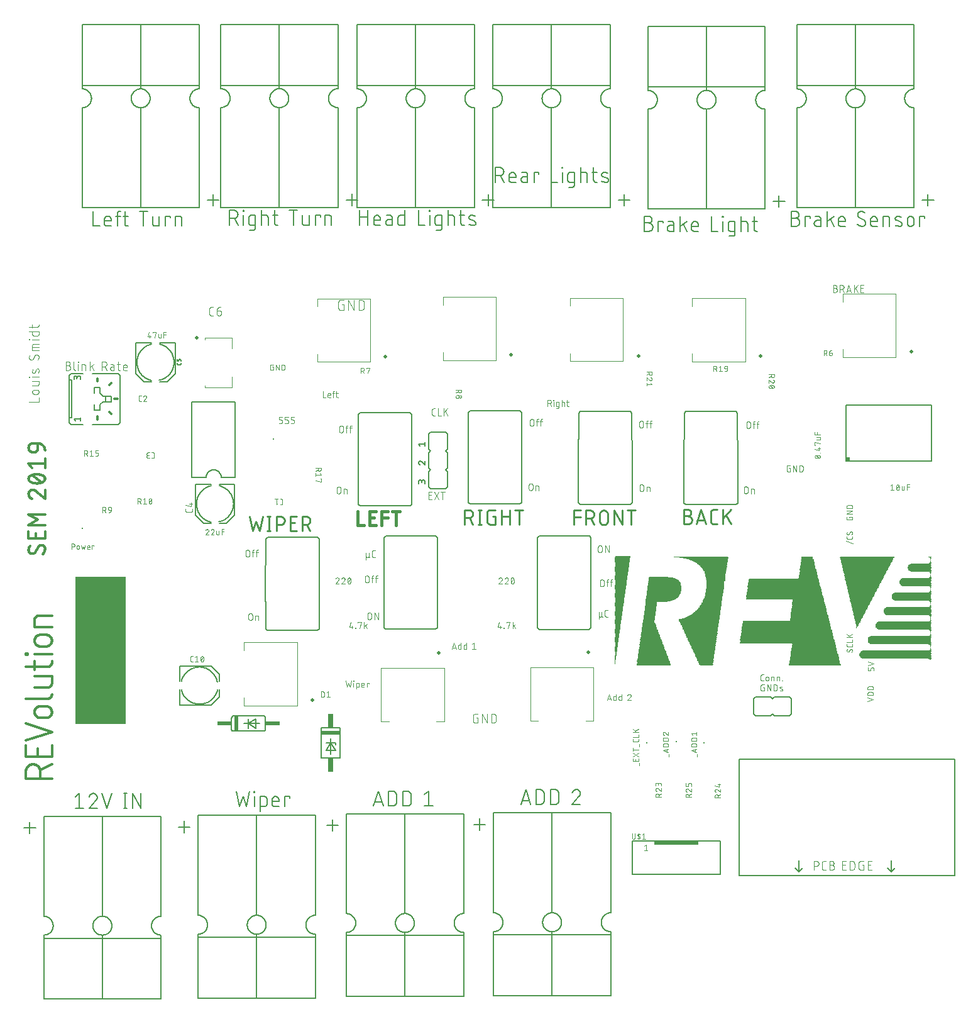
<source format=gbr>
G04 EAGLE Gerber X2 export*
%TF.Part,Single*%
%TF.FileFunction,Legend,Top,1*%
%TF.FilePolarity,Positive*%
%TF.GenerationSoftware,Autodesk,EAGLE,9.1.3*%
%TF.CreationDate,2019-02-26T23:33:37Z*%
G75*
%MOMM*%
%FSLAX34Y34*%
%LPD*%
%AMOC8*
5,1,8,0,0,1.08239X$1,22.5*%
G01*
%ADD10C,0.076200*%
%ADD11C,0.177800*%
%ADD12C,0.101600*%
%ADD13C,0.330200*%
%ADD14C,0.304800*%
%ADD15R,4.620000X0.020000*%
%ADD16R,1.740000X0.020000*%
%ADD17R,6.940000X0.020000*%
%ADD18R,4.600000X0.020000*%
%ADD19R,1.760000X0.020000*%
%ADD20R,6.920000X0.020000*%
%ADD21R,4.580000X0.020000*%
%ADD22R,1.780000X0.020000*%
%ADD23R,4.560000X0.020000*%
%ADD24R,1.800000X0.020000*%
%ADD25R,6.900000X0.020000*%
%ADD26R,1.820000X0.020000*%
%ADD27R,6.880000X0.020000*%
%ADD28R,4.540000X0.020000*%
%ADD29R,0.020000X0.020000*%
%ADD30R,1.840000X0.020000*%
%ADD31R,4.500000X0.020000*%
%ADD32R,6.860000X0.020000*%
%ADD33R,1.860000X0.020000*%
%ADD34R,1.880000X0.020000*%
%ADD35R,4.480000X0.020000*%
%ADD36R,1.900000X0.020000*%
%ADD37R,6.840000X0.020000*%
%ADD38R,6.820000X0.020000*%
%ADD39R,0.040000X0.020000*%
%ADD40R,4.460000X0.020000*%
%ADD41R,1.920000X0.020000*%
%ADD42R,4.440000X0.020000*%
%ADD43R,1.940000X0.020000*%
%ADD44R,4.420000X0.020000*%
%ADD45R,6.800000X0.020000*%
%ADD46R,1.980000X0.020000*%
%ADD47R,6.780000X0.020000*%
%ADD48R,4.400000X0.020000*%
%ADD49R,2.000000X0.020000*%
%ADD50R,0.060000X0.020000*%
%ADD51R,6.760000X0.020000*%
%ADD52R,4.380000X0.020000*%
%ADD53R,4.360000X0.020000*%
%ADD54R,2.020000X0.020000*%
%ADD55R,4.340000X0.020000*%
%ADD56R,2.060000X0.020000*%
%ADD57R,6.740000X0.020000*%
%ADD58R,6.720000X0.020000*%
%ADD59R,4.320000X0.020000*%
%ADD60R,2.080000X0.020000*%
%ADD61R,0.080000X0.020000*%
%ADD62R,2.100000X0.020000*%
%ADD63R,6.700000X0.020000*%
%ADD64R,4.280000X0.020000*%
%ADD65R,2.120000X0.020000*%
%ADD66R,2.140000X0.020000*%
%ADD67R,6.680000X0.020000*%
%ADD68R,4.260000X0.020000*%
%ADD69R,2.160000X0.020000*%
%ADD70R,6.660000X0.020000*%
%ADD71R,0.100000X0.020000*%
%ADD72R,4.240000X0.020000*%
%ADD73R,2.180000X0.020000*%
%ADD74R,6.640000X0.020000*%
%ADD75R,4.220000X0.020000*%
%ADD76R,4.200000X0.020000*%
%ADD77R,2.200000X0.020000*%
%ADD78R,2.220000X0.020000*%
%ADD79R,4.180000X0.020000*%
%ADD80R,2.240000X0.020000*%
%ADD81R,6.600000X0.020000*%
%ADD82R,0.160000X0.020000*%
%ADD83R,0.180000X0.020000*%
%ADD84R,0.120000X0.020000*%
%ADD85R,2.260000X0.020000*%
%ADD86R,0.200000X0.020000*%
%ADD87R,4.160000X0.020000*%
%ADD88R,0.240000X0.020000*%
%ADD89R,4.140000X0.020000*%
%ADD90R,2.280000X0.020000*%
%ADD91R,6.580000X0.020000*%
%ADD92R,0.280000X0.020000*%
%ADD93R,0.340000X0.020000*%
%ADD94R,4.120000X0.020000*%
%ADD95R,2.300000X0.020000*%
%ADD96R,9.140000X0.020000*%
%ADD97R,2.320000X0.020000*%
%ADD98R,9.260000X0.020000*%
%ADD99R,4.100000X0.020000*%
%ADD100R,6.540000X0.020000*%
%ADD101R,9.300000X0.020000*%
%ADD102R,0.140000X0.020000*%
%ADD103R,2.340000X0.020000*%
%ADD104R,9.360000X0.020000*%
%ADD105R,9.380000X0.020000*%
%ADD106R,4.060000X0.020000*%
%ADD107R,2.360000X0.020000*%
%ADD108R,9.420000X0.020000*%
%ADD109R,6.520000X0.020000*%
%ADD110R,9.440000X0.020000*%
%ADD111R,2.380000X0.020000*%
%ADD112R,9.460000X0.020000*%
%ADD113R,4.040000X0.020000*%
%ADD114R,2.400000X0.020000*%
%ADD115R,9.480000X0.020000*%
%ADD116R,2.420000X0.020000*%
%ADD117R,6.500000X0.020000*%
%ADD118R,9.500000X0.020000*%
%ADD119R,4.020000X0.020000*%
%ADD120R,6.480000X0.020000*%
%ADD121R,9.520000X0.020000*%
%ADD122R,2.440000X0.020000*%
%ADD123R,9.540000X0.020000*%
%ADD124R,4.000000X0.020000*%
%ADD125R,3.980000X0.020000*%
%ADD126R,2.460000X0.020000*%
%ADD127R,6.460000X0.020000*%
%ADD128R,9.560000X0.020000*%
%ADD129R,3.960000X0.020000*%
%ADD130R,2.480000X0.020000*%
%ADD131R,9.580000X0.020000*%
%ADD132R,2.500000X0.020000*%
%ADD133R,6.440000X0.020000*%
%ADD134R,6.420000X0.020000*%
%ADD135R,9.600000X0.020000*%
%ADD136R,3.940000X0.020000*%
%ADD137R,2.520000X0.020000*%
%ADD138R,3.920000X0.020000*%
%ADD139R,2.540000X0.020000*%
%ADD140R,9.620000X0.020000*%
%ADD141R,3.900000X0.020000*%
%ADD142R,6.400000X0.020000*%
%ADD143R,2.580000X0.020000*%
%ADD144R,3.880000X0.020000*%
%ADD145R,6.380000X0.020000*%
%ADD146R,2.600000X0.020000*%
%ADD147R,6.360000X0.020000*%
%ADD148R,3.840000X0.020000*%
%ADD149R,2.620000X0.020000*%
%ADD150R,3.820000X0.020000*%
%ADD151R,2.660000X0.020000*%
%ADD152R,6.340000X0.020000*%
%ADD153R,0.220000X0.020000*%
%ADD154R,3.800000X0.020000*%
%ADD155R,2.680000X0.020000*%
%ADD156R,6.320000X0.020000*%
%ADD157R,3.780000X0.020000*%
%ADD158R,2.700000X0.020000*%
%ADD159R,6.300000X0.020000*%
%ADD160R,3.760000X0.020000*%
%ADD161R,2.720000X0.020000*%
%ADD162R,3.740000X0.020000*%
%ADD163R,2.740000X0.020000*%
%ADD164R,2.760000X0.020000*%
%ADD165R,6.280000X0.020000*%
%ADD166R,6.260000X0.020000*%
%ADD167R,3.720000X0.020000*%
%ADD168R,2.780000X0.020000*%
%ADD169R,3.700000X0.020000*%
%ADD170R,6.240000X0.020000*%
%ADD171R,3.680000X0.020000*%
%ADD172R,2.800000X0.020000*%
%ADD173R,2.820000X0.020000*%
%ADD174R,3.660000X0.020000*%
%ADD175R,2.840000X0.020000*%
%ADD176R,6.220000X0.020000*%
%ADD177R,0.260000X0.020000*%
%ADD178R,6.200000X0.020000*%
%ADD179R,2.860000X0.020000*%
%ADD180R,9.400000X0.020000*%
%ADD181R,3.620000X0.020000*%
%ADD182R,2.880000X0.020000*%
%ADD183R,6.180000X0.020000*%
%ADD184R,9.340000X0.020000*%
%ADD185R,3.600000X0.020000*%
%ADD186R,2.920000X0.020000*%
%ADD187R,9.240000X0.020000*%
%ADD188R,9.120000X0.020000*%
%ADD189R,3.580000X0.020000*%
%ADD190R,2.940000X0.020000*%
%ADD191R,6.140000X0.020000*%
%ADD192R,3.560000X0.020000*%
%ADD193R,3.540000X0.020000*%
%ADD194R,2.960000X0.020000*%
%ADD195R,6.120000X0.020000*%
%ADD196R,3.520000X0.020000*%
%ADD197R,3.000000X0.020000*%
%ADD198R,3.020000X0.020000*%
%ADD199R,6.100000X0.020000*%
%ADD200R,0.300000X0.020000*%
%ADD201R,3.500000X0.020000*%
%ADD202R,6.080000X0.020000*%
%ADD203R,3.480000X0.020000*%
%ADD204R,3.040000X0.020000*%
%ADD205R,3.460000X0.020000*%
%ADD206R,3.060000X0.020000*%
%ADD207R,3.080000X0.020000*%
%ADD208R,6.060000X0.020000*%
%ADD209R,3.440000X0.020000*%
%ADD210R,3.100000X0.020000*%
%ADD211R,0.320000X0.020000*%
%ADD212R,6.040000X0.020000*%
%ADD213R,3.420000X0.020000*%
%ADD214R,3.120000X0.020000*%
%ADD215R,6.020000X0.020000*%
%ADD216R,3.400000X0.020000*%
%ADD217R,3.380000X0.020000*%
%ADD218R,3.140000X0.020000*%
%ADD219R,3.160000X0.020000*%
%ADD220R,6.000000X0.020000*%
%ADD221R,3.180000X0.020000*%
%ADD222R,3.360000X0.020000*%
%ADD223R,3.200000X0.020000*%
%ADD224R,5.980000X0.020000*%
%ADD225R,5.960000X0.020000*%
%ADD226R,3.320000X0.020000*%
%ADD227R,3.220000X0.020000*%
%ADD228R,3.300000X0.020000*%
%ADD229R,3.260000X0.020000*%
%ADD230R,5.940000X0.020000*%
%ADD231R,0.360000X0.020000*%
%ADD232R,3.280000X0.020000*%
%ADD233R,5.920000X0.020000*%
%ADD234R,3.240000X0.020000*%
%ADD235R,5.900000X0.020000*%
%ADD236R,3.340000X0.020000*%
%ADD237R,5.880000X0.020000*%
%ADD238R,0.380000X0.020000*%
%ADD239R,5.860000X0.020000*%
%ADD240R,5.840000X0.020000*%
%ADD241R,0.400000X0.020000*%
%ADD242R,5.800000X0.020000*%
%ADD243R,8.120000X0.020000*%
%ADD244R,5.780000X0.020000*%
%ADD245R,8.200000X0.020000*%
%ADD246R,8.240000X0.020000*%
%ADD247R,8.280000X0.020000*%
%ADD248R,0.420000X0.020000*%
%ADD249R,5.760000X0.020000*%
%ADD250R,8.320000X0.020000*%
%ADD251R,12.820000X0.020000*%
%ADD252R,8.340000X0.020000*%
%ADD253R,12.800000X0.020000*%
%ADD254R,8.360000X0.020000*%
%ADD255R,8.380000X0.020000*%
%ADD256R,12.780000X0.020000*%
%ADD257R,8.400000X0.020000*%
%ADD258R,8.420000X0.020000*%
%ADD259R,8.440000X0.020000*%
%ADD260R,0.440000X0.020000*%
%ADD261R,8.460000X0.020000*%
%ADD262R,2.980000X0.020000*%
%ADD263R,12.760000X0.020000*%
%ADD264R,3.640000X0.020000*%
%ADD265R,12.740000X0.020000*%
%ADD266R,8.480000X0.020000*%
%ADD267R,8.500000X0.020000*%
%ADD268R,12.720000X0.020000*%
%ADD269R,8.520000X0.020000*%
%ADD270R,0.460000X0.020000*%
%ADD271R,12.680000X0.020000*%
%ADD272R,8.540000X0.020000*%
%ADD273R,12.660000X0.020000*%
%ADD274R,0.480000X0.020000*%
%ADD275R,12.640000X0.020000*%
%ADD276R,12.620000X0.020000*%
%ADD277R,3.860000X0.020000*%
%ADD278R,0.500000X0.020000*%
%ADD279R,12.600000X0.020000*%
%ADD280R,12.560000X0.020000*%
%ADD281R,12.540000X0.020000*%
%ADD282R,0.520000X0.020000*%
%ADD283R,12.520000X0.020000*%
%ADD284R,2.640000X0.020000*%
%ADD285R,12.500000X0.020000*%
%ADD286R,0.540000X0.020000*%
%ADD287R,12.480000X0.020000*%
%ADD288R,8.300000X0.020000*%
%ADD289R,8.260000X0.020000*%
%ADD290R,12.460000X0.020000*%
%ADD291R,4.080000X0.020000*%
%ADD292R,8.140000X0.020000*%
%ADD293R,2.560000X0.020000*%
%ADD294R,12.440000X0.020000*%
%ADD295R,0.560000X0.020000*%
%ADD296R,12.420000X0.020000*%
%ADD297R,12.400000X0.020000*%
%ADD298R,12.380000X0.020000*%
%ADD299R,0.580000X0.020000*%
%ADD300R,12.360000X0.020000*%
%ADD301R,12.340000X0.020000*%
%ADD302R,12.320000X0.020000*%
%ADD303R,4.300000X0.020000*%
%ADD304R,0.600000X0.020000*%
%ADD305R,12.300000X0.020000*%
%ADD306R,12.280000X0.020000*%
%ADD307R,12.260000X0.020000*%
%ADD308R,0.620000X0.020000*%
%ADD309R,12.220000X0.020000*%
%ADD310R,0.640000X0.020000*%
%ADD311R,12.200000X0.020000*%
%ADD312R,12.180000X0.020000*%
%ADD313R,12.160000X0.020000*%
%ADD314R,0.660000X0.020000*%
%ADD315R,12.140000X0.020000*%
%ADD316R,12.120000X0.020000*%
%ADD317R,12.100000X0.020000*%
%ADD318R,4.640000X0.020000*%
%ADD319R,0.680000X0.020000*%
%ADD320R,4.660000X0.020000*%
%ADD321R,12.080000X0.020000*%
%ADD322R,7.080000X0.020000*%
%ADD323R,12.060000X0.020000*%
%ADD324R,7.140000X0.020000*%
%ADD325R,4.680000X0.020000*%
%ADD326R,7.180000X0.020000*%
%ADD327R,2.040000X0.020000*%
%ADD328R,4.700000X0.020000*%
%ADD329R,12.040000X0.020000*%
%ADD330R,7.220000X0.020000*%
%ADD331R,4.720000X0.020000*%
%ADD332R,7.240000X0.020000*%
%ADD333R,0.700000X0.020000*%
%ADD334R,7.280000X0.020000*%
%ADD335R,4.740000X0.020000*%
%ADD336R,7.300000X0.020000*%
%ADD337R,12.020000X0.020000*%
%ADD338R,7.320000X0.020000*%
%ADD339R,4.760000X0.020000*%
%ADD340R,7.340000X0.020000*%
%ADD341R,12.000000X0.020000*%
%ADD342R,7.360000X0.020000*%
%ADD343R,4.800000X0.020000*%
%ADD344R,1.960000X0.020000*%
%ADD345R,11.980000X0.020000*%
%ADD346R,7.380000X0.020000*%
%ADD347R,0.720000X0.020000*%
%ADD348R,4.820000X0.020000*%
%ADD349R,7.400000X0.020000*%
%ADD350R,7.420000X0.020000*%
%ADD351R,4.840000X0.020000*%
%ADD352R,11.960000X0.020000*%
%ADD353R,11.940000X0.020000*%
%ADD354R,7.440000X0.020000*%
%ADD355R,4.880000X0.020000*%
%ADD356R,0.740000X0.020000*%
%ADD357R,4.900000X0.020000*%
%ADD358R,11.920000X0.020000*%
%ADD359R,7.460000X0.020000*%
%ADD360R,4.920000X0.020000*%
%ADD361R,11.900000X0.020000*%
%ADD362R,4.940000X0.020000*%
%ADD363R,11.880000X0.020000*%
%ADD364R,4.960000X0.020000*%
%ADD365R,4.980000X0.020000*%
%ADD366R,0.760000X0.020000*%
%ADD367R,11.860000X0.020000*%
%ADD368R,5.000000X0.020000*%
%ADD369R,5.020000X0.020000*%
%ADD370R,11.820000X0.020000*%
%ADD371R,5.040000X0.020000*%
%ADD372R,5.060000X0.020000*%
%ADD373R,0.780000X0.020000*%
%ADD374R,1.720000X0.020000*%
%ADD375R,5.080000X0.020000*%
%ADD376R,11.800000X0.020000*%
%ADD377R,1.700000X0.020000*%
%ADD378R,5.100000X0.020000*%
%ADD379R,1.680000X0.020000*%
%ADD380R,11.780000X0.020000*%
%ADD381R,5.140000X0.020000*%
%ADD382R,11.760000X0.020000*%
%ADD383R,1.660000X0.020000*%
%ADD384R,0.800000X0.020000*%
%ADD385R,5.160000X0.020000*%
%ADD386R,1.640000X0.020000*%
%ADD387R,11.740000X0.020000*%
%ADD388R,1.620000X0.020000*%
%ADD389R,5.180000X0.020000*%
%ADD390R,7.260000X0.020000*%
%ADD391R,1.600000X0.020000*%
%ADD392R,5.220000X0.020000*%
%ADD393R,11.720000X0.020000*%
%ADD394R,11.700000X0.020000*%
%ADD395R,7.200000X0.020000*%
%ADD396R,1.580000X0.020000*%
%ADD397R,5.240000X0.020000*%
%ADD398R,0.820000X0.020000*%
%ADD399R,5.260000X0.020000*%
%ADD400R,1.560000X0.020000*%
%ADD401R,11.680000X0.020000*%
%ADD402R,7.000000X0.020000*%
%ADD403R,5.280000X0.020000*%
%ADD404R,5.300000X0.020000*%
%ADD405R,11.660000X0.020000*%
%ADD406R,11.640000X0.020000*%
%ADD407R,5.320000X0.020000*%
%ADD408R,0.840000X0.020000*%
%ADD409R,5.340000X0.020000*%
%ADD410R,5.360000X0.020000*%
%ADD411R,5.380000X0.020000*%
%ADD412R,5.400000X0.020000*%
%ADD413R,0.860000X0.020000*%
%ADD414R,5.420000X0.020000*%
%ADD415R,5.440000X0.020000*%
%ADD416R,0.880000X0.020000*%
%ADD417R,5.200000X0.020000*%
%ADD418R,0.920000X0.020000*%
%ADD419R,5.120000X0.020000*%
%ADD420R,0.940000X0.020000*%
%ADD421R,0.980000X0.020000*%
%ADD422R,1.000000X0.020000*%
%ADD423R,0.900000X0.020000*%
%ADD424R,1.040000X0.020000*%
%ADD425R,1.060000X0.020000*%
%ADD426R,4.520000X0.020000*%
%ADD427R,1.100000X0.020000*%
%ADD428R,1.120000X0.020000*%
%ADD429R,1.140000X0.020000*%
%ADD430R,1.180000X0.020000*%
%ADD431R,1.200000X0.020000*%
%ADD432R,1.240000X0.020000*%
%ADD433R,1.260000X0.020000*%
%ADD434R,1.300000X0.020000*%
%ADD435R,1.320000X0.020000*%
%ADD436R,0.960000X0.020000*%
%ADD437R,1.360000X0.020000*%
%ADD438R,1.380000X0.020000*%
%ADD439R,1.400000X0.020000*%
%ADD440R,1.440000X0.020000*%
%ADD441R,1.460000X0.020000*%
%ADD442R,1.500000X0.020000*%
%ADD443R,1.520000X0.020000*%
%ADD444R,4.860000X0.020000*%
%ADD445R,1.020000X0.020000*%
%ADD446R,4.780000X0.020000*%
%ADD447R,1.080000X0.020000*%
%ADD448R,6.160000X0.020000*%
%ADD449R,2.900000X0.020000*%
%ADD450R,1.160000X0.020000*%
%ADD451R,1.220000X0.020000*%
%ADD452R,10.420000X0.020000*%
%ADD453R,10.400000X0.020000*%
%ADD454R,10.380000X0.020000*%
%ADD455R,1.280000X0.020000*%
%ADD456R,10.360000X0.020000*%
%ADD457R,10.340000X0.020000*%
%ADD458R,10.320000X0.020000*%
%ADD459R,10.300000X0.020000*%
%ADD460R,10.280000X0.020000*%
%ADD461R,10.260000X0.020000*%
%ADD462R,10.240000X0.020000*%
%ADD463R,10.220000X0.020000*%
%ADD464R,1.340000X0.020000*%
%ADD465R,10.200000X0.020000*%
%ADD466R,10.180000X0.020000*%
%ADD467R,10.140000X0.020000*%
%ADD468R,10.120000X0.020000*%
%ADD469R,10.080000X0.020000*%
%ADD470R,10.060000X0.020000*%
%ADD471R,10.040000X0.020000*%
%ADD472R,10.020000X0.020000*%
%ADD473R,10.000000X0.020000*%
%ADD474R,1.420000X0.020000*%
%ADD475R,9.980000X0.020000*%
%ADD476R,9.960000X0.020000*%
%ADD477R,9.940000X0.020000*%
%ADD478R,9.920000X0.020000*%
%ADD479R,9.900000X0.020000*%
%ADD480R,9.880000X0.020000*%
%ADD481R,9.860000X0.020000*%
%ADD482R,9.840000X0.020000*%
%ADD483R,1.480000X0.020000*%
%ADD484R,9.820000X0.020000*%
%ADD485R,9.800000X0.020000*%
%ADD486R,9.780000X0.020000*%
%ADD487R,9.760000X0.020000*%
%ADD488R,9.740000X0.020000*%
%ADD489R,9.720000X0.020000*%
%ADD490R,9.700000X0.020000*%
%ADD491R,9.680000X0.020000*%
%ADD492R,9.660000X0.020000*%
%ADD493R,1.540000X0.020000*%
%ADD494R,5.460000X0.020000*%
%ADD495R,5.480000X0.020000*%
%ADD496R,5.500000X0.020000*%
%ADD497R,5.520000X0.020000*%
%ADD498R,5.540000X0.020000*%
%ADD499R,5.580000X0.020000*%
%ADD500R,5.600000X0.020000*%
%ADD501R,5.640000X0.020000*%
%ADD502R,5.660000X0.020000*%
%ADD503R,5.700000X0.020000*%
%ADD504R,5.720000X0.020000*%
%ADD505R,5.740000X0.020000*%
%ADD506R,6.560000X0.020000*%
%ADD507R,6.620000X0.020000*%
%ADD508R,6.960000X0.020000*%
%ADD509R,6.980000X0.020000*%
%ADD510R,7.020000X0.020000*%
%ADD511R,7.040000X0.020000*%
%ADD512R,7.060000X0.020000*%
%ADD513R,7.100000X0.020000*%
%ADD514R,5.620000X0.020000*%
%ADD515R,7.120000X0.020000*%
%ADD516R,5.820000X0.020000*%
%ADD517R,7.160000X0.020000*%
%ADD518C,0.500000*%
%ADD519C,0.120000*%
%ADD520C,0.127000*%
%ADD521C,0.203200*%
%ADD522C,0.152400*%
%ADD523R,2.540000X0.508000*%
%ADD524R,0.762000X1.905000*%
%ADD525R,0.508000X2.032000*%
%ADD526R,1.905000X0.508000*%
%ADD527C,0.228600*%
%ADD528C,0.381000*%
%ADD529C,0.150000*%
%ADD530R,0.200000X0.200000*%
%ADD531R,6.000000X0.500000*%
%ADD532R,0.500000X0.500000*%
%ADD533R,6.800000X19.900000*%


D10*
X377286Y1122133D02*
X378513Y1122133D01*
X378513Y1118041D01*
X376058Y1118041D01*
X375980Y1118043D01*
X375902Y1118048D01*
X375825Y1118058D01*
X375748Y1118071D01*
X375672Y1118087D01*
X375597Y1118107D01*
X375523Y1118131D01*
X375450Y1118158D01*
X375378Y1118189D01*
X375308Y1118223D01*
X375240Y1118260D01*
X375173Y1118301D01*
X375108Y1118345D01*
X375046Y1118391D01*
X374986Y1118441D01*
X374928Y1118493D01*
X374873Y1118548D01*
X374821Y1118606D01*
X374771Y1118666D01*
X374725Y1118728D01*
X374681Y1118793D01*
X374640Y1118860D01*
X374603Y1118928D01*
X374569Y1118998D01*
X374538Y1119070D01*
X374511Y1119143D01*
X374487Y1119217D01*
X374467Y1119292D01*
X374451Y1119368D01*
X374438Y1119445D01*
X374428Y1119522D01*
X374423Y1119600D01*
X374421Y1119678D01*
X374421Y1123770D01*
X374423Y1123850D01*
X374429Y1123930D01*
X374439Y1124010D01*
X374452Y1124089D01*
X374470Y1124168D01*
X374491Y1124245D01*
X374517Y1124321D01*
X374546Y1124396D01*
X374578Y1124470D01*
X374614Y1124542D01*
X374654Y1124612D01*
X374697Y1124679D01*
X374743Y1124745D01*
X374793Y1124808D01*
X374845Y1124869D01*
X374900Y1124928D01*
X374959Y1124983D01*
X375019Y1125035D01*
X375083Y1125085D01*
X375149Y1125131D01*
X375216Y1125174D01*
X375286Y1125214D01*
X375358Y1125250D01*
X375432Y1125282D01*
X375506Y1125311D01*
X375583Y1125337D01*
X375660Y1125358D01*
X375739Y1125376D01*
X375818Y1125389D01*
X375898Y1125399D01*
X375978Y1125405D01*
X376058Y1125407D01*
X378513Y1125407D01*
X382224Y1125407D02*
X382224Y1118041D01*
X386316Y1118041D02*
X382224Y1125407D01*
X386316Y1125407D02*
X386316Y1118041D01*
X390027Y1118041D02*
X390027Y1125407D01*
X392073Y1125407D01*
X392162Y1125405D01*
X392251Y1125399D01*
X392340Y1125389D01*
X392428Y1125376D01*
X392516Y1125359D01*
X392603Y1125337D01*
X392688Y1125312D01*
X392773Y1125284D01*
X392856Y1125251D01*
X392938Y1125215D01*
X393018Y1125176D01*
X393096Y1125133D01*
X393172Y1125087D01*
X393247Y1125037D01*
X393319Y1124984D01*
X393388Y1124928D01*
X393455Y1124869D01*
X393520Y1124808D01*
X393581Y1124743D01*
X393640Y1124676D01*
X393696Y1124607D01*
X393749Y1124535D01*
X393799Y1124460D01*
X393845Y1124384D01*
X393888Y1124306D01*
X393927Y1124226D01*
X393963Y1124144D01*
X393996Y1124061D01*
X394024Y1123976D01*
X394049Y1123891D01*
X394071Y1123804D01*
X394088Y1123716D01*
X394101Y1123628D01*
X394111Y1123539D01*
X394117Y1123450D01*
X394119Y1123361D01*
X394119Y1120087D01*
X394117Y1119998D01*
X394111Y1119909D01*
X394101Y1119820D01*
X394088Y1119732D01*
X394071Y1119644D01*
X394049Y1119557D01*
X394024Y1119472D01*
X393996Y1119387D01*
X393963Y1119304D01*
X393927Y1119222D01*
X393888Y1119142D01*
X393845Y1119064D01*
X393799Y1118988D01*
X393749Y1118913D01*
X393696Y1118841D01*
X393640Y1118772D01*
X393581Y1118705D01*
X393520Y1118640D01*
X393455Y1118579D01*
X393388Y1118520D01*
X393319Y1118464D01*
X393247Y1118411D01*
X393172Y1118361D01*
X393096Y1118315D01*
X393018Y1118272D01*
X392938Y1118233D01*
X392856Y1118197D01*
X392773Y1118164D01*
X392688Y1118136D01*
X392603Y1118111D01*
X392516Y1118089D01*
X392428Y1118072D01*
X392340Y1118059D01*
X392251Y1118049D01*
X392162Y1118043D01*
X392073Y1118041D01*
X390027Y1118041D01*
D11*
X117463Y548195D02*
X111889Y543736D01*
X117463Y548195D02*
X117463Y528129D01*
X111889Y528129D02*
X123037Y528129D01*
X141576Y543179D02*
X141574Y543320D01*
X141568Y543460D01*
X141558Y543601D01*
X141544Y543741D01*
X141527Y543880D01*
X141505Y544019D01*
X141480Y544158D01*
X141450Y544295D01*
X141417Y544432D01*
X141380Y544568D01*
X141339Y544703D01*
X141294Y544836D01*
X141246Y544968D01*
X141194Y545099D01*
X141138Y545228D01*
X141079Y545356D01*
X141016Y545482D01*
X140950Y545606D01*
X140880Y545728D01*
X140807Y545848D01*
X140730Y545966D01*
X140651Y546082D01*
X140568Y546196D01*
X140481Y546307D01*
X140392Y546416D01*
X140300Y546522D01*
X140205Y546626D01*
X140107Y546727D01*
X140006Y546825D01*
X139902Y546920D01*
X139796Y547012D01*
X139687Y547101D01*
X139576Y547188D01*
X139462Y547271D01*
X139346Y547350D01*
X139228Y547427D01*
X139108Y547500D01*
X138986Y547570D01*
X138862Y547636D01*
X138736Y547699D01*
X138608Y547758D01*
X138479Y547814D01*
X138348Y547866D01*
X138216Y547914D01*
X138083Y547959D01*
X137948Y548000D01*
X137812Y548037D01*
X137675Y548070D01*
X137538Y548100D01*
X137399Y548125D01*
X137260Y548147D01*
X137121Y548164D01*
X136981Y548178D01*
X136840Y548188D01*
X136700Y548194D01*
X136559Y548196D01*
X136559Y548195D02*
X136400Y548193D01*
X136241Y548187D01*
X136083Y548177D01*
X135924Y548164D01*
X135766Y548146D01*
X135609Y548125D01*
X135452Y548099D01*
X135296Y548070D01*
X135140Y548037D01*
X134986Y548000D01*
X134832Y547959D01*
X134680Y547915D01*
X134528Y547867D01*
X134378Y547815D01*
X134229Y547759D01*
X134082Y547700D01*
X133936Y547637D01*
X133791Y547570D01*
X133649Y547500D01*
X133508Y547427D01*
X133369Y547350D01*
X133232Y547270D01*
X133097Y547186D01*
X132964Y547099D01*
X132833Y547009D01*
X132704Y546915D01*
X132578Y546819D01*
X132454Y546719D01*
X132333Y546616D01*
X132214Y546510D01*
X132098Y546402D01*
X131985Y546290D01*
X131874Y546176D01*
X131767Y546059D01*
X131662Y545940D01*
X131560Y545818D01*
X131461Y545693D01*
X131366Y545567D01*
X131273Y545437D01*
X131184Y545306D01*
X131098Y545172D01*
X131015Y545037D01*
X130936Y544899D01*
X130860Y544759D01*
X130787Y544618D01*
X130718Y544475D01*
X130653Y544330D01*
X130591Y544183D01*
X130533Y544036D01*
X130478Y543886D01*
X130428Y543736D01*
X139903Y539277D02*
X140007Y539379D01*
X140108Y539484D01*
X140206Y539591D01*
X140302Y539701D01*
X140394Y539813D01*
X140483Y539928D01*
X140570Y540045D01*
X140653Y540164D01*
X140732Y540286D01*
X140809Y540410D01*
X140882Y540535D01*
X140951Y540663D01*
X141018Y540792D01*
X141080Y540924D01*
X141139Y541057D01*
X141195Y541191D01*
X141247Y541327D01*
X141295Y541464D01*
X141339Y541603D01*
X141380Y541742D01*
X141417Y541883D01*
X141450Y542025D01*
X141479Y542167D01*
X141504Y542310D01*
X141526Y542454D01*
X141544Y542598D01*
X141557Y542743D01*
X141567Y542888D01*
X141573Y543034D01*
X141575Y543179D01*
X139903Y539277D02*
X130427Y528129D01*
X141575Y528129D01*
X154540Y528129D02*
X147851Y548195D01*
X161228Y548195D02*
X154540Y528129D01*
X179257Y528129D02*
X179257Y548195D01*
X177028Y528129D02*
X181487Y528129D01*
X181487Y548195D02*
X177028Y548195D01*
X189132Y548195D02*
X189132Y528129D01*
X200280Y528129D02*
X189132Y548195D01*
X200280Y548195D02*
X200280Y528129D01*
X1076748Y1322713D02*
X1082322Y1322713D01*
X1082470Y1322711D01*
X1082619Y1322705D01*
X1082767Y1322695D01*
X1082914Y1322681D01*
X1083062Y1322664D01*
X1083209Y1322642D01*
X1083355Y1322616D01*
X1083500Y1322587D01*
X1083645Y1322554D01*
X1083789Y1322517D01*
X1083931Y1322476D01*
X1084073Y1322431D01*
X1084213Y1322382D01*
X1084352Y1322330D01*
X1084489Y1322274D01*
X1084625Y1322215D01*
X1084760Y1322152D01*
X1084892Y1322085D01*
X1085023Y1322015D01*
X1085152Y1321941D01*
X1085279Y1321864D01*
X1085403Y1321784D01*
X1085526Y1321700D01*
X1085646Y1321613D01*
X1085764Y1321523D01*
X1085880Y1321430D01*
X1085993Y1321334D01*
X1086103Y1321235D01*
X1086211Y1321133D01*
X1086316Y1321028D01*
X1086418Y1320920D01*
X1086517Y1320810D01*
X1086613Y1320697D01*
X1086706Y1320581D01*
X1086796Y1320463D01*
X1086883Y1320343D01*
X1086967Y1320220D01*
X1087047Y1320096D01*
X1087124Y1319969D01*
X1087198Y1319840D01*
X1087268Y1319709D01*
X1087335Y1319577D01*
X1087398Y1319442D01*
X1087457Y1319306D01*
X1087513Y1319169D01*
X1087565Y1319030D01*
X1087614Y1318890D01*
X1087659Y1318748D01*
X1087700Y1318606D01*
X1087737Y1318462D01*
X1087770Y1318317D01*
X1087799Y1318172D01*
X1087825Y1318026D01*
X1087847Y1317879D01*
X1087864Y1317731D01*
X1087878Y1317584D01*
X1087888Y1317436D01*
X1087894Y1317287D01*
X1087896Y1317139D01*
X1087894Y1316991D01*
X1087888Y1316842D01*
X1087878Y1316694D01*
X1087864Y1316547D01*
X1087847Y1316399D01*
X1087825Y1316252D01*
X1087799Y1316106D01*
X1087770Y1315961D01*
X1087737Y1315816D01*
X1087700Y1315672D01*
X1087659Y1315530D01*
X1087614Y1315388D01*
X1087565Y1315248D01*
X1087513Y1315109D01*
X1087457Y1314972D01*
X1087398Y1314836D01*
X1087335Y1314701D01*
X1087268Y1314569D01*
X1087198Y1314438D01*
X1087124Y1314309D01*
X1087047Y1314182D01*
X1086967Y1314058D01*
X1086883Y1313935D01*
X1086796Y1313815D01*
X1086706Y1313697D01*
X1086613Y1313581D01*
X1086517Y1313468D01*
X1086418Y1313358D01*
X1086316Y1313250D01*
X1086211Y1313145D01*
X1086103Y1313043D01*
X1085993Y1312944D01*
X1085880Y1312848D01*
X1085764Y1312755D01*
X1085646Y1312665D01*
X1085526Y1312578D01*
X1085403Y1312494D01*
X1085279Y1312414D01*
X1085152Y1312337D01*
X1085023Y1312263D01*
X1084892Y1312193D01*
X1084760Y1312126D01*
X1084625Y1312063D01*
X1084489Y1312004D01*
X1084352Y1311948D01*
X1084213Y1311896D01*
X1084073Y1311847D01*
X1083931Y1311802D01*
X1083789Y1311761D01*
X1083645Y1311724D01*
X1083500Y1311691D01*
X1083355Y1311662D01*
X1083209Y1311636D01*
X1083062Y1311614D01*
X1082914Y1311597D01*
X1082767Y1311583D01*
X1082619Y1311573D01*
X1082470Y1311567D01*
X1082322Y1311565D01*
X1076748Y1311565D01*
X1076748Y1331631D01*
X1082322Y1331631D01*
X1082454Y1331629D01*
X1082586Y1331623D01*
X1082718Y1331613D01*
X1082849Y1331600D01*
X1082980Y1331582D01*
X1083111Y1331561D01*
X1083240Y1331535D01*
X1083369Y1331506D01*
X1083497Y1331473D01*
X1083624Y1331437D01*
X1083750Y1331396D01*
X1083875Y1331352D01*
X1083998Y1331304D01*
X1084120Y1331253D01*
X1084240Y1331198D01*
X1084358Y1331139D01*
X1084475Y1331077D01*
X1084590Y1331011D01*
X1084702Y1330943D01*
X1084813Y1330870D01*
X1084922Y1330795D01*
X1085028Y1330716D01*
X1085132Y1330635D01*
X1085233Y1330550D01*
X1085332Y1330462D01*
X1085428Y1330371D01*
X1085521Y1330278D01*
X1085612Y1330182D01*
X1085700Y1330083D01*
X1085785Y1329982D01*
X1085866Y1329878D01*
X1085945Y1329772D01*
X1086020Y1329663D01*
X1086093Y1329552D01*
X1086161Y1329440D01*
X1086227Y1329325D01*
X1086289Y1329208D01*
X1086348Y1329090D01*
X1086403Y1328970D01*
X1086454Y1328848D01*
X1086502Y1328725D01*
X1086546Y1328600D01*
X1086587Y1328474D01*
X1086623Y1328347D01*
X1086656Y1328219D01*
X1086685Y1328090D01*
X1086711Y1327961D01*
X1086732Y1327830D01*
X1086750Y1327699D01*
X1086763Y1327568D01*
X1086773Y1327436D01*
X1086779Y1327304D01*
X1086781Y1327172D01*
X1086779Y1327040D01*
X1086773Y1326908D01*
X1086763Y1326776D01*
X1086750Y1326645D01*
X1086732Y1326514D01*
X1086711Y1326383D01*
X1086685Y1326254D01*
X1086656Y1326125D01*
X1086623Y1325997D01*
X1086587Y1325870D01*
X1086546Y1325744D01*
X1086502Y1325619D01*
X1086454Y1325496D01*
X1086403Y1325374D01*
X1086348Y1325254D01*
X1086289Y1325136D01*
X1086227Y1325019D01*
X1086161Y1324904D01*
X1086093Y1324792D01*
X1086020Y1324681D01*
X1085945Y1324572D01*
X1085866Y1324466D01*
X1085785Y1324362D01*
X1085700Y1324261D01*
X1085612Y1324162D01*
X1085521Y1324066D01*
X1085428Y1323973D01*
X1085332Y1323882D01*
X1085233Y1323794D01*
X1085132Y1323709D01*
X1085028Y1323628D01*
X1084922Y1323549D01*
X1084813Y1323474D01*
X1084702Y1323401D01*
X1084590Y1323333D01*
X1084475Y1323267D01*
X1084358Y1323205D01*
X1084240Y1323146D01*
X1084120Y1323091D01*
X1083998Y1323040D01*
X1083875Y1322992D01*
X1083750Y1322948D01*
X1083624Y1322907D01*
X1083497Y1322871D01*
X1083369Y1322838D01*
X1083240Y1322809D01*
X1083111Y1322783D01*
X1082980Y1322762D01*
X1082849Y1322744D01*
X1082718Y1322731D01*
X1082586Y1322721D01*
X1082454Y1322715D01*
X1082322Y1322713D01*
X1095056Y1324942D02*
X1095056Y1311565D01*
X1095056Y1324942D02*
X1101745Y1324942D01*
X1101745Y1322713D01*
X1111174Y1319368D02*
X1116190Y1319368D01*
X1111174Y1319369D02*
X1111050Y1319367D01*
X1110927Y1319361D01*
X1110803Y1319351D01*
X1110680Y1319338D01*
X1110557Y1319320D01*
X1110436Y1319298D01*
X1110314Y1319273D01*
X1110194Y1319244D01*
X1110075Y1319211D01*
X1109956Y1319174D01*
X1109839Y1319134D01*
X1109724Y1319089D01*
X1109610Y1319042D01*
X1109497Y1318990D01*
X1109386Y1318935D01*
X1109277Y1318877D01*
X1109170Y1318815D01*
X1109064Y1318750D01*
X1108961Y1318681D01*
X1108860Y1318609D01*
X1108762Y1318534D01*
X1108666Y1318456D01*
X1108572Y1318375D01*
X1108481Y1318291D01*
X1108393Y1318204D01*
X1108308Y1318115D01*
X1108225Y1318022D01*
X1108145Y1317927D01*
X1108069Y1317830D01*
X1107996Y1317730D01*
X1107925Y1317628D01*
X1107858Y1317524D01*
X1107795Y1317418D01*
X1107735Y1317310D01*
X1107678Y1317200D01*
X1107625Y1317088D01*
X1107575Y1316975D01*
X1107529Y1316860D01*
X1107487Y1316743D01*
X1107448Y1316626D01*
X1107413Y1316507D01*
X1107382Y1316387D01*
X1107355Y1316266D01*
X1107331Y1316145D01*
X1107312Y1316022D01*
X1107296Y1315899D01*
X1107284Y1315776D01*
X1107276Y1315653D01*
X1107272Y1315529D01*
X1107272Y1315405D01*
X1107276Y1315281D01*
X1107284Y1315158D01*
X1107296Y1315035D01*
X1107312Y1314912D01*
X1107331Y1314789D01*
X1107355Y1314668D01*
X1107382Y1314547D01*
X1107413Y1314427D01*
X1107448Y1314308D01*
X1107487Y1314191D01*
X1107529Y1314074D01*
X1107575Y1313959D01*
X1107625Y1313846D01*
X1107678Y1313734D01*
X1107735Y1313624D01*
X1107795Y1313516D01*
X1107858Y1313410D01*
X1107925Y1313306D01*
X1107996Y1313204D01*
X1108069Y1313104D01*
X1108145Y1313007D01*
X1108225Y1312912D01*
X1108308Y1312819D01*
X1108393Y1312730D01*
X1108481Y1312643D01*
X1108572Y1312559D01*
X1108666Y1312478D01*
X1108762Y1312400D01*
X1108860Y1312325D01*
X1108961Y1312253D01*
X1109064Y1312184D01*
X1109170Y1312119D01*
X1109277Y1312057D01*
X1109386Y1311999D01*
X1109497Y1311944D01*
X1109610Y1311892D01*
X1109724Y1311845D01*
X1109839Y1311800D01*
X1109956Y1311760D01*
X1110075Y1311723D01*
X1110194Y1311690D01*
X1110314Y1311661D01*
X1110436Y1311636D01*
X1110557Y1311614D01*
X1110680Y1311596D01*
X1110803Y1311583D01*
X1110927Y1311573D01*
X1111050Y1311567D01*
X1111174Y1311565D01*
X1116190Y1311565D01*
X1116190Y1321598D01*
X1116188Y1321712D01*
X1116182Y1321826D01*
X1116172Y1321940D01*
X1116159Y1322053D01*
X1116141Y1322166D01*
X1116120Y1322278D01*
X1116095Y1322390D01*
X1116066Y1322500D01*
X1116033Y1322610D01*
X1115997Y1322718D01*
X1115957Y1322825D01*
X1115913Y1322930D01*
X1115866Y1323034D01*
X1115815Y1323136D01*
X1115761Y1323237D01*
X1115703Y1323335D01*
X1115642Y1323432D01*
X1115578Y1323526D01*
X1115511Y1323619D01*
X1115440Y1323708D01*
X1115366Y1323796D01*
X1115290Y1323880D01*
X1115211Y1323963D01*
X1115128Y1324042D01*
X1115044Y1324118D01*
X1114956Y1324192D01*
X1114867Y1324263D01*
X1114774Y1324330D01*
X1114680Y1324394D01*
X1114583Y1324455D01*
X1114485Y1324513D01*
X1114384Y1324567D01*
X1114282Y1324618D01*
X1114178Y1324665D01*
X1114073Y1324709D01*
X1113966Y1324749D01*
X1113858Y1324785D01*
X1113748Y1324818D01*
X1113638Y1324847D01*
X1113526Y1324872D01*
X1113414Y1324893D01*
X1113301Y1324911D01*
X1113188Y1324924D01*
X1113074Y1324934D01*
X1112960Y1324940D01*
X1112846Y1324942D01*
X1108387Y1324942D01*
X1124789Y1331631D02*
X1124789Y1311565D01*
X1124789Y1318254D02*
X1133707Y1324942D01*
X1128691Y1321041D02*
X1133707Y1311565D01*
X1143432Y1311565D02*
X1149006Y1311565D01*
X1143432Y1311565D02*
X1143318Y1311567D01*
X1143204Y1311573D01*
X1143090Y1311583D01*
X1142977Y1311596D01*
X1142864Y1311614D01*
X1142752Y1311635D01*
X1142640Y1311660D01*
X1142530Y1311689D01*
X1142420Y1311722D01*
X1142312Y1311758D01*
X1142205Y1311798D01*
X1142100Y1311842D01*
X1141996Y1311889D01*
X1141894Y1311940D01*
X1141793Y1311994D01*
X1141695Y1312052D01*
X1141598Y1312113D01*
X1141504Y1312177D01*
X1141411Y1312244D01*
X1141322Y1312315D01*
X1141234Y1312389D01*
X1141150Y1312465D01*
X1141067Y1312544D01*
X1140988Y1312627D01*
X1140912Y1312711D01*
X1140838Y1312799D01*
X1140767Y1312888D01*
X1140700Y1312981D01*
X1140636Y1313075D01*
X1140575Y1313172D01*
X1140517Y1313270D01*
X1140463Y1313371D01*
X1140412Y1313473D01*
X1140365Y1313577D01*
X1140321Y1313682D01*
X1140281Y1313789D01*
X1140245Y1313897D01*
X1140212Y1314007D01*
X1140183Y1314117D01*
X1140158Y1314229D01*
X1140137Y1314341D01*
X1140119Y1314454D01*
X1140106Y1314567D01*
X1140096Y1314681D01*
X1140090Y1314795D01*
X1140088Y1314909D01*
X1140088Y1320483D01*
X1140090Y1320615D01*
X1140096Y1320747D01*
X1140106Y1320879D01*
X1140119Y1321010D01*
X1140137Y1321141D01*
X1140158Y1321272D01*
X1140184Y1321401D01*
X1140213Y1321530D01*
X1140246Y1321658D01*
X1140282Y1321785D01*
X1140323Y1321911D01*
X1140367Y1322036D01*
X1140415Y1322159D01*
X1140466Y1322281D01*
X1140521Y1322401D01*
X1140580Y1322519D01*
X1140642Y1322636D01*
X1140708Y1322751D01*
X1140776Y1322863D01*
X1140849Y1322974D01*
X1140924Y1323083D01*
X1141003Y1323189D01*
X1141084Y1323293D01*
X1141169Y1323394D01*
X1141257Y1323493D01*
X1141348Y1323589D01*
X1141441Y1323682D01*
X1141537Y1323773D01*
X1141636Y1323861D01*
X1141737Y1323946D01*
X1141841Y1324027D01*
X1141947Y1324106D01*
X1142056Y1324181D01*
X1142167Y1324254D01*
X1142279Y1324322D01*
X1142394Y1324388D01*
X1142511Y1324450D01*
X1142629Y1324509D01*
X1142749Y1324564D01*
X1142871Y1324615D01*
X1142994Y1324663D01*
X1143119Y1324707D01*
X1143245Y1324748D01*
X1143372Y1324784D01*
X1143500Y1324817D01*
X1143629Y1324846D01*
X1143758Y1324872D01*
X1143889Y1324893D01*
X1144020Y1324911D01*
X1144151Y1324924D01*
X1144283Y1324934D01*
X1144415Y1324940D01*
X1144547Y1324942D01*
X1144679Y1324940D01*
X1144811Y1324934D01*
X1144943Y1324924D01*
X1145074Y1324911D01*
X1145205Y1324893D01*
X1145336Y1324872D01*
X1145465Y1324846D01*
X1145594Y1324817D01*
X1145722Y1324784D01*
X1145849Y1324748D01*
X1145975Y1324707D01*
X1146100Y1324663D01*
X1146223Y1324615D01*
X1146345Y1324564D01*
X1146465Y1324509D01*
X1146583Y1324450D01*
X1146700Y1324388D01*
X1146815Y1324322D01*
X1146927Y1324254D01*
X1147038Y1324181D01*
X1147147Y1324106D01*
X1147253Y1324027D01*
X1147357Y1323946D01*
X1147458Y1323861D01*
X1147557Y1323773D01*
X1147653Y1323682D01*
X1147746Y1323589D01*
X1147837Y1323493D01*
X1147925Y1323394D01*
X1148010Y1323293D01*
X1148091Y1323189D01*
X1148170Y1323083D01*
X1148245Y1322974D01*
X1148318Y1322863D01*
X1148386Y1322751D01*
X1148452Y1322636D01*
X1148514Y1322519D01*
X1148573Y1322401D01*
X1148628Y1322281D01*
X1148679Y1322159D01*
X1148727Y1322036D01*
X1148771Y1321911D01*
X1148812Y1321785D01*
X1148848Y1321658D01*
X1148881Y1321530D01*
X1148910Y1321401D01*
X1148936Y1321272D01*
X1148957Y1321141D01*
X1148975Y1321010D01*
X1148988Y1320879D01*
X1148998Y1320747D01*
X1149004Y1320615D01*
X1149006Y1320483D01*
X1149006Y1318254D01*
X1140088Y1318254D01*
X1172233Y1311565D02*
X1172365Y1311567D01*
X1172497Y1311573D01*
X1172629Y1311583D01*
X1172760Y1311596D01*
X1172891Y1311614D01*
X1173022Y1311635D01*
X1173151Y1311661D01*
X1173280Y1311690D01*
X1173408Y1311723D01*
X1173535Y1311759D01*
X1173661Y1311800D01*
X1173786Y1311844D01*
X1173909Y1311892D01*
X1174031Y1311943D01*
X1174151Y1311998D01*
X1174269Y1312057D01*
X1174386Y1312119D01*
X1174501Y1312185D01*
X1174613Y1312253D01*
X1174724Y1312326D01*
X1174833Y1312401D01*
X1174939Y1312480D01*
X1175043Y1312561D01*
X1175144Y1312646D01*
X1175243Y1312734D01*
X1175339Y1312825D01*
X1175432Y1312918D01*
X1175523Y1313014D01*
X1175611Y1313113D01*
X1175696Y1313214D01*
X1175777Y1313318D01*
X1175856Y1313425D01*
X1175931Y1313533D01*
X1176004Y1313644D01*
X1176072Y1313756D01*
X1176138Y1313871D01*
X1176200Y1313988D01*
X1176259Y1314106D01*
X1176314Y1314226D01*
X1176365Y1314348D01*
X1176413Y1314471D01*
X1176457Y1314596D01*
X1176498Y1314722D01*
X1176534Y1314849D01*
X1176567Y1314977D01*
X1176596Y1315106D01*
X1176622Y1315235D01*
X1176643Y1315366D01*
X1176661Y1315497D01*
X1176674Y1315628D01*
X1176684Y1315760D01*
X1176690Y1315892D01*
X1176692Y1316024D01*
X1172233Y1311565D02*
X1172008Y1311568D01*
X1171782Y1311576D01*
X1171557Y1311589D01*
X1171333Y1311608D01*
X1171109Y1311632D01*
X1170885Y1311662D01*
X1170663Y1311697D01*
X1170441Y1311737D01*
X1170220Y1311783D01*
X1170001Y1311833D01*
X1169782Y1311889D01*
X1169565Y1311951D01*
X1169350Y1312017D01*
X1169136Y1312089D01*
X1168924Y1312165D01*
X1168714Y1312247D01*
X1168506Y1312334D01*
X1168300Y1312425D01*
X1168097Y1312522D01*
X1167895Y1312623D01*
X1167696Y1312729D01*
X1167500Y1312840D01*
X1167307Y1312956D01*
X1167116Y1313076D01*
X1166928Y1313201D01*
X1166744Y1313330D01*
X1166562Y1313463D01*
X1166384Y1313601D01*
X1166209Y1313743D01*
X1166037Y1313889D01*
X1165869Y1314040D01*
X1165705Y1314194D01*
X1165544Y1314352D01*
X1166102Y1327172D02*
X1166104Y1327304D01*
X1166110Y1327436D01*
X1166120Y1327568D01*
X1166133Y1327699D01*
X1166151Y1327830D01*
X1166172Y1327961D01*
X1166198Y1328090D01*
X1166227Y1328219D01*
X1166260Y1328347D01*
X1166296Y1328474D01*
X1166337Y1328600D01*
X1166381Y1328725D01*
X1166429Y1328848D01*
X1166480Y1328970D01*
X1166535Y1329090D01*
X1166594Y1329208D01*
X1166656Y1329325D01*
X1166722Y1329440D01*
X1166790Y1329552D01*
X1166863Y1329663D01*
X1166938Y1329772D01*
X1167017Y1329878D01*
X1167098Y1329982D01*
X1167183Y1330083D01*
X1167271Y1330182D01*
X1167362Y1330278D01*
X1167455Y1330371D01*
X1167551Y1330462D01*
X1167650Y1330550D01*
X1167751Y1330635D01*
X1167855Y1330716D01*
X1167961Y1330795D01*
X1168070Y1330870D01*
X1168181Y1330943D01*
X1168293Y1331011D01*
X1168408Y1331077D01*
X1168525Y1331139D01*
X1168643Y1331198D01*
X1168763Y1331253D01*
X1168885Y1331304D01*
X1169008Y1331352D01*
X1169133Y1331396D01*
X1169259Y1331437D01*
X1169386Y1331473D01*
X1169514Y1331506D01*
X1169643Y1331535D01*
X1169772Y1331561D01*
X1169903Y1331582D01*
X1170034Y1331600D01*
X1170165Y1331613D01*
X1170297Y1331623D01*
X1170429Y1331629D01*
X1170561Y1331631D01*
X1170760Y1331629D01*
X1170959Y1331622D01*
X1171158Y1331610D01*
X1171357Y1331593D01*
X1171555Y1331572D01*
X1171753Y1331546D01*
X1171949Y1331515D01*
X1172146Y1331479D01*
X1172341Y1331439D01*
X1172535Y1331395D01*
X1172728Y1331345D01*
X1172920Y1331291D01*
X1173110Y1331233D01*
X1173299Y1331170D01*
X1173487Y1331102D01*
X1173673Y1331030D01*
X1173857Y1330954D01*
X1174039Y1330873D01*
X1174219Y1330788D01*
X1174397Y1330699D01*
X1174573Y1330605D01*
X1174747Y1330508D01*
X1174918Y1330406D01*
X1175087Y1330300D01*
X1175253Y1330190D01*
X1175417Y1330076D01*
X1175578Y1329959D01*
X1168332Y1323270D02*
X1168220Y1323338D01*
X1168111Y1323409D01*
X1168003Y1323483D01*
X1167898Y1323561D01*
X1167795Y1323641D01*
X1167694Y1323724D01*
X1167596Y1323810D01*
X1167500Y1323899D01*
X1167407Y1323991D01*
X1167317Y1324085D01*
X1167229Y1324182D01*
X1167144Y1324281D01*
X1167062Y1324383D01*
X1166984Y1324487D01*
X1166908Y1324594D01*
X1166835Y1324702D01*
X1166765Y1324813D01*
X1166699Y1324925D01*
X1166636Y1325039D01*
X1166576Y1325155D01*
X1166519Y1325273D01*
X1166466Y1325393D01*
X1166417Y1325513D01*
X1166371Y1325636D01*
X1166328Y1325759D01*
X1166289Y1325884D01*
X1166254Y1326010D01*
X1166222Y1326136D01*
X1166194Y1326264D01*
X1166170Y1326392D01*
X1166149Y1326521D01*
X1166132Y1326651D01*
X1166119Y1326781D01*
X1166110Y1326911D01*
X1166104Y1327041D01*
X1166102Y1327172D01*
X1174463Y1319926D02*
X1174575Y1319858D01*
X1174684Y1319787D01*
X1174792Y1319713D01*
X1174897Y1319635D01*
X1175000Y1319555D01*
X1175101Y1319472D01*
X1175199Y1319386D01*
X1175295Y1319297D01*
X1175388Y1319205D01*
X1175478Y1319111D01*
X1175566Y1319014D01*
X1175651Y1318915D01*
X1175733Y1318813D01*
X1175811Y1318709D01*
X1175887Y1318602D01*
X1175960Y1318494D01*
X1176030Y1318383D01*
X1176096Y1318271D01*
X1176159Y1318157D01*
X1176219Y1318041D01*
X1176276Y1317923D01*
X1176329Y1317803D01*
X1176378Y1317683D01*
X1176424Y1317560D01*
X1176467Y1317437D01*
X1176506Y1317312D01*
X1176541Y1317186D01*
X1176573Y1317060D01*
X1176601Y1316932D01*
X1176625Y1316804D01*
X1176646Y1316675D01*
X1176663Y1316545D01*
X1176676Y1316415D01*
X1176685Y1316285D01*
X1176691Y1316155D01*
X1176693Y1316024D01*
X1174463Y1319926D02*
X1168332Y1323270D01*
X1186688Y1311565D02*
X1192262Y1311565D01*
X1186688Y1311565D02*
X1186574Y1311567D01*
X1186460Y1311573D01*
X1186346Y1311583D01*
X1186233Y1311596D01*
X1186120Y1311614D01*
X1186008Y1311635D01*
X1185896Y1311660D01*
X1185786Y1311689D01*
X1185676Y1311722D01*
X1185568Y1311758D01*
X1185461Y1311798D01*
X1185356Y1311842D01*
X1185252Y1311889D01*
X1185150Y1311940D01*
X1185049Y1311994D01*
X1184951Y1312052D01*
X1184854Y1312113D01*
X1184760Y1312177D01*
X1184667Y1312244D01*
X1184578Y1312315D01*
X1184490Y1312389D01*
X1184406Y1312465D01*
X1184323Y1312544D01*
X1184244Y1312627D01*
X1184168Y1312711D01*
X1184094Y1312799D01*
X1184023Y1312888D01*
X1183956Y1312981D01*
X1183892Y1313075D01*
X1183831Y1313172D01*
X1183773Y1313270D01*
X1183719Y1313371D01*
X1183668Y1313473D01*
X1183621Y1313577D01*
X1183577Y1313682D01*
X1183537Y1313789D01*
X1183501Y1313897D01*
X1183468Y1314007D01*
X1183439Y1314117D01*
X1183414Y1314229D01*
X1183393Y1314341D01*
X1183375Y1314454D01*
X1183362Y1314567D01*
X1183352Y1314681D01*
X1183346Y1314795D01*
X1183344Y1314909D01*
X1183344Y1320483D01*
X1183346Y1320615D01*
X1183352Y1320747D01*
X1183362Y1320879D01*
X1183375Y1321010D01*
X1183393Y1321141D01*
X1183414Y1321272D01*
X1183440Y1321401D01*
X1183469Y1321530D01*
X1183502Y1321658D01*
X1183538Y1321785D01*
X1183579Y1321911D01*
X1183623Y1322036D01*
X1183671Y1322159D01*
X1183722Y1322281D01*
X1183777Y1322401D01*
X1183836Y1322519D01*
X1183898Y1322636D01*
X1183964Y1322751D01*
X1184032Y1322863D01*
X1184105Y1322974D01*
X1184180Y1323083D01*
X1184259Y1323189D01*
X1184340Y1323293D01*
X1184425Y1323394D01*
X1184513Y1323493D01*
X1184604Y1323589D01*
X1184697Y1323682D01*
X1184793Y1323773D01*
X1184892Y1323861D01*
X1184993Y1323946D01*
X1185097Y1324027D01*
X1185203Y1324106D01*
X1185312Y1324181D01*
X1185423Y1324254D01*
X1185535Y1324322D01*
X1185650Y1324388D01*
X1185767Y1324450D01*
X1185885Y1324509D01*
X1186005Y1324564D01*
X1186127Y1324615D01*
X1186250Y1324663D01*
X1186375Y1324707D01*
X1186501Y1324748D01*
X1186628Y1324784D01*
X1186756Y1324817D01*
X1186885Y1324846D01*
X1187014Y1324872D01*
X1187145Y1324893D01*
X1187276Y1324911D01*
X1187407Y1324924D01*
X1187539Y1324934D01*
X1187671Y1324940D01*
X1187803Y1324942D01*
X1187935Y1324940D01*
X1188067Y1324934D01*
X1188199Y1324924D01*
X1188330Y1324911D01*
X1188461Y1324893D01*
X1188592Y1324872D01*
X1188721Y1324846D01*
X1188850Y1324817D01*
X1188978Y1324784D01*
X1189105Y1324748D01*
X1189231Y1324707D01*
X1189356Y1324663D01*
X1189479Y1324615D01*
X1189601Y1324564D01*
X1189721Y1324509D01*
X1189839Y1324450D01*
X1189956Y1324388D01*
X1190071Y1324322D01*
X1190183Y1324254D01*
X1190294Y1324181D01*
X1190403Y1324106D01*
X1190509Y1324027D01*
X1190613Y1323946D01*
X1190714Y1323861D01*
X1190813Y1323773D01*
X1190909Y1323682D01*
X1191002Y1323589D01*
X1191093Y1323493D01*
X1191181Y1323394D01*
X1191266Y1323293D01*
X1191347Y1323189D01*
X1191426Y1323083D01*
X1191501Y1322974D01*
X1191574Y1322863D01*
X1191642Y1322751D01*
X1191708Y1322636D01*
X1191770Y1322519D01*
X1191829Y1322401D01*
X1191884Y1322281D01*
X1191935Y1322159D01*
X1191983Y1322036D01*
X1192027Y1321911D01*
X1192068Y1321785D01*
X1192104Y1321658D01*
X1192137Y1321530D01*
X1192166Y1321401D01*
X1192192Y1321272D01*
X1192213Y1321141D01*
X1192231Y1321010D01*
X1192244Y1320879D01*
X1192254Y1320747D01*
X1192260Y1320615D01*
X1192262Y1320483D01*
X1192262Y1318254D01*
X1183344Y1318254D01*
X1200028Y1311565D02*
X1200028Y1324942D01*
X1205602Y1324942D01*
X1205716Y1324940D01*
X1205830Y1324934D01*
X1205944Y1324924D01*
X1206057Y1324911D01*
X1206170Y1324893D01*
X1206282Y1324872D01*
X1206394Y1324847D01*
X1206504Y1324818D01*
X1206614Y1324785D01*
X1206722Y1324749D01*
X1206829Y1324709D01*
X1206934Y1324665D01*
X1207038Y1324618D01*
X1207140Y1324567D01*
X1207241Y1324513D01*
X1207339Y1324455D01*
X1207436Y1324394D01*
X1207530Y1324330D01*
X1207623Y1324263D01*
X1207712Y1324192D01*
X1207800Y1324118D01*
X1207884Y1324042D01*
X1207967Y1323963D01*
X1208046Y1323880D01*
X1208122Y1323796D01*
X1208196Y1323708D01*
X1208267Y1323619D01*
X1208334Y1323526D01*
X1208398Y1323432D01*
X1208459Y1323336D01*
X1208517Y1323237D01*
X1208571Y1323136D01*
X1208622Y1323034D01*
X1208669Y1322930D01*
X1208713Y1322825D01*
X1208753Y1322718D01*
X1208789Y1322610D01*
X1208822Y1322500D01*
X1208851Y1322390D01*
X1208876Y1322278D01*
X1208897Y1322166D01*
X1208915Y1322053D01*
X1208928Y1321940D01*
X1208938Y1321826D01*
X1208944Y1321712D01*
X1208946Y1321598D01*
X1208947Y1321598D02*
X1208947Y1311565D01*
X1218385Y1319368D02*
X1223959Y1317139D01*
X1218386Y1319369D02*
X1218287Y1319410D01*
X1218190Y1319455D01*
X1218095Y1319504D01*
X1218002Y1319556D01*
X1217910Y1319612D01*
X1217821Y1319671D01*
X1217734Y1319733D01*
X1217650Y1319799D01*
X1217567Y1319867D01*
X1217488Y1319939D01*
X1217411Y1320013D01*
X1217337Y1320090D01*
X1217266Y1320170D01*
X1217198Y1320252D01*
X1217133Y1320337D01*
X1217071Y1320424D01*
X1217012Y1320514D01*
X1216957Y1320605D01*
X1216905Y1320699D01*
X1216857Y1320794D01*
X1216812Y1320892D01*
X1216771Y1320990D01*
X1216734Y1321090D01*
X1216700Y1321192D01*
X1216670Y1321295D01*
X1216644Y1321398D01*
X1216622Y1321503D01*
X1216603Y1321608D01*
X1216589Y1321714D01*
X1216578Y1321821D01*
X1216572Y1321927D01*
X1216569Y1322034D01*
X1216570Y1322141D01*
X1216576Y1322248D01*
X1216585Y1322355D01*
X1216598Y1322461D01*
X1216615Y1322566D01*
X1216636Y1322671D01*
X1216661Y1322775D01*
X1216690Y1322878D01*
X1216722Y1322980D01*
X1216758Y1323081D01*
X1216798Y1323180D01*
X1216842Y1323278D01*
X1216889Y1323374D01*
X1216940Y1323468D01*
X1216994Y1323560D01*
X1217051Y1323650D01*
X1217112Y1323738D01*
X1217176Y1323824D01*
X1217243Y1323907D01*
X1217313Y1323988D01*
X1217386Y1324066D01*
X1217462Y1324141D01*
X1217541Y1324214D01*
X1217622Y1324283D01*
X1217706Y1324350D01*
X1217792Y1324413D01*
X1217881Y1324473D01*
X1217971Y1324530D01*
X1218064Y1324583D01*
X1218158Y1324633D01*
X1218255Y1324679D01*
X1218353Y1324722D01*
X1218452Y1324761D01*
X1218553Y1324796D01*
X1218655Y1324828D01*
X1218759Y1324856D01*
X1218863Y1324880D01*
X1218968Y1324900D01*
X1219074Y1324916D01*
X1219180Y1324928D01*
X1219286Y1324937D01*
X1219393Y1324941D01*
X1219500Y1324942D01*
X1219804Y1324934D01*
X1220108Y1324918D01*
X1220412Y1324896D01*
X1220715Y1324866D01*
X1221017Y1324829D01*
X1221318Y1324784D01*
X1221618Y1324733D01*
X1221916Y1324674D01*
X1222214Y1324608D01*
X1222509Y1324534D01*
X1222803Y1324454D01*
X1223094Y1324367D01*
X1223384Y1324273D01*
X1223671Y1324172D01*
X1223955Y1324063D01*
X1224237Y1323949D01*
X1224516Y1323827D01*
X1223959Y1317138D02*
X1224058Y1317097D01*
X1224155Y1317052D01*
X1224250Y1317003D01*
X1224343Y1316951D01*
X1224435Y1316895D01*
X1224524Y1316836D01*
X1224611Y1316774D01*
X1224695Y1316708D01*
X1224778Y1316640D01*
X1224857Y1316568D01*
X1224934Y1316494D01*
X1225008Y1316417D01*
X1225079Y1316337D01*
X1225147Y1316255D01*
X1225212Y1316170D01*
X1225274Y1316083D01*
X1225333Y1315993D01*
X1225388Y1315902D01*
X1225440Y1315808D01*
X1225488Y1315713D01*
X1225533Y1315615D01*
X1225574Y1315517D01*
X1225611Y1315417D01*
X1225645Y1315315D01*
X1225675Y1315212D01*
X1225701Y1315109D01*
X1225723Y1315004D01*
X1225742Y1314899D01*
X1225756Y1314793D01*
X1225767Y1314686D01*
X1225773Y1314580D01*
X1225776Y1314473D01*
X1225775Y1314366D01*
X1225769Y1314259D01*
X1225760Y1314152D01*
X1225747Y1314046D01*
X1225730Y1313941D01*
X1225709Y1313836D01*
X1225684Y1313732D01*
X1225655Y1313629D01*
X1225623Y1313527D01*
X1225587Y1313426D01*
X1225547Y1313327D01*
X1225503Y1313229D01*
X1225456Y1313133D01*
X1225405Y1313039D01*
X1225351Y1312947D01*
X1225294Y1312857D01*
X1225233Y1312769D01*
X1225169Y1312683D01*
X1225102Y1312600D01*
X1225032Y1312519D01*
X1224959Y1312441D01*
X1224883Y1312366D01*
X1224804Y1312293D01*
X1224723Y1312224D01*
X1224639Y1312157D01*
X1224553Y1312094D01*
X1224464Y1312034D01*
X1224374Y1311977D01*
X1224281Y1311924D01*
X1224187Y1311874D01*
X1224090Y1311828D01*
X1223992Y1311785D01*
X1223893Y1311746D01*
X1223792Y1311711D01*
X1223690Y1311679D01*
X1223586Y1311651D01*
X1223482Y1311627D01*
X1223377Y1311607D01*
X1223271Y1311591D01*
X1223165Y1311579D01*
X1223059Y1311570D01*
X1222952Y1311566D01*
X1222845Y1311565D01*
X1222844Y1311565D02*
X1222397Y1311577D01*
X1221950Y1311599D01*
X1221504Y1311632D01*
X1221059Y1311675D01*
X1220615Y1311729D01*
X1220173Y1311793D01*
X1219732Y1311868D01*
X1219293Y1311953D01*
X1218856Y1312049D01*
X1218422Y1312155D01*
X1217990Y1312271D01*
X1217561Y1312397D01*
X1217135Y1312533D01*
X1216713Y1312680D01*
X1232780Y1316024D02*
X1232780Y1320483D01*
X1232782Y1320615D01*
X1232788Y1320747D01*
X1232798Y1320879D01*
X1232811Y1321010D01*
X1232829Y1321141D01*
X1232850Y1321272D01*
X1232876Y1321401D01*
X1232905Y1321530D01*
X1232938Y1321658D01*
X1232974Y1321785D01*
X1233015Y1321911D01*
X1233059Y1322036D01*
X1233107Y1322159D01*
X1233158Y1322281D01*
X1233213Y1322401D01*
X1233272Y1322519D01*
X1233334Y1322636D01*
X1233400Y1322751D01*
X1233468Y1322863D01*
X1233541Y1322974D01*
X1233616Y1323083D01*
X1233695Y1323189D01*
X1233776Y1323293D01*
X1233861Y1323394D01*
X1233949Y1323493D01*
X1234040Y1323589D01*
X1234133Y1323682D01*
X1234229Y1323773D01*
X1234328Y1323861D01*
X1234429Y1323946D01*
X1234533Y1324027D01*
X1234639Y1324106D01*
X1234748Y1324181D01*
X1234859Y1324254D01*
X1234971Y1324322D01*
X1235086Y1324388D01*
X1235203Y1324450D01*
X1235321Y1324509D01*
X1235441Y1324564D01*
X1235563Y1324615D01*
X1235686Y1324663D01*
X1235811Y1324707D01*
X1235937Y1324748D01*
X1236064Y1324784D01*
X1236192Y1324817D01*
X1236321Y1324846D01*
X1236450Y1324872D01*
X1236581Y1324893D01*
X1236712Y1324911D01*
X1236843Y1324924D01*
X1236975Y1324934D01*
X1237107Y1324940D01*
X1237239Y1324942D01*
X1237371Y1324940D01*
X1237503Y1324934D01*
X1237635Y1324924D01*
X1237766Y1324911D01*
X1237897Y1324893D01*
X1238028Y1324872D01*
X1238157Y1324846D01*
X1238286Y1324817D01*
X1238414Y1324784D01*
X1238541Y1324748D01*
X1238667Y1324707D01*
X1238792Y1324663D01*
X1238915Y1324615D01*
X1239037Y1324564D01*
X1239157Y1324509D01*
X1239275Y1324450D01*
X1239392Y1324388D01*
X1239507Y1324322D01*
X1239619Y1324254D01*
X1239730Y1324181D01*
X1239839Y1324106D01*
X1239945Y1324027D01*
X1240049Y1323946D01*
X1240150Y1323861D01*
X1240249Y1323773D01*
X1240345Y1323682D01*
X1240438Y1323589D01*
X1240529Y1323493D01*
X1240617Y1323394D01*
X1240702Y1323293D01*
X1240783Y1323189D01*
X1240862Y1323083D01*
X1240937Y1322974D01*
X1241010Y1322863D01*
X1241078Y1322751D01*
X1241144Y1322636D01*
X1241206Y1322519D01*
X1241265Y1322401D01*
X1241320Y1322281D01*
X1241371Y1322159D01*
X1241419Y1322036D01*
X1241463Y1321911D01*
X1241504Y1321785D01*
X1241540Y1321658D01*
X1241573Y1321530D01*
X1241602Y1321401D01*
X1241628Y1321272D01*
X1241649Y1321141D01*
X1241667Y1321010D01*
X1241680Y1320879D01*
X1241690Y1320747D01*
X1241696Y1320615D01*
X1241698Y1320483D01*
X1241698Y1316024D01*
X1241696Y1315892D01*
X1241690Y1315760D01*
X1241680Y1315628D01*
X1241667Y1315497D01*
X1241649Y1315366D01*
X1241628Y1315235D01*
X1241602Y1315106D01*
X1241573Y1314977D01*
X1241540Y1314849D01*
X1241504Y1314722D01*
X1241463Y1314596D01*
X1241419Y1314471D01*
X1241371Y1314348D01*
X1241320Y1314226D01*
X1241265Y1314106D01*
X1241206Y1313988D01*
X1241144Y1313871D01*
X1241078Y1313756D01*
X1241010Y1313644D01*
X1240937Y1313533D01*
X1240862Y1313424D01*
X1240783Y1313318D01*
X1240702Y1313214D01*
X1240617Y1313113D01*
X1240529Y1313014D01*
X1240438Y1312918D01*
X1240345Y1312825D01*
X1240249Y1312734D01*
X1240150Y1312646D01*
X1240049Y1312561D01*
X1239945Y1312480D01*
X1239839Y1312401D01*
X1239730Y1312326D01*
X1239619Y1312253D01*
X1239507Y1312185D01*
X1239392Y1312119D01*
X1239275Y1312057D01*
X1239157Y1311998D01*
X1239037Y1311943D01*
X1238915Y1311892D01*
X1238792Y1311844D01*
X1238667Y1311800D01*
X1238541Y1311759D01*
X1238414Y1311723D01*
X1238286Y1311690D01*
X1238157Y1311661D01*
X1238028Y1311635D01*
X1237897Y1311614D01*
X1237766Y1311596D01*
X1237635Y1311583D01*
X1237503Y1311573D01*
X1237371Y1311567D01*
X1237239Y1311565D01*
X1237107Y1311567D01*
X1236975Y1311573D01*
X1236843Y1311583D01*
X1236712Y1311596D01*
X1236581Y1311614D01*
X1236450Y1311635D01*
X1236321Y1311661D01*
X1236192Y1311690D01*
X1236064Y1311723D01*
X1235937Y1311759D01*
X1235811Y1311800D01*
X1235686Y1311844D01*
X1235563Y1311892D01*
X1235441Y1311943D01*
X1235321Y1311998D01*
X1235203Y1312057D01*
X1235086Y1312119D01*
X1234971Y1312185D01*
X1234859Y1312253D01*
X1234748Y1312326D01*
X1234639Y1312401D01*
X1234533Y1312480D01*
X1234429Y1312561D01*
X1234328Y1312646D01*
X1234229Y1312734D01*
X1234133Y1312825D01*
X1234040Y1312918D01*
X1233949Y1313014D01*
X1233861Y1313113D01*
X1233776Y1313214D01*
X1233695Y1313318D01*
X1233616Y1313424D01*
X1233541Y1313533D01*
X1233468Y1313644D01*
X1233400Y1313756D01*
X1233334Y1313871D01*
X1233272Y1313988D01*
X1233213Y1314106D01*
X1233158Y1314226D01*
X1233107Y1314348D01*
X1233059Y1314471D01*
X1233015Y1314596D01*
X1232974Y1314722D01*
X1232938Y1314849D01*
X1232905Y1314977D01*
X1232876Y1315106D01*
X1232850Y1315235D01*
X1232829Y1315366D01*
X1232811Y1315497D01*
X1232798Y1315628D01*
X1232788Y1315760D01*
X1232782Y1315892D01*
X1232780Y1316024D01*
X1249542Y1311565D02*
X1249542Y1324942D01*
X1256231Y1324942D01*
X1256231Y1322713D01*
X678075Y1370765D02*
X678075Y1390831D01*
X683648Y1390831D01*
X683796Y1390829D01*
X683945Y1390823D01*
X684093Y1390813D01*
X684240Y1390799D01*
X684388Y1390782D01*
X684535Y1390760D01*
X684681Y1390734D01*
X684826Y1390705D01*
X684971Y1390672D01*
X685115Y1390635D01*
X685257Y1390594D01*
X685399Y1390549D01*
X685539Y1390500D01*
X685678Y1390448D01*
X685815Y1390392D01*
X685951Y1390333D01*
X686086Y1390270D01*
X686218Y1390203D01*
X686349Y1390133D01*
X686478Y1390059D01*
X686605Y1389982D01*
X686729Y1389902D01*
X686852Y1389818D01*
X686972Y1389731D01*
X687090Y1389641D01*
X687206Y1389548D01*
X687319Y1389452D01*
X687429Y1389353D01*
X687537Y1389251D01*
X687642Y1389146D01*
X687744Y1389038D01*
X687843Y1388928D01*
X687939Y1388815D01*
X688032Y1388699D01*
X688122Y1388581D01*
X688209Y1388461D01*
X688293Y1388338D01*
X688373Y1388214D01*
X688450Y1388087D01*
X688524Y1387958D01*
X688594Y1387827D01*
X688661Y1387695D01*
X688724Y1387560D01*
X688783Y1387424D01*
X688839Y1387287D01*
X688891Y1387148D01*
X688940Y1387008D01*
X688985Y1386866D01*
X689026Y1386724D01*
X689063Y1386580D01*
X689096Y1386435D01*
X689125Y1386290D01*
X689151Y1386144D01*
X689173Y1385997D01*
X689190Y1385849D01*
X689204Y1385702D01*
X689214Y1385554D01*
X689220Y1385405D01*
X689222Y1385257D01*
X689220Y1385109D01*
X689214Y1384960D01*
X689204Y1384812D01*
X689190Y1384665D01*
X689173Y1384517D01*
X689151Y1384370D01*
X689125Y1384224D01*
X689096Y1384079D01*
X689063Y1383934D01*
X689026Y1383790D01*
X688985Y1383648D01*
X688940Y1383506D01*
X688891Y1383366D01*
X688839Y1383227D01*
X688783Y1383090D01*
X688724Y1382954D01*
X688661Y1382819D01*
X688594Y1382687D01*
X688524Y1382556D01*
X688450Y1382427D01*
X688373Y1382300D01*
X688293Y1382176D01*
X688209Y1382053D01*
X688122Y1381933D01*
X688032Y1381815D01*
X687939Y1381699D01*
X687843Y1381586D01*
X687744Y1381476D01*
X687642Y1381368D01*
X687537Y1381263D01*
X687429Y1381161D01*
X687319Y1381062D01*
X687206Y1380966D01*
X687090Y1380873D01*
X686972Y1380783D01*
X686852Y1380696D01*
X686729Y1380612D01*
X686605Y1380532D01*
X686478Y1380455D01*
X686349Y1380381D01*
X686218Y1380311D01*
X686086Y1380244D01*
X685951Y1380181D01*
X685815Y1380122D01*
X685678Y1380066D01*
X685539Y1380014D01*
X685399Y1379965D01*
X685257Y1379920D01*
X685115Y1379879D01*
X684971Y1379842D01*
X684826Y1379809D01*
X684681Y1379780D01*
X684535Y1379754D01*
X684388Y1379732D01*
X684240Y1379715D01*
X684093Y1379701D01*
X683945Y1379691D01*
X683796Y1379685D01*
X683648Y1379683D01*
X678075Y1379683D01*
X684763Y1379683D02*
X689222Y1370765D01*
X699755Y1370765D02*
X705329Y1370765D01*
X699755Y1370765D02*
X699641Y1370767D01*
X699527Y1370773D01*
X699413Y1370783D01*
X699300Y1370796D01*
X699187Y1370814D01*
X699075Y1370835D01*
X698963Y1370860D01*
X698853Y1370889D01*
X698743Y1370922D01*
X698635Y1370958D01*
X698528Y1370998D01*
X698423Y1371042D01*
X698319Y1371089D01*
X698217Y1371140D01*
X698116Y1371194D01*
X698018Y1371252D01*
X697921Y1371313D01*
X697827Y1371377D01*
X697734Y1371444D01*
X697645Y1371515D01*
X697557Y1371589D01*
X697473Y1371665D01*
X697390Y1371744D01*
X697311Y1371827D01*
X697235Y1371911D01*
X697161Y1371999D01*
X697090Y1372088D01*
X697023Y1372181D01*
X696959Y1372275D01*
X696898Y1372372D01*
X696840Y1372470D01*
X696786Y1372571D01*
X696735Y1372673D01*
X696688Y1372777D01*
X696644Y1372882D01*
X696604Y1372989D01*
X696568Y1373097D01*
X696535Y1373207D01*
X696506Y1373317D01*
X696481Y1373429D01*
X696460Y1373541D01*
X696442Y1373654D01*
X696429Y1373767D01*
X696419Y1373881D01*
X696413Y1373995D01*
X696411Y1374109D01*
X696411Y1379683D01*
X696413Y1379815D01*
X696419Y1379947D01*
X696429Y1380079D01*
X696442Y1380210D01*
X696460Y1380341D01*
X696481Y1380472D01*
X696507Y1380601D01*
X696536Y1380730D01*
X696569Y1380858D01*
X696605Y1380985D01*
X696646Y1381111D01*
X696690Y1381236D01*
X696738Y1381359D01*
X696789Y1381481D01*
X696844Y1381601D01*
X696903Y1381719D01*
X696965Y1381836D01*
X697031Y1381951D01*
X697099Y1382063D01*
X697172Y1382174D01*
X697247Y1382283D01*
X697326Y1382389D01*
X697407Y1382493D01*
X697492Y1382594D01*
X697580Y1382693D01*
X697671Y1382789D01*
X697764Y1382882D01*
X697860Y1382973D01*
X697959Y1383061D01*
X698060Y1383146D01*
X698164Y1383227D01*
X698270Y1383306D01*
X698379Y1383381D01*
X698490Y1383454D01*
X698602Y1383522D01*
X698717Y1383588D01*
X698834Y1383650D01*
X698952Y1383709D01*
X699072Y1383764D01*
X699194Y1383815D01*
X699317Y1383863D01*
X699442Y1383907D01*
X699568Y1383948D01*
X699695Y1383984D01*
X699823Y1384017D01*
X699952Y1384046D01*
X700081Y1384072D01*
X700212Y1384093D01*
X700343Y1384111D01*
X700474Y1384124D01*
X700606Y1384134D01*
X700738Y1384140D01*
X700870Y1384142D01*
X701002Y1384140D01*
X701134Y1384134D01*
X701266Y1384124D01*
X701397Y1384111D01*
X701528Y1384093D01*
X701659Y1384072D01*
X701788Y1384046D01*
X701917Y1384017D01*
X702045Y1383984D01*
X702172Y1383948D01*
X702298Y1383907D01*
X702423Y1383863D01*
X702546Y1383815D01*
X702668Y1383764D01*
X702788Y1383709D01*
X702906Y1383650D01*
X703023Y1383588D01*
X703138Y1383522D01*
X703250Y1383454D01*
X703361Y1383381D01*
X703470Y1383306D01*
X703576Y1383227D01*
X703680Y1383146D01*
X703781Y1383061D01*
X703880Y1382973D01*
X703976Y1382882D01*
X704069Y1382789D01*
X704160Y1382693D01*
X704248Y1382594D01*
X704333Y1382493D01*
X704414Y1382389D01*
X704493Y1382283D01*
X704568Y1382174D01*
X704641Y1382063D01*
X704709Y1381951D01*
X704775Y1381836D01*
X704837Y1381719D01*
X704896Y1381601D01*
X704951Y1381481D01*
X705002Y1381359D01*
X705050Y1381236D01*
X705094Y1381111D01*
X705135Y1380985D01*
X705171Y1380858D01*
X705204Y1380730D01*
X705233Y1380601D01*
X705259Y1380472D01*
X705280Y1380341D01*
X705298Y1380210D01*
X705311Y1380079D01*
X705321Y1379947D01*
X705327Y1379815D01*
X705329Y1379683D01*
X705329Y1377454D01*
X696411Y1377454D01*
X716314Y1378568D02*
X721331Y1378568D01*
X716314Y1378569D02*
X716190Y1378567D01*
X716067Y1378561D01*
X715943Y1378551D01*
X715820Y1378538D01*
X715697Y1378520D01*
X715576Y1378498D01*
X715454Y1378473D01*
X715334Y1378444D01*
X715215Y1378411D01*
X715096Y1378374D01*
X714979Y1378334D01*
X714864Y1378289D01*
X714750Y1378242D01*
X714637Y1378190D01*
X714526Y1378135D01*
X714417Y1378077D01*
X714310Y1378015D01*
X714204Y1377950D01*
X714101Y1377881D01*
X714000Y1377809D01*
X713902Y1377734D01*
X713806Y1377656D01*
X713712Y1377575D01*
X713621Y1377491D01*
X713533Y1377404D01*
X713448Y1377315D01*
X713365Y1377222D01*
X713285Y1377127D01*
X713209Y1377030D01*
X713136Y1376930D01*
X713065Y1376828D01*
X712998Y1376724D01*
X712935Y1376618D01*
X712875Y1376510D01*
X712818Y1376400D01*
X712765Y1376288D01*
X712715Y1376175D01*
X712669Y1376060D01*
X712627Y1375943D01*
X712588Y1375826D01*
X712553Y1375707D01*
X712522Y1375587D01*
X712495Y1375466D01*
X712471Y1375345D01*
X712452Y1375222D01*
X712436Y1375099D01*
X712424Y1374976D01*
X712416Y1374853D01*
X712412Y1374729D01*
X712412Y1374605D01*
X712416Y1374481D01*
X712424Y1374358D01*
X712436Y1374235D01*
X712452Y1374112D01*
X712471Y1373989D01*
X712495Y1373868D01*
X712522Y1373747D01*
X712553Y1373627D01*
X712588Y1373508D01*
X712627Y1373391D01*
X712669Y1373274D01*
X712715Y1373159D01*
X712765Y1373046D01*
X712818Y1372934D01*
X712875Y1372824D01*
X712935Y1372716D01*
X712998Y1372610D01*
X713065Y1372506D01*
X713136Y1372404D01*
X713209Y1372304D01*
X713285Y1372207D01*
X713365Y1372112D01*
X713448Y1372019D01*
X713533Y1371930D01*
X713621Y1371843D01*
X713712Y1371759D01*
X713806Y1371678D01*
X713902Y1371600D01*
X714000Y1371525D01*
X714101Y1371453D01*
X714204Y1371384D01*
X714310Y1371319D01*
X714417Y1371257D01*
X714526Y1371199D01*
X714637Y1371144D01*
X714750Y1371092D01*
X714864Y1371045D01*
X714979Y1371000D01*
X715096Y1370960D01*
X715215Y1370923D01*
X715334Y1370890D01*
X715454Y1370861D01*
X715576Y1370836D01*
X715697Y1370814D01*
X715820Y1370796D01*
X715943Y1370783D01*
X716067Y1370773D01*
X716190Y1370767D01*
X716314Y1370765D01*
X721331Y1370765D01*
X721331Y1380798D01*
X721330Y1380798D02*
X721328Y1380912D01*
X721322Y1381026D01*
X721312Y1381140D01*
X721299Y1381253D01*
X721281Y1381366D01*
X721260Y1381478D01*
X721235Y1381590D01*
X721206Y1381700D01*
X721173Y1381810D01*
X721137Y1381918D01*
X721097Y1382025D01*
X721053Y1382130D01*
X721006Y1382234D01*
X720955Y1382336D01*
X720901Y1382437D01*
X720843Y1382535D01*
X720782Y1382632D01*
X720718Y1382726D01*
X720651Y1382819D01*
X720580Y1382908D01*
X720506Y1382996D01*
X720430Y1383080D01*
X720351Y1383163D01*
X720268Y1383242D01*
X720184Y1383318D01*
X720096Y1383392D01*
X720007Y1383463D01*
X719914Y1383530D01*
X719820Y1383594D01*
X719723Y1383655D01*
X719625Y1383713D01*
X719524Y1383767D01*
X719422Y1383818D01*
X719318Y1383865D01*
X719213Y1383909D01*
X719106Y1383949D01*
X718998Y1383985D01*
X718888Y1384018D01*
X718778Y1384047D01*
X718666Y1384072D01*
X718554Y1384093D01*
X718441Y1384111D01*
X718328Y1384124D01*
X718214Y1384134D01*
X718100Y1384140D01*
X717986Y1384142D01*
X713527Y1384142D01*
X729858Y1384142D02*
X729858Y1370765D01*
X729858Y1384142D02*
X736547Y1384142D01*
X736547Y1381913D01*
X752793Y1390831D02*
X752793Y1370765D01*
X761712Y1370765D01*
X768226Y1370765D02*
X768226Y1384142D01*
X767668Y1389716D02*
X767668Y1390831D01*
X768783Y1390831D01*
X768783Y1389716D01*
X767668Y1389716D01*
X778787Y1370765D02*
X784361Y1370765D01*
X778787Y1370765D02*
X778673Y1370767D01*
X778559Y1370773D01*
X778445Y1370783D01*
X778332Y1370796D01*
X778219Y1370814D01*
X778107Y1370835D01*
X777995Y1370860D01*
X777885Y1370889D01*
X777775Y1370922D01*
X777667Y1370958D01*
X777560Y1370998D01*
X777455Y1371042D01*
X777351Y1371089D01*
X777249Y1371140D01*
X777148Y1371194D01*
X777050Y1371252D01*
X776953Y1371313D01*
X776859Y1371377D01*
X776766Y1371444D01*
X776677Y1371515D01*
X776589Y1371589D01*
X776505Y1371665D01*
X776422Y1371744D01*
X776343Y1371827D01*
X776267Y1371911D01*
X776193Y1371999D01*
X776122Y1372088D01*
X776055Y1372181D01*
X775991Y1372275D01*
X775930Y1372372D01*
X775872Y1372470D01*
X775818Y1372571D01*
X775767Y1372673D01*
X775720Y1372777D01*
X775676Y1372882D01*
X775636Y1372989D01*
X775600Y1373097D01*
X775567Y1373207D01*
X775538Y1373317D01*
X775513Y1373429D01*
X775492Y1373541D01*
X775474Y1373654D01*
X775461Y1373767D01*
X775451Y1373881D01*
X775445Y1373995D01*
X775443Y1374109D01*
X775443Y1380798D01*
X775445Y1380912D01*
X775451Y1381026D01*
X775461Y1381140D01*
X775474Y1381253D01*
X775492Y1381366D01*
X775513Y1381478D01*
X775538Y1381590D01*
X775567Y1381700D01*
X775600Y1381810D01*
X775636Y1381918D01*
X775676Y1382025D01*
X775720Y1382130D01*
X775767Y1382234D01*
X775818Y1382336D01*
X775872Y1382437D01*
X775930Y1382535D01*
X775991Y1382632D01*
X776055Y1382726D01*
X776122Y1382819D01*
X776193Y1382908D01*
X776267Y1382996D01*
X776343Y1383080D01*
X776422Y1383163D01*
X776505Y1383242D01*
X776589Y1383318D01*
X776677Y1383392D01*
X776766Y1383463D01*
X776859Y1383530D01*
X776953Y1383594D01*
X777050Y1383655D01*
X777148Y1383713D01*
X777249Y1383767D01*
X777351Y1383818D01*
X777455Y1383865D01*
X777560Y1383909D01*
X777667Y1383949D01*
X777775Y1383985D01*
X777885Y1384018D01*
X777995Y1384047D01*
X778107Y1384072D01*
X778219Y1384093D01*
X778332Y1384111D01*
X778445Y1384124D01*
X778559Y1384134D01*
X778673Y1384140D01*
X778787Y1384142D01*
X784361Y1384142D01*
X784361Y1367421D01*
X784360Y1367421D02*
X784358Y1367307D01*
X784352Y1367193D01*
X784342Y1367079D01*
X784329Y1366966D01*
X784311Y1366853D01*
X784290Y1366741D01*
X784265Y1366629D01*
X784236Y1366519D01*
X784203Y1366409D01*
X784167Y1366301D01*
X784127Y1366194D01*
X784083Y1366089D01*
X784036Y1365985D01*
X783985Y1365883D01*
X783931Y1365782D01*
X783873Y1365684D01*
X783812Y1365587D01*
X783748Y1365493D01*
X783681Y1365400D01*
X783610Y1365311D01*
X783536Y1365223D01*
X783460Y1365139D01*
X783381Y1365056D01*
X783298Y1364977D01*
X783214Y1364901D01*
X783126Y1364827D01*
X783037Y1364756D01*
X782944Y1364689D01*
X782850Y1364625D01*
X782754Y1364564D01*
X782655Y1364506D01*
X782554Y1364452D01*
X782452Y1364401D01*
X782348Y1364354D01*
X782243Y1364310D01*
X782136Y1364270D01*
X782028Y1364234D01*
X781918Y1364201D01*
X781808Y1364172D01*
X781696Y1364147D01*
X781584Y1364126D01*
X781471Y1364108D01*
X781358Y1364095D01*
X781244Y1364085D01*
X781130Y1364079D01*
X781016Y1364077D01*
X781016Y1364076D02*
X776557Y1364076D01*
X792810Y1370765D02*
X792810Y1390831D01*
X792810Y1384142D02*
X798384Y1384142D01*
X798498Y1384140D01*
X798612Y1384134D01*
X798726Y1384124D01*
X798839Y1384111D01*
X798952Y1384093D01*
X799064Y1384072D01*
X799176Y1384047D01*
X799286Y1384018D01*
X799396Y1383985D01*
X799504Y1383949D01*
X799611Y1383909D01*
X799716Y1383865D01*
X799820Y1383818D01*
X799922Y1383767D01*
X800023Y1383713D01*
X800121Y1383655D01*
X800218Y1383594D01*
X800312Y1383530D01*
X800405Y1383463D01*
X800494Y1383392D01*
X800582Y1383318D01*
X800666Y1383242D01*
X800749Y1383163D01*
X800828Y1383080D01*
X800904Y1382996D01*
X800978Y1382908D01*
X801049Y1382819D01*
X801116Y1382726D01*
X801180Y1382632D01*
X801241Y1382536D01*
X801299Y1382437D01*
X801353Y1382336D01*
X801404Y1382234D01*
X801451Y1382130D01*
X801495Y1382025D01*
X801535Y1381918D01*
X801571Y1381810D01*
X801604Y1381700D01*
X801633Y1381590D01*
X801658Y1381478D01*
X801679Y1381366D01*
X801697Y1381253D01*
X801710Y1381140D01*
X801720Y1381026D01*
X801726Y1380912D01*
X801728Y1380798D01*
X801728Y1370765D01*
X808033Y1384142D02*
X814721Y1384142D01*
X810262Y1390831D02*
X810262Y1374109D01*
X810264Y1373995D01*
X810270Y1373881D01*
X810280Y1373767D01*
X810293Y1373654D01*
X810311Y1373541D01*
X810332Y1373429D01*
X810357Y1373317D01*
X810386Y1373207D01*
X810419Y1373097D01*
X810455Y1372989D01*
X810495Y1372882D01*
X810539Y1372777D01*
X810586Y1372673D01*
X810637Y1372571D01*
X810691Y1372470D01*
X810749Y1372372D01*
X810810Y1372275D01*
X810874Y1372181D01*
X810941Y1372088D01*
X811012Y1371999D01*
X811086Y1371911D01*
X811162Y1371827D01*
X811241Y1371744D01*
X811324Y1371665D01*
X811408Y1371589D01*
X811496Y1371515D01*
X811585Y1371444D01*
X811678Y1371377D01*
X811772Y1371313D01*
X811869Y1371252D01*
X811967Y1371194D01*
X812068Y1371140D01*
X812170Y1371089D01*
X812274Y1371042D01*
X812379Y1370998D01*
X812486Y1370958D01*
X812594Y1370922D01*
X812704Y1370889D01*
X812814Y1370860D01*
X812926Y1370835D01*
X813038Y1370814D01*
X813151Y1370796D01*
X813264Y1370783D01*
X813378Y1370773D01*
X813492Y1370767D01*
X813606Y1370765D01*
X814721Y1370765D01*
X822908Y1378568D02*
X828481Y1376339D01*
X822908Y1378569D02*
X822809Y1378610D01*
X822712Y1378655D01*
X822617Y1378704D01*
X822524Y1378756D01*
X822432Y1378812D01*
X822343Y1378871D01*
X822256Y1378933D01*
X822172Y1378999D01*
X822089Y1379067D01*
X822010Y1379139D01*
X821933Y1379213D01*
X821859Y1379290D01*
X821788Y1379370D01*
X821720Y1379452D01*
X821655Y1379537D01*
X821593Y1379624D01*
X821534Y1379714D01*
X821479Y1379805D01*
X821427Y1379899D01*
X821379Y1379994D01*
X821334Y1380092D01*
X821293Y1380190D01*
X821256Y1380290D01*
X821222Y1380392D01*
X821192Y1380495D01*
X821166Y1380598D01*
X821144Y1380703D01*
X821125Y1380808D01*
X821111Y1380914D01*
X821100Y1381021D01*
X821094Y1381127D01*
X821091Y1381234D01*
X821092Y1381341D01*
X821098Y1381448D01*
X821107Y1381555D01*
X821120Y1381661D01*
X821137Y1381766D01*
X821158Y1381871D01*
X821183Y1381975D01*
X821212Y1382078D01*
X821244Y1382180D01*
X821280Y1382281D01*
X821320Y1382380D01*
X821364Y1382478D01*
X821411Y1382574D01*
X821462Y1382668D01*
X821516Y1382760D01*
X821573Y1382850D01*
X821634Y1382938D01*
X821698Y1383024D01*
X821765Y1383107D01*
X821835Y1383188D01*
X821908Y1383266D01*
X821984Y1383341D01*
X822063Y1383414D01*
X822144Y1383483D01*
X822228Y1383550D01*
X822314Y1383613D01*
X822403Y1383673D01*
X822493Y1383730D01*
X822586Y1383783D01*
X822680Y1383833D01*
X822777Y1383879D01*
X822875Y1383922D01*
X822974Y1383961D01*
X823075Y1383996D01*
X823177Y1384028D01*
X823281Y1384056D01*
X823385Y1384080D01*
X823490Y1384100D01*
X823596Y1384116D01*
X823702Y1384128D01*
X823808Y1384137D01*
X823915Y1384141D01*
X824022Y1384142D01*
X824023Y1384142D02*
X824327Y1384134D01*
X824631Y1384118D01*
X824935Y1384096D01*
X825238Y1384066D01*
X825540Y1384029D01*
X825841Y1383984D01*
X826141Y1383933D01*
X826439Y1383874D01*
X826737Y1383808D01*
X827032Y1383734D01*
X827326Y1383654D01*
X827617Y1383567D01*
X827907Y1383473D01*
X828194Y1383372D01*
X828478Y1383263D01*
X828760Y1383149D01*
X829039Y1383027D01*
X828481Y1376338D02*
X828580Y1376297D01*
X828677Y1376252D01*
X828772Y1376203D01*
X828865Y1376151D01*
X828957Y1376095D01*
X829046Y1376036D01*
X829133Y1375974D01*
X829217Y1375908D01*
X829300Y1375840D01*
X829379Y1375768D01*
X829456Y1375694D01*
X829530Y1375617D01*
X829601Y1375537D01*
X829669Y1375455D01*
X829734Y1375370D01*
X829796Y1375283D01*
X829855Y1375193D01*
X829910Y1375102D01*
X829962Y1375008D01*
X830010Y1374913D01*
X830055Y1374815D01*
X830096Y1374717D01*
X830133Y1374617D01*
X830167Y1374515D01*
X830197Y1374412D01*
X830223Y1374309D01*
X830245Y1374204D01*
X830264Y1374099D01*
X830278Y1373993D01*
X830289Y1373886D01*
X830295Y1373780D01*
X830298Y1373673D01*
X830297Y1373566D01*
X830291Y1373459D01*
X830282Y1373352D01*
X830269Y1373246D01*
X830252Y1373141D01*
X830231Y1373036D01*
X830206Y1372932D01*
X830177Y1372829D01*
X830145Y1372727D01*
X830109Y1372626D01*
X830069Y1372527D01*
X830025Y1372429D01*
X829978Y1372333D01*
X829927Y1372239D01*
X829873Y1372147D01*
X829816Y1372057D01*
X829755Y1371969D01*
X829691Y1371883D01*
X829624Y1371800D01*
X829554Y1371719D01*
X829481Y1371641D01*
X829405Y1371566D01*
X829326Y1371493D01*
X829245Y1371424D01*
X829161Y1371357D01*
X829075Y1371294D01*
X828986Y1371234D01*
X828896Y1371177D01*
X828803Y1371124D01*
X828709Y1371074D01*
X828612Y1371028D01*
X828514Y1370985D01*
X828415Y1370946D01*
X828314Y1370911D01*
X828212Y1370879D01*
X828108Y1370851D01*
X828004Y1370827D01*
X827899Y1370807D01*
X827793Y1370791D01*
X827687Y1370779D01*
X827581Y1370770D01*
X827474Y1370766D01*
X827367Y1370765D01*
X826920Y1370777D01*
X826473Y1370799D01*
X826027Y1370832D01*
X825582Y1370875D01*
X825138Y1370929D01*
X824696Y1370993D01*
X824255Y1371068D01*
X823816Y1371153D01*
X823379Y1371249D01*
X822945Y1371355D01*
X822513Y1371471D01*
X822084Y1371597D01*
X821658Y1371733D01*
X821236Y1371880D01*
X495008Y1333031D02*
X495008Y1312965D01*
X495008Y1324113D02*
X506156Y1324113D01*
X506156Y1333031D02*
X506156Y1312965D01*
X517387Y1312965D02*
X522961Y1312965D01*
X517387Y1312965D02*
X517273Y1312967D01*
X517159Y1312973D01*
X517045Y1312983D01*
X516932Y1312996D01*
X516819Y1313014D01*
X516707Y1313035D01*
X516595Y1313060D01*
X516485Y1313089D01*
X516375Y1313122D01*
X516267Y1313158D01*
X516160Y1313198D01*
X516055Y1313242D01*
X515951Y1313289D01*
X515849Y1313340D01*
X515748Y1313394D01*
X515650Y1313452D01*
X515553Y1313513D01*
X515459Y1313577D01*
X515366Y1313644D01*
X515277Y1313715D01*
X515189Y1313789D01*
X515105Y1313865D01*
X515022Y1313944D01*
X514943Y1314027D01*
X514867Y1314111D01*
X514793Y1314199D01*
X514722Y1314288D01*
X514655Y1314381D01*
X514591Y1314475D01*
X514530Y1314572D01*
X514472Y1314670D01*
X514418Y1314771D01*
X514367Y1314873D01*
X514320Y1314977D01*
X514276Y1315082D01*
X514236Y1315189D01*
X514200Y1315297D01*
X514167Y1315407D01*
X514138Y1315517D01*
X514113Y1315629D01*
X514092Y1315741D01*
X514074Y1315854D01*
X514061Y1315967D01*
X514051Y1316081D01*
X514045Y1316195D01*
X514043Y1316309D01*
X514043Y1321883D01*
X514045Y1322015D01*
X514051Y1322147D01*
X514061Y1322279D01*
X514074Y1322410D01*
X514092Y1322541D01*
X514113Y1322672D01*
X514139Y1322801D01*
X514168Y1322930D01*
X514201Y1323058D01*
X514237Y1323185D01*
X514278Y1323311D01*
X514322Y1323436D01*
X514370Y1323559D01*
X514421Y1323681D01*
X514476Y1323801D01*
X514535Y1323919D01*
X514597Y1324036D01*
X514663Y1324151D01*
X514731Y1324263D01*
X514804Y1324374D01*
X514879Y1324483D01*
X514958Y1324589D01*
X515039Y1324693D01*
X515124Y1324794D01*
X515212Y1324893D01*
X515303Y1324989D01*
X515396Y1325082D01*
X515492Y1325173D01*
X515591Y1325261D01*
X515692Y1325346D01*
X515796Y1325427D01*
X515902Y1325506D01*
X516011Y1325581D01*
X516122Y1325654D01*
X516234Y1325722D01*
X516349Y1325788D01*
X516466Y1325850D01*
X516584Y1325909D01*
X516704Y1325964D01*
X516826Y1326015D01*
X516949Y1326063D01*
X517074Y1326107D01*
X517200Y1326148D01*
X517327Y1326184D01*
X517455Y1326217D01*
X517584Y1326246D01*
X517713Y1326272D01*
X517844Y1326293D01*
X517975Y1326311D01*
X518106Y1326324D01*
X518238Y1326334D01*
X518370Y1326340D01*
X518502Y1326342D01*
X518634Y1326340D01*
X518766Y1326334D01*
X518898Y1326324D01*
X519029Y1326311D01*
X519160Y1326293D01*
X519291Y1326272D01*
X519420Y1326246D01*
X519549Y1326217D01*
X519677Y1326184D01*
X519804Y1326148D01*
X519930Y1326107D01*
X520055Y1326063D01*
X520178Y1326015D01*
X520300Y1325964D01*
X520420Y1325909D01*
X520538Y1325850D01*
X520655Y1325788D01*
X520770Y1325722D01*
X520882Y1325654D01*
X520993Y1325581D01*
X521102Y1325506D01*
X521208Y1325427D01*
X521312Y1325346D01*
X521413Y1325261D01*
X521512Y1325173D01*
X521608Y1325082D01*
X521701Y1324989D01*
X521792Y1324893D01*
X521880Y1324794D01*
X521965Y1324693D01*
X522046Y1324589D01*
X522125Y1324483D01*
X522200Y1324374D01*
X522273Y1324263D01*
X522341Y1324151D01*
X522407Y1324036D01*
X522469Y1323919D01*
X522528Y1323801D01*
X522583Y1323681D01*
X522634Y1323559D01*
X522682Y1323436D01*
X522726Y1323311D01*
X522767Y1323185D01*
X522803Y1323058D01*
X522836Y1322930D01*
X522865Y1322801D01*
X522891Y1322672D01*
X522912Y1322541D01*
X522930Y1322410D01*
X522943Y1322279D01*
X522953Y1322147D01*
X522959Y1322015D01*
X522961Y1321883D01*
X522961Y1319654D01*
X514043Y1319654D01*
X533946Y1320768D02*
X538963Y1320768D01*
X533946Y1320769D02*
X533822Y1320767D01*
X533699Y1320761D01*
X533575Y1320751D01*
X533452Y1320738D01*
X533329Y1320720D01*
X533208Y1320698D01*
X533086Y1320673D01*
X532966Y1320644D01*
X532847Y1320611D01*
X532728Y1320574D01*
X532611Y1320534D01*
X532496Y1320489D01*
X532382Y1320442D01*
X532269Y1320390D01*
X532158Y1320335D01*
X532049Y1320277D01*
X531942Y1320215D01*
X531836Y1320150D01*
X531733Y1320081D01*
X531632Y1320009D01*
X531534Y1319934D01*
X531438Y1319856D01*
X531344Y1319775D01*
X531253Y1319691D01*
X531165Y1319604D01*
X531080Y1319515D01*
X530997Y1319422D01*
X530917Y1319327D01*
X530841Y1319230D01*
X530768Y1319130D01*
X530697Y1319028D01*
X530630Y1318924D01*
X530567Y1318818D01*
X530507Y1318710D01*
X530450Y1318600D01*
X530397Y1318488D01*
X530347Y1318375D01*
X530301Y1318260D01*
X530259Y1318143D01*
X530220Y1318026D01*
X530185Y1317907D01*
X530154Y1317787D01*
X530127Y1317666D01*
X530103Y1317545D01*
X530084Y1317422D01*
X530068Y1317299D01*
X530056Y1317176D01*
X530048Y1317053D01*
X530044Y1316929D01*
X530044Y1316805D01*
X530048Y1316681D01*
X530056Y1316558D01*
X530068Y1316435D01*
X530084Y1316312D01*
X530103Y1316189D01*
X530127Y1316068D01*
X530154Y1315947D01*
X530185Y1315827D01*
X530220Y1315708D01*
X530259Y1315591D01*
X530301Y1315474D01*
X530347Y1315359D01*
X530397Y1315246D01*
X530450Y1315134D01*
X530507Y1315024D01*
X530567Y1314916D01*
X530630Y1314810D01*
X530697Y1314706D01*
X530768Y1314604D01*
X530841Y1314504D01*
X530917Y1314407D01*
X530997Y1314312D01*
X531080Y1314219D01*
X531165Y1314130D01*
X531253Y1314043D01*
X531344Y1313959D01*
X531438Y1313878D01*
X531534Y1313800D01*
X531632Y1313725D01*
X531733Y1313653D01*
X531836Y1313584D01*
X531942Y1313519D01*
X532049Y1313457D01*
X532158Y1313399D01*
X532269Y1313344D01*
X532382Y1313292D01*
X532496Y1313245D01*
X532611Y1313200D01*
X532728Y1313160D01*
X532847Y1313123D01*
X532966Y1313090D01*
X533086Y1313061D01*
X533208Y1313036D01*
X533329Y1313014D01*
X533452Y1312996D01*
X533575Y1312983D01*
X533699Y1312973D01*
X533822Y1312967D01*
X533946Y1312965D01*
X538963Y1312965D01*
X538963Y1322998D01*
X538961Y1323112D01*
X538955Y1323226D01*
X538945Y1323340D01*
X538932Y1323453D01*
X538914Y1323566D01*
X538893Y1323678D01*
X538868Y1323790D01*
X538839Y1323900D01*
X538806Y1324010D01*
X538770Y1324118D01*
X538730Y1324225D01*
X538686Y1324330D01*
X538639Y1324434D01*
X538588Y1324536D01*
X538534Y1324637D01*
X538476Y1324735D01*
X538415Y1324832D01*
X538351Y1324926D01*
X538284Y1325019D01*
X538213Y1325108D01*
X538139Y1325196D01*
X538063Y1325280D01*
X537984Y1325363D01*
X537901Y1325442D01*
X537817Y1325518D01*
X537729Y1325592D01*
X537640Y1325663D01*
X537547Y1325730D01*
X537453Y1325794D01*
X537356Y1325855D01*
X537258Y1325913D01*
X537157Y1325967D01*
X537055Y1326018D01*
X536951Y1326065D01*
X536846Y1326109D01*
X536739Y1326149D01*
X536631Y1326185D01*
X536521Y1326218D01*
X536411Y1326247D01*
X536299Y1326272D01*
X536187Y1326293D01*
X536074Y1326311D01*
X535961Y1326324D01*
X535847Y1326334D01*
X535733Y1326340D01*
X535619Y1326342D01*
X531159Y1326342D01*
X555647Y1333031D02*
X555647Y1312965D01*
X550073Y1312965D01*
X549959Y1312967D01*
X549845Y1312973D01*
X549731Y1312983D01*
X549618Y1312996D01*
X549505Y1313014D01*
X549393Y1313035D01*
X549281Y1313060D01*
X549171Y1313089D01*
X549061Y1313122D01*
X548953Y1313158D01*
X548846Y1313198D01*
X548741Y1313242D01*
X548637Y1313289D01*
X548535Y1313340D01*
X548434Y1313394D01*
X548336Y1313452D01*
X548239Y1313513D01*
X548145Y1313577D01*
X548052Y1313644D01*
X547963Y1313715D01*
X547875Y1313789D01*
X547791Y1313865D01*
X547708Y1313944D01*
X547629Y1314027D01*
X547553Y1314111D01*
X547479Y1314199D01*
X547408Y1314288D01*
X547341Y1314381D01*
X547277Y1314475D01*
X547216Y1314572D01*
X547158Y1314670D01*
X547104Y1314771D01*
X547053Y1314873D01*
X547006Y1314977D01*
X546962Y1315082D01*
X546922Y1315189D01*
X546886Y1315297D01*
X546853Y1315407D01*
X546824Y1315517D01*
X546799Y1315629D01*
X546778Y1315741D01*
X546760Y1315854D01*
X546747Y1315967D01*
X546737Y1316081D01*
X546731Y1316195D01*
X546729Y1316309D01*
X546729Y1322998D01*
X546731Y1323112D01*
X546737Y1323226D01*
X546747Y1323340D01*
X546760Y1323453D01*
X546778Y1323566D01*
X546799Y1323678D01*
X546824Y1323790D01*
X546853Y1323900D01*
X546886Y1324010D01*
X546922Y1324118D01*
X546962Y1324225D01*
X547006Y1324330D01*
X547053Y1324434D01*
X547104Y1324536D01*
X547158Y1324637D01*
X547216Y1324735D01*
X547277Y1324832D01*
X547341Y1324926D01*
X547408Y1325019D01*
X547479Y1325108D01*
X547553Y1325196D01*
X547629Y1325280D01*
X547708Y1325363D01*
X547791Y1325442D01*
X547875Y1325518D01*
X547963Y1325592D01*
X548052Y1325663D01*
X548145Y1325730D01*
X548239Y1325794D01*
X548336Y1325855D01*
X548434Y1325913D01*
X548535Y1325967D01*
X548637Y1326018D01*
X548741Y1326065D01*
X548846Y1326109D01*
X548953Y1326149D01*
X549061Y1326185D01*
X549171Y1326218D01*
X549281Y1326247D01*
X549393Y1326272D01*
X549505Y1326293D01*
X549618Y1326311D01*
X549731Y1326324D01*
X549845Y1326334D01*
X549959Y1326340D01*
X550073Y1326342D01*
X555647Y1326342D01*
X574133Y1333031D02*
X574133Y1312965D01*
X583052Y1312965D01*
X589566Y1312965D02*
X589566Y1326342D01*
X589008Y1331916D02*
X589008Y1333031D01*
X590123Y1333031D01*
X590123Y1331916D01*
X589008Y1331916D01*
X600127Y1312965D02*
X605701Y1312965D01*
X600127Y1312965D02*
X600013Y1312967D01*
X599899Y1312973D01*
X599785Y1312983D01*
X599672Y1312996D01*
X599559Y1313014D01*
X599447Y1313035D01*
X599335Y1313060D01*
X599225Y1313089D01*
X599115Y1313122D01*
X599007Y1313158D01*
X598900Y1313198D01*
X598795Y1313242D01*
X598691Y1313289D01*
X598589Y1313340D01*
X598488Y1313394D01*
X598390Y1313452D01*
X598293Y1313513D01*
X598199Y1313577D01*
X598106Y1313644D01*
X598017Y1313715D01*
X597929Y1313789D01*
X597845Y1313865D01*
X597762Y1313944D01*
X597683Y1314027D01*
X597607Y1314111D01*
X597533Y1314199D01*
X597462Y1314288D01*
X597395Y1314381D01*
X597331Y1314475D01*
X597270Y1314572D01*
X597212Y1314670D01*
X597158Y1314771D01*
X597107Y1314873D01*
X597060Y1314977D01*
X597016Y1315082D01*
X596976Y1315189D01*
X596940Y1315297D01*
X596907Y1315407D01*
X596878Y1315517D01*
X596853Y1315629D01*
X596832Y1315741D01*
X596814Y1315854D01*
X596801Y1315967D01*
X596791Y1316081D01*
X596785Y1316195D01*
X596783Y1316309D01*
X596783Y1322998D01*
X596785Y1323112D01*
X596791Y1323226D01*
X596801Y1323340D01*
X596814Y1323453D01*
X596832Y1323566D01*
X596853Y1323678D01*
X596878Y1323790D01*
X596907Y1323900D01*
X596940Y1324010D01*
X596976Y1324118D01*
X597016Y1324225D01*
X597060Y1324330D01*
X597107Y1324434D01*
X597158Y1324536D01*
X597212Y1324637D01*
X597270Y1324735D01*
X597331Y1324832D01*
X597395Y1324926D01*
X597462Y1325019D01*
X597533Y1325108D01*
X597607Y1325196D01*
X597683Y1325280D01*
X597762Y1325363D01*
X597845Y1325442D01*
X597929Y1325518D01*
X598017Y1325592D01*
X598106Y1325663D01*
X598199Y1325730D01*
X598293Y1325794D01*
X598390Y1325855D01*
X598488Y1325913D01*
X598589Y1325967D01*
X598691Y1326018D01*
X598795Y1326065D01*
X598900Y1326109D01*
X599007Y1326149D01*
X599115Y1326185D01*
X599225Y1326218D01*
X599335Y1326247D01*
X599447Y1326272D01*
X599559Y1326293D01*
X599672Y1326311D01*
X599785Y1326324D01*
X599899Y1326334D01*
X600013Y1326340D01*
X600127Y1326342D01*
X605701Y1326342D01*
X605701Y1309621D01*
X605700Y1309621D02*
X605698Y1309507D01*
X605692Y1309393D01*
X605682Y1309279D01*
X605669Y1309166D01*
X605651Y1309053D01*
X605630Y1308941D01*
X605605Y1308829D01*
X605576Y1308719D01*
X605543Y1308609D01*
X605507Y1308501D01*
X605467Y1308394D01*
X605423Y1308289D01*
X605376Y1308185D01*
X605325Y1308083D01*
X605271Y1307982D01*
X605213Y1307884D01*
X605152Y1307787D01*
X605088Y1307693D01*
X605021Y1307600D01*
X604950Y1307511D01*
X604876Y1307423D01*
X604800Y1307339D01*
X604721Y1307256D01*
X604638Y1307177D01*
X604554Y1307101D01*
X604466Y1307027D01*
X604377Y1306956D01*
X604284Y1306889D01*
X604190Y1306825D01*
X604094Y1306764D01*
X603995Y1306706D01*
X603894Y1306652D01*
X603792Y1306601D01*
X603688Y1306554D01*
X603583Y1306510D01*
X603476Y1306470D01*
X603368Y1306434D01*
X603258Y1306401D01*
X603148Y1306372D01*
X603036Y1306347D01*
X602924Y1306326D01*
X602811Y1306308D01*
X602698Y1306295D01*
X602584Y1306285D01*
X602470Y1306279D01*
X602356Y1306277D01*
X602356Y1306276D02*
X597897Y1306276D01*
X614150Y1312965D02*
X614150Y1333031D01*
X614150Y1326342D02*
X619724Y1326342D01*
X619838Y1326340D01*
X619952Y1326334D01*
X620066Y1326324D01*
X620179Y1326311D01*
X620292Y1326293D01*
X620404Y1326272D01*
X620516Y1326247D01*
X620626Y1326218D01*
X620736Y1326185D01*
X620844Y1326149D01*
X620951Y1326109D01*
X621056Y1326065D01*
X621160Y1326018D01*
X621262Y1325967D01*
X621363Y1325913D01*
X621461Y1325855D01*
X621558Y1325794D01*
X621652Y1325730D01*
X621745Y1325663D01*
X621834Y1325592D01*
X621922Y1325518D01*
X622006Y1325442D01*
X622089Y1325363D01*
X622168Y1325280D01*
X622244Y1325196D01*
X622318Y1325108D01*
X622389Y1325019D01*
X622456Y1324926D01*
X622520Y1324832D01*
X622581Y1324736D01*
X622639Y1324637D01*
X622693Y1324536D01*
X622744Y1324434D01*
X622791Y1324330D01*
X622835Y1324225D01*
X622875Y1324118D01*
X622911Y1324010D01*
X622944Y1323900D01*
X622973Y1323790D01*
X622998Y1323678D01*
X623019Y1323566D01*
X623037Y1323453D01*
X623050Y1323340D01*
X623060Y1323226D01*
X623066Y1323112D01*
X623068Y1322998D01*
X623068Y1312965D01*
X629373Y1326342D02*
X636061Y1326342D01*
X631602Y1333031D02*
X631602Y1316309D01*
X631604Y1316195D01*
X631610Y1316081D01*
X631620Y1315967D01*
X631633Y1315854D01*
X631651Y1315741D01*
X631672Y1315629D01*
X631697Y1315517D01*
X631726Y1315407D01*
X631759Y1315297D01*
X631795Y1315189D01*
X631835Y1315082D01*
X631879Y1314977D01*
X631926Y1314873D01*
X631977Y1314771D01*
X632031Y1314670D01*
X632089Y1314572D01*
X632150Y1314475D01*
X632214Y1314381D01*
X632281Y1314288D01*
X632352Y1314199D01*
X632426Y1314111D01*
X632502Y1314027D01*
X632581Y1313944D01*
X632664Y1313865D01*
X632748Y1313789D01*
X632836Y1313715D01*
X632925Y1313644D01*
X633018Y1313577D01*
X633112Y1313513D01*
X633209Y1313452D01*
X633307Y1313394D01*
X633408Y1313340D01*
X633510Y1313289D01*
X633614Y1313242D01*
X633719Y1313198D01*
X633826Y1313158D01*
X633934Y1313122D01*
X634044Y1313089D01*
X634154Y1313060D01*
X634266Y1313035D01*
X634378Y1313014D01*
X634491Y1312996D01*
X634604Y1312983D01*
X634718Y1312973D01*
X634832Y1312967D01*
X634946Y1312965D01*
X636061Y1312965D01*
X644248Y1320768D02*
X649821Y1318539D01*
X644248Y1320769D02*
X644149Y1320810D01*
X644052Y1320855D01*
X643957Y1320904D01*
X643864Y1320956D01*
X643772Y1321012D01*
X643683Y1321071D01*
X643596Y1321133D01*
X643512Y1321199D01*
X643429Y1321267D01*
X643350Y1321339D01*
X643273Y1321413D01*
X643199Y1321490D01*
X643128Y1321570D01*
X643060Y1321652D01*
X642995Y1321737D01*
X642933Y1321824D01*
X642874Y1321914D01*
X642819Y1322005D01*
X642767Y1322099D01*
X642719Y1322194D01*
X642674Y1322292D01*
X642633Y1322390D01*
X642596Y1322490D01*
X642562Y1322592D01*
X642532Y1322695D01*
X642506Y1322798D01*
X642484Y1322903D01*
X642465Y1323008D01*
X642451Y1323114D01*
X642440Y1323221D01*
X642434Y1323327D01*
X642431Y1323434D01*
X642432Y1323541D01*
X642438Y1323648D01*
X642447Y1323755D01*
X642460Y1323861D01*
X642477Y1323966D01*
X642498Y1324071D01*
X642523Y1324175D01*
X642552Y1324278D01*
X642584Y1324380D01*
X642620Y1324481D01*
X642660Y1324580D01*
X642704Y1324678D01*
X642751Y1324774D01*
X642802Y1324868D01*
X642856Y1324960D01*
X642913Y1325050D01*
X642974Y1325138D01*
X643038Y1325224D01*
X643105Y1325307D01*
X643175Y1325388D01*
X643248Y1325466D01*
X643324Y1325541D01*
X643403Y1325614D01*
X643484Y1325683D01*
X643568Y1325750D01*
X643654Y1325813D01*
X643743Y1325873D01*
X643833Y1325930D01*
X643926Y1325983D01*
X644020Y1326033D01*
X644117Y1326079D01*
X644215Y1326122D01*
X644314Y1326161D01*
X644415Y1326196D01*
X644517Y1326228D01*
X644621Y1326256D01*
X644725Y1326280D01*
X644830Y1326300D01*
X644936Y1326316D01*
X645042Y1326328D01*
X645148Y1326337D01*
X645255Y1326341D01*
X645362Y1326342D01*
X645363Y1326342D02*
X645667Y1326334D01*
X645971Y1326318D01*
X646275Y1326296D01*
X646578Y1326266D01*
X646880Y1326229D01*
X647181Y1326184D01*
X647481Y1326133D01*
X647779Y1326074D01*
X648077Y1326008D01*
X648372Y1325934D01*
X648666Y1325854D01*
X648957Y1325767D01*
X649247Y1325673D01*
X649534Y1325572D01*
X649818Y1325463D01*
X650100Y1325349D01*
X650379Y1325227D01*
X649821Y1318538D02*
X649920Y1318497D01*
X650017Y1318452D01*
X650112Y1318403D01*
X650205Y1318351D01*
X650297Y1318295D01*
X650386Y1318236D01*
X650473Y1318174D01*
X650557Y1318108D01*
X650640Y1318040D01*
X650719Y1317968D01*
X650796Y1317894D01*
X650870Y1317817D01*
X650941Y1317737D01*
X651009Y1317655D01*
X651074Y1317570D01*
X651136Y1317483D01*
X651195Y1317393D01*
X651250Y1317302D01*
X651302Y1317208D01*
X651350Y1317113D01*
X651395Y1317015D01*
X651436Y1316917D01*
X651473Y1316817D01*
X651507Y1316715D01*
X651537Y1316612D01*
X651563Y1316509D01*
X651585Y1316404D01*
X651604Y1316299D01*
X651618Y1316193D01*
X651629Y1316086D01*
X651635Y1315980D01*
X651638Y1315873D01*
X651637Y1315766D01*
X651631Y1315659D01*
X651622Y1315552D01*
X651609Y1315446D01*
X651592Y1315341D01*
X651571Y1315236D01*
X651546Y1315132D01*
X651517Y1315029D01*
X651485Y1314927D01*
X651449Y1314826D01*
X651409Y1314727D01*
X651365Y1314629D01*
X651318Y1314533D01*
X651267Y1314439D01*
X651213Y1314347D01*
X651156Y1314257D01*
X651095Y1314169D01*
X651031Y1314083D01*
X650964Y1314000D01*
X650894Y1313919D01*
X650821Y1313841D01*
X650745Y1313766D01*
X650666Y1313693D01*
X650585Y1313624D01*
X650501Y1313557D01*
X650415Y1313494D01*
X650326Y1313434D01*
X650236Y1313377D01*
X650143Y1313324D01*
X650049Y1313274D01*
X649952Y1313228D01*
X649854Y1313185D01*
X649755Y1313146D01*
X649654Y1313111D01*
X649552Y1313079D01*
X649448Y1313051D01*
X649344Y1313027D01*
X649239Y1313007D01*
X649133Y1312991D01*
X649027Y1312979D01*
X648921Y1312970D01*
X648814Y1312966D01*
X648707Y1312965D01*
X648260Y1312977D01*
X647813Y1312999D01*
X647367Y1313032D01*
X646922Y1313075D01*
X646478Y1313129D01*
X646036Y1313193D01*
X645595Y1313268D01*
X645156Y1313353D01*
X644719Y1313449D01*
X644285Y1313555D01*
X643853Y1313671D01*
X643424Y1313797D01*
X642998Y1313933D01*
X642576Y1314080D01*
X328926Y550791D02*
X333385Y530725D01*
X337845Y544102D01*
X342304Y530725D01*
X346763Y550791D01*
X353293Y544102D02*
X353293Y530725D01*
X352736Y549676D02*
X352736Y550791D01*
X353851Y550791D01*
X353851Y549676D01*
X352736Y549676D01*
X361258Y544102D02*
X361258Y524036D01*
X361258Y544102D02*
X366832Y544102D01*
X366946Y544100D01*
X367060Y544094D01*
X367174Y544084D01*
X367287Y544071D01*
X367400Y544053D01*
X367512Y544032D01*
X367624Y544007D01*
X367734Y543978D01*
X367844Y543945D01*
X367952Y543909D01*
X368059Y543869D01*
X368164Y543825D01*
X368268Y543778D01*
X368370Y543727D01*
X368471Y543673D01*
X368569Y543615D01*
X368666Y543554D01*
X368760Y543490D01*
X368853Y543423D01*
X368942Y543352D01*
X369030Y543278D01*
X369114Y543202D01*
X369197Y543123D01*
X369276Y543040D01*
X369352Y542956D01*
X369426Y542868D01*
X369497Y542779D01*
X369564Y542686D01*
X369628Y542592D01*
X369689Y542496D01*
X369747Y542397D01*
X369801Y542296D01*
X369852Y542194D01*
X369899Y542090D01*
X369943Y541985D01*
X369983Y541878D01*
X370019Y541770D01*
X370052Y541660D01*
X370081Y541550D01*
X370106Y541438D01*
X370127Y541326D01*
X370145Y541213D01*
X370158Y541100D01*
X370168Y540986D01*
X370174Y540872D01*
X370176Y540758D01*
X370176Y534069D01*
X370174Y533955D01*
X370168Y533841D01*
X370158Y533727D01*
X370145Y533614D01*
X370127Y533501D01*
X370106Y533389D01*
X370081Y533277D01*
X370052Y533167D01*
X370019Y533057D01*
X369983Y532949D01*
X369943Y532842D01*
X369899Y532737D01*
X369852Y532633D01*
X369801Y532531D01*
X369747Y532430D01*
X369689Y532332D01*
X369628Y532235D01*
X369564Y532141D01*
X369497Y532048D01*
X369426Y531959D01*
X369352Y531871D01*
X369276Y531787D01*
X369197Y531704D01*
X369114Y531625D01*
X369030Y531549D01*
X368942Y531475D01*
X368853Y531404D01*
X368760Y531337D01*
X368666Y531273D01*
X368569Y531212D01*
X368471Y531154D01*
X368370Y531100D01*
X368268Y531049D01*
X368164Y531002D01*
X368059Y530958D01*
X367952Y530918D01*
X367844Y530882D01*
X367734Y530849D01*
X367624Y530820D01*
X367512Y530795D01*
X367400Y530774D01*
X367287Y530756D01*
X367174Y530743D01*
X367060Y530733D01*
X366946Y530727D01*
X366832Y530725D01*
X361258Y530725D01*
X380604Y530725D02*
X386178Y530725D01*
X380604Y530725D02*
X380490Y530727D01*
X380376Y530733D01*
X380262Y530743D01*
X380149Y530756D01*
X380036Y530774D01*
X379924Y530795D01*
X379812Y530820D01*
X379702Y530849D01*
X379592Y530882D01*
X379484Y530918D01*
X379377Y530958D01*
X379272Y531002D01*
X379168Y531049D01*
X379066Y531100D01*
X378965Y531154D01*
X378867Y531212D01*
X378770Y531273D01*
X378676Y531337D01*
X378583Y531404D01*
X378494Y531475D01*
X378406Y531549D01*
X378322Y531625D01*
X378239Y531704D01*
X378160Y531787D01*
X378084Y531871D01*
X378010Y531959D01*
X377939Y532048D01*
X377872Y532141D01*
X377808Y532235D01*
X377747Y532332D01*
X377689Y532430D01*
X377635Y532531D01*
X377584Y532633D01*
X377537Y532737D01*
X377493Y532842D01*
X377453Y532949D01*
X377417Y533057D01*
X377384Y533167D01*
X377355Y533277D01*
X377330Y533389D01*
X377309Y533501D01*
X377291Y533614D01*
X377278Y533727D01*
X377268Y533841D01*
X377262Y533955D01*
X377260Y534069D01*
X377260Y539643D01*
X377262Y539775D01*
X377268Y539907D01*
X377278Y540039D01*
X377291Y540170D01*
X377309Y540301D01*
X377330Y540432D01*
X377356Y540561D01*
X377385Y540690D01*
X377418Y540818D01*
X377454Y540945D01*
X377495Y541071D01*
X377539Y541196D01*
X377587Y541319D01*
X377638Y541441D01*
X377693Y541561D01*
X377752Y541679D01*
X377814Y541796D01*
X377880Y541911D01*
X377948Y542023D01*
X378021Y542134D01*
X378096Y542243D01*
X378175Y542349D01*
X378256Y542453D01*
X378341Y542554D01*
X378429Y542653D01*
X378520Y542749D01*
X378613Y542842D01*
X378709Y542933D01*
X378808Y543021D01*
X378909Y543106D01*
X379013Y543187D01*
X379119Y543266D01*
X379228Y543341D01*
X379339Y543414D01*
X379451Y543482D01*
X379566Y543548D01*
X379683Y543610D01*
X379801Y543669D01*
X379921Y543724D01*
X380043Y543775D01*
X380166Y543823D01*
X380291Y543867D01*
X380417Y543908D01*
X380544Y543944D01*
X380672Y543977D01*
X380801Y544006D01*
X380930Y544032D01*
X381061Y544053D01*
X381192Y544071D01*
X381323Y544084D01*
X381455Y544094D01*
X381587Y544100D01*
X381719Y544102D01*
X381851Y544100D01*
X381983Y544094D01*
X382115Y544084D01*
X382246Y544071D01*
X382377Y544053D01*
X382508Y544032D01*
X382637Y544006D01*
X382766Y543977D01*
X382894Y543944D01*
X383021Y543908D01*
X383147Y543867D01*
X383272Y543823D01*
X383395Y543775D01*
X383517Y543724D01*
X383637Y543669D01*
X383755Y543610D01*
X383872Y543548D01*
X383987Y543482D01*
X384099Y543414D01*
X384210Y543341D01*
X384319Y543266D01*
X384425Y543187D01*
X384529Y543106D01*
X384630Y543021D01*
X384729Y542933D01*
X384825Y542842D01*
X384918Y542749D01*
X385009Y542653D01*
X385097Y542554D01*
X385182Y542453D01*
X385263Y542349D01*
X385342Y542243D01*
X385417Y542134D01*
X385490Y542023D01*
X385558Y541911D01*
X385624Y541796D01*
X385686Y541679D01*
X385745Y541561D01*
X385800Y541441D01*
X385851Y541319D01*
X385899Y541196D01*
X385943Y541071D01*
X385984Y540945D01*
X386020Y540818D01*
X386053Y540690D01*
X386082Y540561D01*
X386108Y540432D01*
X386129Y540301D01*
X386147Y540170D01*
X386160Y540039D01*
X386170Y539907D01*
X386176Y539775D01*
X386178Y539643D01*
X386178Y537414D01*
X377260Y537414D01*
X394022Y544102D02*
X394022Y530725D01*
X394022Y544102D02*
X400711Y544102D01*
X400711Y541873D01*
D12*
X102374Y1124179D02*
X99128Y1124179D01*
X102374Y1124180D02*
X102487Y1124178D01*
X102600Y1124172D01*
X102713Y1124162D01*
X102826Y1124148D01*
X102938Y1124131D01*
X103049Y1124109D01*
X103159Y1124084D01*
X103269Y1124054D01*
X103377Y1124021D01*
X103484Y1123984D01*
X103590Y1123944D01*
X103694Y1123899D01*
X103797Y1123851D01*
X103898Y1123800D01*
X103997Y1123745D01*
X104094Y1123687D01*
X104189Y1123625D01*
X104282Y1123560D01*
X104372Y1123492D01*
X104460Y1123421D01*
X104546Y1123346D01*
X104629Y1123269D01*
X104709Y1123189D01*
X104786Y1123106D01*
X104861Y1123020D01*
X104932Y1122932D01*
X105000Y1122842D01*
X105065Y1122749D01*
X105127Y1122654D01*
X105185Y1122557D01*
X105240Y1122458D01*
X105291Y1122357D01*
X105339Y1122254D01*
X105384Y1122150D01*
X105424Y1122044D01*
X105461Y1121937D01*
X105494Y1121829D01*
X105524Y1121719D01*
X105549Y1121609D01*
X105571Y1121498D01*
X105588Y1121386D01*
X105602Y1121273D01*
X105612Y1121160D01*
X105618Y1121047D01*
X105620Y1120934D01*
X105618Y1120821D01*
X105612Y1120708D01*
X105602Y1120595D01*
X105588Y1120482D01*
X105571Y1120370D01*
X105549Y1120259D01*
X105524Y1120149D01*
X105494Y1120039D01*
X105461Y1119931D01*
X105424Y1119824D01*
X105384Y1119718D01*
X105339Y1119614D01*
X105291Y1119511D01*
X105240Y1119410D01*
X105185Y1119311D01*
X105127Y1119214D01*
X105065Y1119119D01*
X105000Y1119026D01*
X104932Y1118936D01*
X104861Y1118848D01*
X104786Y1118762D01*
X104709Y1118679D01*
X104629Y1118599D01*
X104546Y1118522D01*
X104460Y1118447D01*
X104372Y1118376D01*
X104282Y1118308D01*
X104189Y1118243D01*
X104094Y1118181D01*
X103997Y1118123D01*
X103898Y1118068D01*
X103797Y1118017D01*
X103694Y1117969D01*
X103590Y1117924D01*
X103484Y1117884D01*
X103377Y1117847D01*
X103269Y1117814D01*
X103159Y1117784D01*
X103049Y1117759D01*
X102938Y1117737D01*
X102826Y1117720D01*
X102713Y1117706D01*
X102600Y1117696D01*
X102487Y1117690D01*
X102374Y1117688D01*
X99128Y1117688D01*
X99128Y1129372D01*
X102374Y1129372D01*
X102475Y1129370D01*
X102575Y1129364D01*
X102675Y1129354D01*
X102775Y1129341D01*
X102874Y1129323D01*
X102973Y1129302D01*
X103070Y1129277D01*
X103167Y1129248D01*
X103262Y1129215D01*
X103356Y1129179D01*
X103448Y1129139D01*
X103539Y1129096D01*
X103628Y1129049D01*
X103715Y1128999D01*
X103801Y1128945D01*
X103884Y1128888D01*
X103964Y1128828D01*
X104043Y1128765D01*
X104119Y1128698D01*
X104192Y1128629D01*
X104262Y1128557D01*
X104330Y1128483D01*
X104395Y1128406D01*
X104456Y1128326D01*
X104515Y1128244D01*
X104570Y1128160D01*
X104622Y1128074D01*
X104671Y1127986D01*
X104716Y1127896D01*
X104758Y1127804D01*
X104796Y1127711D01*
X104830Y1127616D01*
X104861Y1127521D01*
X104888Y1127424D01*
X104911Y1127326D01*
X104931Y1127227D01*
X104946Y1127127D01*
X104958Y1127027D01*
X104966Y1126927D01*
X104970Y1126826D01*
X104970Y1126726D01*
X104966Y1126625D01*
X104958Y1126525D01*
X104946Y1126425D01*
X104931Y1126325D01*
X104911Y1126226D01*
X104888Y1126128D01*
X104861Y1126031D01*
X104830Y1125936D01*
X104796Y1125841D01*
X104758Y1125748D01*
X104716Y1125656D01*
X104671Y1125566D01*
X104622Y1125478D01*
X104570Y1125392D01*
X104515Y1125308D01*
X104456Y1125226D01*
X104395Y1125146D01*
X104330Y1125069D01*
X104262Y1124995D01*
X104192Y1124923D01*
X104119Y1124854D01*
X104043Y1124787D01*
X103964Y1124724D01*
X103884Y1124664D01*
X103801Y1124607D01*
X103715Y1124553D01*
X103628Y1124503D01*
X103539Y1124456D01*
X103448Y1124413D01*
X103356Y1124373D01*
X103262Y1124337D01*
X103167Y1124304D01*
X103070Y1124275D01*
X102973Y1124250D01*
X102874Y1124229D01*
X102775Y1124211D01*
X102675Y1124198D01*
X102575Y1124188D01*
X102475Y1124182D01*
X102374Y1124180D01*
X110044Y1119635D02*
X110044Y1129372D01*
X110045Y1119635D02*
X110047Y1119548D01*
X110053Y1119460D01*
X110063Y1119374D01*
X110076Y1119287D01*
X110094Y1119202D01*
X110115Y1119117D01*
X110140Y1119033D01*
X110169Y1118951D01*
X110202Y1118870D01*
X110238Y1118790D01*
X110277Y1118712D01*
X110321Y1118636D01*
X110367Y1118562D01*
X110417Y1118491D01*
X110470Y1118421D01*
X110526Y1118354D01*
X110585Y1118290D01*
X110647Y1118228D01*
X110711Y1118169D01*
X110778Y1118113D01*
X110848Y1118060D01*
X110919Y1118010D01*
X110993Y1117964D01*
X111069Y1117920D01*
X111147Y1117881D01*
X111227Y1117845D01*
X111308Y1117812D01*
X111390Y1117783D01*
X111474Y1117758D01*
X111559Y1117737D01*
X111644Y1117719D01*
X111731Y1117706D01*
X111817Y1117696D01*
X111905Y1117690D01*
X111992Y1117688D01*
X115920Y1117688D02*
X115920Y1125477D01*
X115596Y1128723D02*
X115596Y1129372D01*
X116245Y1129372D01*
X116245Y1128723D01*
X115596Y1128723D01*
X120944Y1125477D02*
X120944Y1117688D01*
X120944Y1125477D02*
X124189Y1125477D01*
X124276Y1125475D01*
X124364Y1125469D01*
X124450Y1125459D01*
X124537Y1125446D01*
X124622Y1125428D01*
X124707Y1125407D01*
X124791Y1125382D01*
X124873Y1125353D01*
X124954Y1125320D01*
X125034Y1125284D01*
X125112Y1125245D01*
X125188Y1125201D01*
X125262Y1125155D01*
X125333Y1125105D01*
X125403Y1125052D01*
X125470Y1124996D01*
X125534Y1124937D01*
X125596Y1124876D01*
X125655Y1124811D01*
X125711Y1124744D01*
X125764Y1124674D01*
X125814Y1124603D01*
X125860Y1124529D01*
X125904Y1124453D01*
X125943Y1124375D01*
X125979Y1124295D01*
X126012Y1124214D01*
X126041Y1124132D01*
X126066Y1124048D01*
X126087Y1123963D01*
X126105Y1123878D01*
X126118Y1123791D01*
X126128Y1123705D01*
X126134Y1123617D01*
X126136Y1123530D01*
X126137Y1123530D02*
X126137Y1117688D01*
X131747Y1117688D02*
X131747Y1129372D01*
X136940Y1125477D02*
X131747Y1121583D01*
X134019Y1123205D02*
X136940Y1117688D01*
X147800Y1117688D02*
X147800Y1129372D01*
X151046Y1129372D01*
X151159Y1129370D01*
X151272Y1129364D01*
X151385Y1129354D01*
X151498Y1129340D01*
X151610Y1129323D01*
X151721Y1129301D01*
X151831Y1129276D01*
X151941Y1129246D01*
X152049Y1129213D01*
X152156Y1129176D01*
X152262Y1129136D01*
X152366Y1129091D01*
X152469Y1129043D01*
X152570Y1128992D01*
X152669Y1128937D01*
X152766Y1128879D01*
X152861Y1128817D01*
X152954Y1128752D01*
X153044Y1128684D01*
X153132Y1128613D01*
X153218Y1128538D01*
X153301Y1128461D01*
X153381Y1128381D01*
X153458Y1128298D01*
X153533Y1128212D01*
X153604Y1128124D01*
X153672Y1128034D01*
X153737Y1127941D01*
X153799Y1127846D01*
X153857Y1127749D01*
X153912Y1127650D01*
X153963Y1127549D01*
X154011Y1127446D01*
X154056Y1127342D01*
X154096Y1127236D01*
X154133Y1127129D01*
X154166Y1127021D01*
X154196Y1126911D01*
X154221Y1126801D01*
X154243Y1126690D01*
X154260Y1126578D01*
X154274Y1126465D01*
X154284Y1126352D01*
X154290Y1126239D01*
X154292Y1126126D01*
X154290Y1126013D01*
X154284Y1125900D01*
X154274Y1125787D01*
X154260Y1125674D01*
X154243Y1125562D01*
X154221Y1125451D01*
X154196Y1125341D01*
X154166Y1125231D01*
X154133Y1125123D01*
X154096Y1125016D01*
X154056Y1124910D01*
X154011Y1124806D01*
X153963Y1124703D01*
X153912Y1124602D01*
X153857Y1124503D01*
X153799Y1124406D01*
X153737Y1124311D01*
X153672Y1124218D01*
X153604Y1124128D01*
X153533Y1124040D01*
X153458Y1123954D01*
X153381Y1123871D01*
X153301Y1123791D01*
X153218Y1123714D01*
X153132Y1123639D01*
X153044Y1123568D01*
X152954Y1123500D01*
X152861Y1123435D01*
X152766Y1123373D01*
X152669Y1123315D01*
X152570Y1123260D01*
X152469Y1123209D01*
X152366Y1123161D01*
X152262Y1123116D01*
X152156Y1123076D01*
X152049Y1123039D01*
X151941Y1123006D01*
X151831Y1122976D01*
X151721Y1122951D01*
X151610Y1122929D01*
X151498Y1122912D01*
X151385Y1122898D01*
X151272Y1122888D01*
X151159Y1122882D01*
X151046Y1122880D01*
X151046Y1122881D02*
X147800Y1122881D01*
X151695Y1122881D02*
X154291Y1117688D01*
X161257Y1122232D02*
X164178Y1122232D01*
X161257Y1122232D02*
X161163Y1122230D01*
X161069Y1122224D01*
X160976Y1122215D01*
X160883Y1122201D01*
X160791Y1122184D01*
X160699Y1122162D01*
X160609Y1122138D01*
X160519Y1122109D01*
X160431Y1122077D01*
X160344Y1122041D01*
X160259Y1122001D01*
X160176Y1121958D01*
X160094Y1121912D01*
X160014Y1121862D01*
X159937Y1121809D01*
X159862Y1121753D01*
X159789Y1121694D01*
X159718Y1121632D01*
X159650Y1121567D01*
X159585Y1121499D01*
X159523Y1121428D01*
X159464Y1121355D01*
X159408Y1121280D01*
X159355Y1121203D01*
X159305Y1121123D01*
X159259Y1121041D01*
X159216Y1120958D01*
X159176Y1120873D01*
X159140Y1120786D01*
X159108Y1120698D01*
X159079Y1120608D01*
X159055Y1120518D01*
X159033Y1120426D01*
X159016Y1120334D01*
X159002Y1120241D01*
X158993Y1120148D01*
X158987Y1120054D01*
X158985Y1119960D01*
X158987Y1119866D01*
X158993Y1119772D01*
X159002Y1119679D01*
X159016Y1119586D01*
X159033Y1119494D01*
X159055Y1119402D01*
X159079Y1119312D01*
X159108Y1119222D01*
X159140Y1119134D01*
X159176Y1119047D01*
X159216Y1118962D01*
X159259Y1118879D01*
X159305Y1118797D01*
X159355Y1118717D01*
X159408Y1118640D01*
X159464Y1118565D01*
X159523Y1118492D01*
X159585Y1118421D01*
X159650Y1118353D01*
X159718Y1118288D01*
X159789Y1118226D01*
X159862Y1118167D01*
X159937Y1118111D01*
X160014Y1118058D01*
X160094Y1118008D01*
X160176Y1117962D01*
X160259Y1117919D01*
X160344Y1117879D01*
X160431Y1117843D01*
X160519Y1117811D01*
X160609Y1117782D01*
X160699Y1117758D01*
X160791Y1117736D01*
X160883Y1117719D01*
X160976Y1117705D01*
X161069Y1117696D01*
X161163Y1117690D01*
X161257Y1117688D01*
X164178Y1117688D01*
X164178Y1123530D01*
X164177Y1123530D02*
X164175Y1123617D01*
X164169Y1123705D01*
X164159Y1123791D01*
X164146Y1123878D01*
X164128Y1123963D01*
X164107Y1124048D01*
X164082Y1124132D01*
X164053Y1124214D01*
X164020Y1124295D01*
X163984Y1124375D01*
X163945Y1124453D01*
X163901Y1124529D01*
X163855Y1124603D01*
X163805Y1124674D01*
X163752Y1124744D01*
X163696Y1124811D01*
X163637Y1124875D01*
X163575Y1124937D01*
X163511Y1124996D01*
X163444Y1125052D01*
X163374Y1125105D01*
X163303Y1125155D01*
X163229Y1125201D01*
X163153Y1125245D01*
X163075Y1125284D01*
X162995Y1125320D01*
X162914Y1125353D01*
X162832Y1125382D01*
X162748Y1125407D01*
X162663Y1125428D01*
X162578Y1125446D01*
X162491Y1125459D01*
X162405Y1125469D01*
X162317Y1125475D01*
X162230Y1125477D01*
X159634Y1125477D01*
X168363Y1125477D02*
X172258Y1125477D01*
X169662Y1129372D02*
X169662Y1119635D01*
X169664Y1119548D01*
X169670Y1119460D01*
X169680Y1119374D01*
X169693Y1119287D01*
X169711Y1119202D01*
X169732Y1119117D01*
X169757Y1119033D01*
X169786Y1118951D01*
X169819Y1118870D01*
X169855Y1118790D01*
X169894Y1118712D01*
X169938Y1118636D01*
X169984Y1118562D01*
X170034Y1118491D01*
X170087Y1118421D01*
X170143Y1118354D01*
X170202Y1118290D01*
X170264Y1118228D01*
X170328Y1118169D01*
X170395Y1118113D01*
X170465Y1118060D01*
X170536Y1118010D01*
X170610Y1117964D01*
X170686Y1117920D01*
X170764Y1117881D01*
X170844Y1117845D01*
X170925Y1117812D01*
X171007Y1117783D01*
X171091Y1117758D01*
X171176Y1117737D01*
X171261Y1117719D01*
X171348Y1117706D01*
X171434Y1117696D01*
X171522Y1117690D01*
X171609Y1117688D01*
X172258Y1117688D01*
X178517Y1117688D02*
X181762Y1117688D01*
X178517Y1117688D02*
X178430Y1117690D01*
X178342Y1117696D01*
X178256Y1117706D01*
X178169Y1117719D01*
X178084Y1117737D01*
X177999Y1117758D01*
X177915Y1117783D01*
X177833Y1117812D01*
X177752Y1117845D01*
X177672Y1117881D01*
X177594Y1117920D01*
X177518Y1117964D01*
X177444Y1118010D01*
X177373Y1118060D01*
X177303Y1118113D01*
X177236Y1118169D01*
X177172Y1118228D01*
X177110Y1118290D01*
X177051Y1118354D01*
X176995Y1118421D01*
X176942Y1118491D01*
X176892Y1118562D01*
X176846Y1118636D01*
X176802Y1118712D01*
X176763Y1118790D01*
X176727Y1118870D01*
X176694Y1118951D01*
X176665Y1119033D01*
X176640Y1119117D01*
X176619Y1119202D01*
X176601Y1119287D01*
X176588Y1119374D01*
X176578Y1119460D01*
X176572Y1119548D01*
X176570Y1119635D01*
X176570Y1122881D01*
X176572Y1122982D01*
X176578Y1123082D01*
X176588Y1123182D01*
X176601Y1123282D01*
X176619Y1123381D01*
X176640Y1123480D01*
X176665Y1123577D01*
X176694Y1123674D01*
X176727Y1123769D01*
X176763Y1123863D01*
X176803Y1123955D01*
X176846Y1124046D01*
X176893Y1124135D01*
X176943Y1124222D01*
X176997Y1124308D01*
X177054Y1124391D01*
X177114Y1124471D01*
X177177Y1124550D01*
X177244Y1124626D01*
X177313Y1124699D01*
X177385Y1124769D01*
X177459Y1124837D01*
X177536Y1124902D01*
X177616Y1124963D01*
X177698Y1125022D01*
X177782Y1125077D01*
X177868Y1125129D01*
X177956Y1125178D01*
X178046Y1125223D01*
X178138Y1125265D01*
X178231Y1125303D01*
X178326Y1125337D01*
X178421Y1125368D01*
X178518Y1125395D01*
X178616Y1125418D01*
X178715Y1125438D01*
X178815Y1125453D01*
X178915Y1125465D01*
X179015Y1125473D01*
X179116Y1125477D01*
X179216Y1125477D01*
X179317Y1125473D01*
X179417Y1125465D01*
X179517Y1125453D01*
X179617Y1125438D01*
X179716Y1125418D01*
X179814Y1125395D01*
X179911Y1125368D01*
X180006Y1125337D01*
X180101Y1125303D01*
X180194Y1125265D01*
X180286Y1125223D01*
X180376Y1125178D01*
X180464Y1125129D01*
X180550Y1125077D01*
X180634Y1125022D01*
X180716Y1124963D01*
X180796Y1124902D01*
X180873Y1124837D01*
X180947Y1124769D01*
X181019Y1124699D01*
X181088Y1124626D01*
X181155Y1124550D01*
X181218Y1124471D01*
X181278Y1124391D01*
X181335Y1124308D01*
X181389Y1124222D01*
X181439Y1124135D01*
X181486Y1124046D01*
X181529Y1123955D01*
X181569Y1123863D01*
X181605Y1123769D01*
X181638Y1123674D01*
X181667Y1123577D01*
X181692Y1123480D01*
X181713Y1123381D01*
X181731Y1123282D01*
X181744Y1123182D01*
X181754Y1123082D01*
X181760Y1122982D01*
X181762Y1122881D01*
X181762Y1121583D01*
X176570Y1121583D01*
D13*
X66308Y882338D02*
X66446Y882336D01*
X66583Y882330D01*
X66721Y882321D01*
X66858Y882307D01*
X66995Y882290D01*
X67131Y882269D01*
X67266Y882244D01*
X67401Y882215D01*
X67535Y882182D01*
X67668Y882146D01*
X67799Y882106D01*
X67930Y882062D01*
X68059Y882015D01*
X68187Y881964D01*
X68314Y881910D01*
X68439Y881852D01*
X68562Y881790D01*
X68684Y881725D01*
X68803Y881657D01*
X68921Y881585D01*
X69036Y881510D01*
X69150Y881432D01*
X69261Y881351D01*
X69370Y881267D01*
X69476Y881179D01*
X69580Y881089D01*
X69682Y880996D01*
X69781Y880900D01*
X69877Y880801D01*
X69970Y880699D01*
X70060Y880595D01*
X70148Y880489D01*
X70232Y880380D01*
X70313Y880269D01*
X70391Y880155D01*
X70466Y880040D01*
X70538Y879922D01*
X70606Y879803D01*
X70671Y879681D01*
X70733Y879558D01*
X70791Y879433D01*
X70845Y879306D01*
X70896Y879178D01*
X70943Y879049D01*
X70987Y878918D01*
X71027Y878787D01*
X71063Y878654D01*
X71096Y878520D01*
X71125Y878385D01*
X71150Y878250D01*
X71171Y878114D01*
X71188Y877977D01*
X71202Y877840D01*
X71211Y877702D01*
X71217Y877565D01*
X71219Y877427D01*
X71216Y877179D01*
X71207Y876931D01*
X71192Y876683D01*
X71172Y876436D01*
X71145Y876189D01*
X71112Y875943D01*
X71074Y875698D01*
X71030Y875453D01*
X70979Y875210D01*
X70923Y874968D01*
X70862Y874728D01*
X70794Y874489D01*
X70721Y874252D01*
X70642Y874017D01*
X70558Y873783D01*
X70468Y873552D01*
X70373Y873323D01*
X70272Y873096D01*
X70165Y872872D01*
X70054Y872650D01*
X69937Y872431D01*
X69815Y872215D01*
X69687Y872002D01*
X69555Y871792D01*
X69418Y871585D01*
X69276Y871382D01*
X69128Y871182D01*
X68977Y870985D01*
X68820Y870793D01*
X68659Y870604D01*
X68494Y870419D01*
X68324Y870238D01*
X68150Y870061D01*
X54032Y870675D02*
X53894Y870677D01*
X53757Y870683D01*
X53619Y870692D01*
X53482Y870706D01*
X53345Y870723D01*
X53209Y870744D01*
X53074Y870769D01*
X52939Y870798D01*
X52805Y870831D01*
X52672Y870867D01*
X52541Y870907D01*
X52410Y870951D01*
X52281Y870998D01*
X52153Y871049D01*
X52026Y871103D01*
X51901Y871161D01*
X51778Y871223D01*
X51656Y871288D01*
X51537Y871356D01*
X51419Y871428D01*
X51304Y871503D01*
X51190Y871581D01*
X51079Y871662D01*
X50970Y871746D01*
X50864Y871834D01*
X50760Y871924D01*
X50658Y872017D01*
X50559Y872113D01*
X50463Y872212D01*
X50370Y872314D01*
X50280Y872418D01*
X50192Y872524D01*
X50108Y872633D01*
X50027Y872744D01*
X49949Y872858D01*
X49874Y872973D01*
X49802Y873091D01*
X49734Y873210D01*
X49669Y873332D01*
X49607Y873455D01*
X49549Y873580D01*
X49495Y873707D01*
X49444Y873835D01*
X49397Y873964D01*
X49353Y874095D01*
X49313Y874226D01*
X49277Y874359D01*
X49244Y874493D01*
X49215Y874628D01*
X49190Y874763D01*
X49169Y874899D01*
X49152Y875036D01*
X49138Y875173D01*
X49129Y875311D01*
X49123Y875448D01*
X49121Y875586D01*
X49124Y875805D01*
X49131Y876025D01*
X49145Y876244D01*
X49163Y876463D01*
X49186Y876681D01*
X49215Y876898D01*
X49249Y877115D01*
X49288Y877331D01*
X49332Y877546D01*
X49381Y877760D01*
X49436Y877972D01*
X49495Y878184D01*
X49559Y878394D01*
X49629Y878602D01*
X49703Y878808D01*
X49782Y879013D01*
X49867Y879216D01*
X49955Y879416D01*
X50049Y879615D01*
X50147Y879811D01*
X50250Y880005D01*
X50358Y880196D01*
X50470Y880385D01*
X50587Y880570D01*
X50708Y880754D01*
X50833Y880934D01*
X50963Y881111D01*
X58329Y873130D02*
X58256Y873011D01*
X58180Y872893D01*
X58100Y872778D01*
X58018Y872665D01*
X57932Y872554D01*
X57843Y872446D01*
X57752Y872340D01*
X57657Y872237D01*
X57560Y872137D01*
X57459Y872039D01*
X57356Y871945D01*
X57251Y871853D01*
X57142Y871764D01*
X57032Y871678D01*
X56919Y871596D01*
X56804Y871516D01*
X56686Y871440D01*
X56567Y871367D01*
X56445Y871298D01*
X56322Y871232D01*
X56197Y871169D01*
X56070Y871110D01*
X55941Y871055D01*
X55811Y871003D01*
X55680Y870955D01*
X55547Y870911D01*
X55413Y870870D01*
X55278Y870833D01*
X55142Y870800D01*
X55005Y870771D01*
X54868Y870746D01*
X54729Y870724D01*
X54591Y870706D01*
X54451Y870693D01*
X54312Y870683D01*
X54172Y870677D01*
X54032Y870675D01*
X62012Y879882D02*
X62084Y880001D01*
X62160Y880119D01*
X62240Y880234D01*
X62322Y880347D01*
X62408Y880458D01*
X62497Y880566D01*
X62588Y880672D01*
X62683Y880775D01*
X62780Y880875D01*
X62881Y880973D01*
X62984Y881067D01*
X63089Y881159D01*
X63198Y881248D01*
X63308Y881334D01*
X63421Y881416D01*
X63536Y881496D01*
X63654Y881572D01*
X63773Y881645D01*
X63895Y881714D01*
X64018Y881780D01*
X64143Y881843D01*
X64270Y881902D01*
X64399Y881957D01*
X64529Y882009D01*
X64660Y882057D01*
X64793Y882101D01*
X64927Y882142D01*
X65062Y882179D01*
X65198Y882212D01*
X65335Y882241D01*
X65472Y882266D01*
X65611Y882288D01*
X65749Y882306D01*
X65889Y882319D01*
X66028Y882329D01*
X66168Y882335D01*
X66308Y882337D01*
X62012Y879882D02*
X58329Y873130D01*
X71219Y890982D02*
X71219Y900804D01*
X71219Y890982D02*
X49121Y890982D01*
X49121Y900804D01*
X58942Y898348D02*
X58942Y890982D01*
X49121Y909199D02*
X71219Y909199D01*
X61398Y916565D02*
X49121Y909199D01*
X61398Y916565D02*
X49121Y923931D01*
X71219Y923931D01*
X49121Y951281D02*
X49123Y951428D01*
X49129Y951575D01*
X49139Y951722D01*
X49152Y951868D01*
X49170Y952014D01*
X49191Y952160D01*
X49217Y952305D01*
X49246Y952449D01*
X49279Y952592D01*
X49316Y952735D01*
X49356Y952876D01*
X49401Y953016D01*
X49449Y953155D01*
X49500Y953293D01*
X49556Y953429D01*
X49615Y953564D01*
X49677Y953697D01*
X49743Y953829D01*
X49813Y953958D01*
X49886Y954086D01*
X49962Y954212D01*
X50042Y954335D01*
X50125Y954457D01*
X50211Y954576D01*
X50300Y954693D01*
X50393Y954807D01*
X50488Y954919D01*
X50586Y955029D01*
X50688Y955135D01*
X50792Y955239D01*
X50898Y955341D01*
X51008Y955439D01*
X51120Y955534D01*
X51234Y955627D01*
X51351Y955716D01*
X51470Y955802D01*
X51592Y955885D01*
X51715Y955965D01*
X51841Y956041D01*
X51969Y956114D01*
X52098Y956184D01*
X52230Y956250D01*
X52363Y956312D01*
X52498Y956371D01*
X52634Y956427D01*
X52772Y956478D01*
X52911Y956526D01*
X53051Y956571D01*
X53192Y956611D01*
X53335Y956648D01*
X53478Y956681D01*
X53622Y956710D01*
X53767Y956736D01*
X53913Y956757D01*
X54059Y956775D01*
X54205Y956788D01*
X54352Y956798D01*
X54499Y956804D01*
X54646Y956806D01*
X49121Y951281D02*
X49123Y951109D01*
X49129Y950938D01*
X49140Y950767D01*
X49154Y950596D01*
X49173Y950425D01*
X49196Y950255D01*
X49222Y950085D01*
X49253Y949916D01*
X49288Y949748D01*
X49328Y949581D01*
X49371Y949415D01*
X49418Y949250D01*
X49469Y949086D01*
X49524Y948924D01*
X49583Y948763D01*
X49646Y948603D01*
X49712Y948445D01*
X49783Y948288D01*
X49857Y948133D01*
X49935Y947981D01*
X50017Y947830D01*
X50102Y947681D01*
X50191Y947534D01*
X50283Y947389D01*
X50379Y947247D01*
X50478Y947107D01*
X50581Y946969D01*
X50687Y946834D01*
X50796Y946702D01*
X50908Y946572D01*
X51024Y946445D01*
X51142Y946321D01*
X51264Y946199D01*
X51388Y946081D01*
X51515Y945966D01*
X51645Y945854D01*
X51778Y945745D01*
X51913Y945639D01*
X52051Y945536D01*
X52191Y945437D01*
X52333Y945342D01*
X52478Y945249D01*
X52625Y945161D01*
X52774Y945076D01*
X52925Y944994D01*
X53078Y944916D01*
X53233Y944842D01*
X53389Y944772D01*
X53548Y944706D01*
X53707Y944643D01*
X53869Y944584D01*
X54031Y944529D01*
X58943Y954963D02*
X58838Y955071D01*
X58731Y955176D01*
X58620Y955278D01*
X58508Y955377D01*
X58392Y955473D01*
X58275Y955566D01*
X58155Y955657D01*
X58032Y955744D01*
X57908Y955828D01*
X57782Y955909D01*
X57653Y955987D01*
X57523Y956061D01*
X57390Y956132D01*
X57256Y956200D01*
X57121Y956264D01*
X56984Y956325D01*
X56845Y956383D01*
X56705Y956436D01*
X56563Y956487D01*
X56420Y956533D01*
X56277Y956577D01*
X56132Y956616D01*
X55986Y956652D01*
X55839Y956684D01*
X55692Y956712D01*
X55544Y956737D01*
X55395Y956758D01*
X55246Y956775D01*
X55096Y956788D01*
X54946Y956797D01*
X54796Y956803D01*
X54646Y956805D01*
X58942Y954964D02*
X71219Y944529D01*
X71219Y956805D01*
X60170Y965408D02*
X59735Y965413D01*
X59301Y965429D01*
X58867Y965455D01*
X58434Y965491D01*
X58001Y965538D01*
X57570Y965594D01*
X57141Y965662D01*
X56713Y965739D01*
X56287Y965827D01*
X55864Y965924D01*
X55443Y966032D01*
X55024Y966150D01*
X54609Y966278D01*
X54196Y966416D01*
X53787Y966563D01*
X53382Y966720D01*
X52981Y966887D01*
X52583Y967064D01*
X52190Y967249D01*
X52064Y967295D01*
X51939Y967344D01*
X51816Y967397D01*
X51694Y967453D01*
X51574Y967513D01*
X51456Y967576D01*
X51339Y967643D01*
X51225Y967714D01*
X51113Y967787D01*
X51003Y967864D01*
X50896Y967944D01*
X50790Y968028D01*
X50688Y968114D01*
X50588Y968203D01*
X50490Y968296D01*
X50396Y968391D01*
X50304Y968489D01*
X50215Y968589D01*
X50129Y968692D01*
X50047Y968798D01*
X49967Y968906D01*
X49891Y969016D01*
X49818Y969129D01*
X49748Y969243D01*
X49682Y969360D01*
X49619Y969479D01*
X49560Y969599D01*
X49504Y969721D01*
X49452Y969845D01*
X49403Y969970D01*
X49359Y970096D01*
X49318Y970224D01*
X49281Y970353D01*
X49247Y970483D01*
X49218Y970614D01*
X49192Y970745D01*
X49170Y970878D01*
X49153Y971011D01*
X49139Y971144D01*
X49129Y971278D01*
X49123Y971412D01*
X49121Y971546D01*
X49123Y971680D01*
X49129Y971814D01*
X49139Y971948D01*
X49153Y972081D01*
X49170Y972214D01*
X49192Y972347D01*
X49218Y972478D01*
X49247Y972609D01*
X49281Y972739D01*
X49318Y972868D01*
X49359Y972996D01*
X49403Y973122D01*
X49452Y973247D01*
X49504Y973371D01*
X49560Y973493D01*
X49619Y973613D01*
X49682Y973732D01*
X49748Y973849D01*
X49818Y973963D01*
X49891Y974076D01*
X49967Y974186D01*
X50047Y974294D01*
X50129Y974400D01*
X50215Y974503D01*
X50304Y974603D01*
X50396Y974701D01*
X50490Y974796D01*
X50588Y974888D01*
X50688Y974978D01*
X50790Y975064D01*
X50896Y975148D01*
X51003Y975228D01*
X51113Y975305D01*
X51225Y975378D01*
X51339Y975449D01*
X51456Y975516D01*
X51574Y975579D01*
X51694Y975639D01*
X51816Y975695D01*
X51939Y975748D01*
X52064Y975797D01*
X52190Y975843D01*
X52583Y976028D01*
X52981Y976205D01*
X53382Y976372D01*
X53787Y976529D01*
X54196Y976676D01*
X54609Y976814D01*
X55024Y976942D01*
X55443Y977060D01*
X55864Y977168D01*
X56287Y977265D01*
X56713Y977353D01*
X57141Y977430D01*
X57570Y977498D01*
X58001Y977554D01*
X58434Y977601D01*
X58867Y977637D01*
X59301Y977663D01*
X59735Y977679D01*
X60170Y977684D01*
X60170Y965408D02*
X60605Y965413D01*
X61039Y965429D01*
X61473Y965455D01*
X61906Y965491D01*
X62339Y965538D01*
X62770Y965594D01*
X63199Y965662D01*
X63627Y965739D01*
X64053Y965827D01*
X64476Y965924D01*
X64897Y966032D01*
X65316Y966150D01*
X65731Y966278D01*
X66144Y966416D01*
X66553Y966563D01*
X66958Y966720D01*
X67359Y966887D01*
X67757Y967064D01*
X68150Y967249D01*
X68150Y967250D02*
X68276Y967295D01*
X68401Y967344D01*
X68524Y967397D01*
X68646Y967453D01*
X68766Y967513D01*
X68884Y967576D01*
X69001Y967643D01*
X69115Y967714D01*
X69227Y967787D01*
X69337Y967864D01*
X69444Y967944D01*
X69550Y968028D01*
X69652Y968114D01*
X69752Y968204D01*
X69850Y968296D01*
X69944Y968391D01*
X70036Y968489D01*
X70125Y968589D01*
X70211Y968692D01*
X70293Y968798D01*
X70373Y968906D01*
X70449Y969016D01*
X70522Y969129D01*
X70592Y969243D01*
X70658Y969360D01*
X70721Y969479D01*
X70780Y969599D01*
X70836Y969721D01*
X70888Y969845D01*
X70937Y969970D01*
X70981Y970096D01*
X71022Y970224D01*
X71059Y970353D01*
X71093Y970483D01*
X71122Y970614D01*
X71148Y970745D01*
X71170Y970878D01*
X71187Y971011D01*
X71201Y971144D01*
X71211Y971278D01*
X71217Y971412D01*
X71219Y971546D01*
X68150Y975843D02*
X67757Y976028D01*
X67359Y976205D01*
X66958Y976372D01*
X66553Y976529D01*
X66144Y976676D01*
X65731Y976814D01*
X65316Y976942D01*
X64897Y977060D01*
X64476Y977168D01*
X64053Y977265D01*
X63627Y977353D01*
X63199Y977430D01*
X62770Y977498D01*
X62339Y977554D01*
X61906Y977601D01*
X61473Y977637D01*
X61039Y977663D01*
X60605Y977679D01*
X60170Y977684D01*
X68150Y975842D02*
X68276Y975797D01*
X68401Y975748D01*
X68525Y975695D01*
X68646Y975639D01*
X68766Y975579D01*
X68884Y975516D01*
X69001Y975449D01*
X69115Y975378D01*
X69227Y975305D01*
X69337Y975228D01*
X69444Y975147D01*
X69550Y975064D01*
X69652Y974978D01*
X69752Y974888D01*
X69850Y974796D01*
X69944Y974701D01*
X70036Y974603D01*
X70125Y974503D01*
X70211Y974400D01*
X70293Y974294D01*
X70373Y974186D01*
X70449Y974076D01*
X70522Y973963D01*
X70592Y973849D01*
X70658Y973732D01*
X70721Y973613D01*
X70780Y973493D01*
X70836Y973371D01*
X70888Y973247D01*
X70937Y973122D01*
X70981Y972996D01*
X71022Y972868D01*
X71059Y972739D01*
X71093Y972609D01*
X71122Y972478D01*
X71148Y972347D01*
X71170Y972214D01*
X71187Y972081D01*
X71201Y971948D01*
X71211Y971814D01*
X71217Y971680D01*
X71219Y971546D01*
X66308Y966635D02*
X54032Y976456D01*
X54032Y986286D02*
X49121Y992424D01*
X71219Y992424D01*
X71219Y986286D02*
X71219Y998563D01*
X61398Y1012076D02*
X61398Y1019442D01*
X61398Y1012076D02*
X61396Y1011938D01*
X61390Y1011801D01*
X61381Y1011663D01*
X61367Y1011526D01*
X61350Y1011389D01*
X61329Y1011253D01*
X61304Y1011118D01*
X61275Y1010983D01*
X61242Y1010849D01*
X61206Y1010716D01*
X61166Y1010585D01*
X61122Y1010454D01*
X61075Y1010325D01*
X61024Y1010197D01*
X60970Y1010070D01*
X60912Y1009945D01*
X60850Y1009822D01*
X60785Y1009700D01*
X60717Y1009581D01*
X60645Y1009463D01*
X60570Y1009348D01*
X60492Y1009234D01*
X60411Y1009123D01*
X60327Y1009014D01*
X60239Y1008908D01*
X60149Y1008804D01*
X60056Y1008702D01*
X59960Y1008603D01*
X59861Y1008507D01*
X59759Y1008414D01*
X59655Y1008324D01*
X59549Y1008236D01*
X59440Y1008152D01*
X59329Y1008071D01*
X59215Y1007993D01*
X59100Y1007918D01*
X58982Y1007846D01*
X58863Y1007778D01*
X58741Y1007713D01*
X58618Y1007651D01*
X58493Y1007593D01*
X58366Y1007539D01*
X58238Y1007488D01*
X58109Y1007441D01*
X57978Y1007397D01*
X57847Y1007357D01*
X57714Y1007321D01*
X57580Y1007288D01*
X57445Y1007259D01*
X57310Y1007234D01*
X57173Y1007213D01*
X57037Y1007196D01*
X56900Y1007182D01*
X56762Y1007173D01*
X56625Y1007167D01*
X56487Y1007165D01*
X55259Y1007165D01*
X55104Y1007167D01*
X54948Y1007173D01*
X54793Y1007183D01*
X54638Y1007196D01*
X54484Y1007214D01*
X54330Y1007236D01*
X54176Y1007261D01*
X54023Y1007291D01*
X53872Y1007324D01*
X53720Y1007361D01*
X53570Y1007402D01*
X53422Y1007446D01*
X53274Y1007495D01*
X53127Y1007547D01*
X52982Y1007603D01*
X52838Y1007662D01*
X52696Y1007726D01*
X52556Y1007792D01*
X52417Y1007863D01*
X52280Y1007936D01*
X52145Y1008013D01*
X52012Y1008094D01*
X51881Y1008178D01*
X51753Y1008265D01*
X51626Y1008356D01*
X51502Y1008449D01*
X51380Y1008546D01*
X51261Y1008646D01*
X51144Y1008749D01*
X51030Y1008854D01*
X50919Y1008963D01*
X50810Y1009074D01*
X50705Y1009188D01*
X50602Y1009305D01*
X50502Y1009424D01*
X50405Y1009546D01*
X50312Y1009670D01*
X50221Y1009797D01*
X50134Y1009925D01*
X50050Y1010056D01*
X49969Y1010189D01*
X49892Y1010324D01*
X49819Y1010461D01*
X49748Y1010600D01*
X49682Y1010740D01*
X49618Y1010882D01*
X49559Y1011026D01*
X49503Y1011171D01*
X49451Y1011318D01*
X49402Y1011466D01*
X49358Y1011614D01*
X49317Y1011764D01*
X49280Y1011916D01*
X49247Y1012067D01*
X49217Y1012220D01*
X49192Y1012374D01*
X49170Y1012528D01*
X49152Y1012682D01*
X49139Y1012837D01*
X49129Y1012992D01*
X49123Y1013148D01*
X49121Y1013303D01*
X49123Y1013458D01*
X49129Y1013614D01*
X49139Y1013769D01*
X49152Y1013924D01*
X49170Y1014078D01*
X49192Y1014232D01*
X49217Y1014386D01*
X49247Y1014539D01*
X49280Y1014690D01*
X49317Y1014842D01*
X49358Y1014992D01*
X49402Y1015140D01*
X49451Y1015288D01*
X49503Y1015435D01*
X49559Y1015580D01*
X49618Y1015724D01*
X49682Y1015866D01*
X49748Y1016006D01*
X49819Y1016145D01*
X49892Y1016282D01*
X49969Y1016417D01*
X50050Y1016550D01*
X50134Y1016681D01*
X50221Y1016809D01*
X50312Y1016936D01*
X50405Y1017060D01*
X50502Y1017182D01*
X50602Y1017301D01*
X50705Y1017418D01*
X50810Y1017532D01*
X50919Y1017643D01*
X51030Y1017752D01*
X51144Y1017857D01*
X51261Y1017960D01*
X51380Y1018060D01*
X51502Y1018157D01*
X51626Y1018250D01*
X51753Y1018341D01*
X51881Y1018428D01*
X52012Y1018512D01*
X52145Y1018593D01*
X52280Y1018670D01*
X52417Y1018743D01*
X52556Y1018814D01*
X52696Y1018880D01*
X52838Y1018944D01*
X52982Y1019003D01*
X53127Y1019059D01*
X53274Y1019111D01*
X53422Y1019160D01*
X53570Y1019204D01*
X53720Y1019245D01*
X53872Y1019282D01*
X54023Y1019315D01*
X54176Y1019345D01*
X54330Y1019370D01*
X54484Y1019392D01*
X54638Y1019410D01*
X54793Y1019423D01*
X54948Y1019433D01*
X55104Y1019439D01*
X55259Y1019441D01*
X55259Y1019442D02*
X61398Y1019442D01*
X61398Y1019441D02*
X61635Y1019438D01*
X61872Y1019430D01*
X62109Y1019415D01*
X62346Y1019395D01*
X62582Y1019369D01*
X62817Y1019338D01*
X63051Y1019301D01*
X63285Y1019258D01*
X63517Y1019210D01*
X63748Y1019156D01*
X63978Y1019096D01*
X64206Y1019031D01*
X64433Y1018960D01*
X64658Y1018884D01*
X64881Y1018803D01*
X65101Y1018716D01*
X65320Y1018624D01*
X65537Y1018526D01*
X65751Y1018424D01*
X65962Y1018316D01*
X66171Y1018203D01*
X66377Y1018085D01*
X66580Y1017963D01*
X66780Y1017835D01*
X66977Y1017703D01*
X67171Y1017565D01*
X67361Y1017424D01*
X67548Y1017277D01*
X67731Y1017126D01*
X67911Y1016971D01*
X68086Y1016812D01*
X68258Y1016648D01*
X68426Y1016480D01*
X68590Y1016308D01*
X68749Y1016133D01*
X68904Y1015953D01*
X69055Y1015770D01*
X69202Y1015583D01*
X69343Y1015393D01*
X69481Y1015199D01*
X69613Y1015002D01*
X69741Y1014802D01*
X69863Y1014599D01*
X69981Y1014393D01*
X70094Y1014184D01*
X70202Y1013973D01*
X70304Y1013759D01*
X70402Y1013542D01*
X70494Y1013323D01*
X70581Y1013103D01*
X70662Y1012880D01*
X70738Y1012655D01*
X70809Y1012428D01*
X70874Y1012200D01*
X70934Y1011970D01*
X70988Y1011739D01*
X71036Y1011507D01*
X71079Y1011273D01*
X71116Y1011039D01*
X71147Y1010804D01*
X71173Y1010568D01*
X71193Y1010331D01*
X71208Y1010094D01*
X71216Y1009857D01*
X71219Y1009620D01*
D14*
X80576Y567744D02*
X45524Y567744D01*
X45524Y577481D01*
X45527Y577718D01*
X45536Y577955D01*
X45550Y578192D01*
X45570Y578428D01*
X45596Y578664D01*
X45628Y578899D01*
X45665Y579133D01*
X45708Y579366D01*
X45757Y579598D01*
X45811Y579829D01*
X45871Y580058D01*
X45937Y580286D01*
X46008Y580512D01*
X46084Y580737D01*
X46166Y580959D01*
X46254Y581180D01*
X46347Y581398D01*
X46445Y581614D01*
X46548Y581827D01*
X46656Y582038D01*
X46770Y582246D01*
X46888Y582452D01*
X47012Y582654D01*
X47140Y582854D01*
X47274Y583050D01*
X47412Y583243D01*
X47554Y583432D01*
X47701Y583618D01*
X47853Y583800D01*
X48009Y583979D01*
X48170Y584153D01*
X48334Y584324D01*
X48503Y584491D01*
X48675Y584653D01*
X48852Y584811D01*
X49033Y584965D01*
X49217Y585115D01*
X49404Y585260D01*
X49595Y585400D01*
X49790Y585536D01*
X49988Y585666D01*
X50189Y585792D01*
X50393Y585913D01*
X50599Y586030D01*
X50809Y586141D01*
X51021Y586246D01*
X51236Y586347D01*
X51453Y586442D01*
X51672Y586532D01*
X51894Y586617D01*
X52117Y586696D01*
X52342Y586770D01*
X52570Y586839D01*
X52798Y586901D01*
X53028Y586959D01*
X53260Y587010D01*
X53492Y587056D01*
X53726Y587096D01*
X53961Y587131D01*
X54196Y587160D01*
X54432Y587183D01*
X54669Y587200D01*
X54905Y587212D01*
X55142Y587217D01*
X55380Y587217D01*
X55617Y587212D01*
X55853Y587200D01*
X56090Y587183D01*
X56326Y587160D01*
X56561Y587131D01*
X56796Y587096D01*
X57030Y587056D01*
X57262Y587010D01*
X57494Y586959D01*
X57724Y586901D01*
X57952Y586839D01*
X58180Y586770D01*
X58405Y586696D01*
X58628Y586617D01*
X58850Y586532D01*
X59069Y586442D01*
X59286Y586347D01*
X59501Y586246D01*
X59713Y586141D01*
X59923Y586030D01*
X60130Y585913D01*
X60333Y585792D01*
X60534Y585666D01*
X60732Y585536D01*
X60927Y585400D01*
X61118Y585260D01*
X61305Y585115D01*
X61489Y584965D01*
X61670Y584811D01*
X61847Y584653D01*
X62019Y584491D01*
X62188Y584324D01*
X62352Y584153D01*
X62513Y583979D01*
X62669Y583800D01*
X62821Y583618D01*
X62968Y583432D01*
X63110Y583243D01*
X63248Y583050D01*
X63382Y582854D01*
X63510Y582654D01*
X63634Y582452D01*
X63752Y582246D01*
X63866Y582038D01*
X63974Y581827D01*
X64077Y581614D01*
X64175Y581398D01*
X64268Y581180D01*
X64356Y580959D01*
X64438Y580737D01*
X64514Y580512D01*
X64585Y580286D01*
X64651Y580058D01*
X64711Y579829D01*
X64765Y579598D01*
X64814Y579366D01*
X64857Y579133D01*
X64894Y578899D01*
X64926Y578664D01*
X64952Y578428D01*
X64972Y578192D01*
X64986Y577955D01*
X64995Y577718D01*
X64998Y577481D01*
X64997Y577481D02*
X64997Y567744D01*
X64997Y579428D02*
X80576Y587217D01*
X80576Y597288D02*
X80576Y612866D01*
X80576Y597288D02*
X45524Y597288D01*
X45524Y612866D01*
X61103Y608972D02*
X61103Y597288D01*
X45524Y619167D02*
X80576Y630851D01*
X45524Y642535D01*
X64997Y649732D02*
X72787Y649732D01*
X64997Y649732D02*
X64807Y649734D01*
X64618Y649741D01*
X64428Y649753D01*
X64239Y649769D01*
X64051Y649790D01*
X63863Y649815D01*
X63676Y649845D01*
X63489Y649879D01*
X63303Y649918D01*
X63119Y649962D01*
X62935Y650010D01*
X62753Y650062D01*
X62572Y650119D01*
X62393Y650180D01*
X62215Y650246D01*
X62038Y650316D01*
X61864Y650390D01*
X61691Y650468D01*
X61520Y650551D01*
X61351Y650638D01*
X61185Y650729D01*
X61021Y650823D01*
X60859Y650922D01*
X60699Y651025D01*
X60542Y651132D01*
X60388Y651242D01*
X60237Y651356D01*
X60088Y651474D01*
X59942Y651595D01*
X59799Y651720D01*
X59660Y651848D01*
X59523Y651980D01*
X59390Y652115D01*
X59260Y652253D01*
X59133Y652394D01*
X59010Y652539D01*
X58890Y652686D01*
X58775Y652836D01*
X58662Y652989D01*
X58554Y653145D01*
X58449Y653303D01*
X58348Y653463D01*
X58252Y653627D01*
X58159Y653792D01*
X58070Y653960D01*
X57985Y654129D01*
X57905Y654301D01*
X57828Y654475D01*
X57756Y654650D01*
X57689Y654827D01*
X57625Y655006D01*
X57566Y655186D01*
X57511Y655368D01*
X57461Y655551D01*
X57416Y655735D01*
X57374Y655920D01*
X57338Y656106D01*
X57305Y656293D01*
X57278Y656481D01*
X57255Y656669D01*
X57236Y656858D01*
X57222Y657047D01*
X57213Y657237D01*
X57209Y657426D01*
X57209Y657616D01*
X57213Y657805D01*
X57222Y657995D01*
X57236Y658184D01*
X57255Y658373D01*
X57278Y658561D01*
X57305Y658749D01*
X57338Y658936D01*
X57374Y659122D01*
X57416Y659307D01*
X57461Y659491D01*
X57511Y659674D01*
X57566Y659856D01*
X57625Y660036D01*
X57689Y660215D01*
X57756Y660392D01*
X57828Y660567D01*
X57905Y660741D01*
X57985Y660913D01*
X58070Y661082D01*
X58159Y661250D01*
X58252Y661416D01*
X58348Y661579D01*
X58449Y661739D01*
X58554Y661897D01*
X58662Y662053D01*
X58775Y662206D01*
X58890Y662356D01*
X59010Y662503D01*
X59133Y662648D01*
X59260Y662789D01*
X59390Y662927D01*
X59523Y663062D01*
X59660Y663194D01*
X59799Y663322D01*
X59942Y663447D01*
X60088Y663568D01*
X60237Y663686D01*
X60388Y663800D01*
X60542Y663910D01*
X60699Y664017D01*
X60859Y664120D01*
X61021Y664219D01*
X61185Y664313D01*
X61351Y664404D01*
X61520Y664491D01*
X61691Y664574D01*
X61864Y664652D01*
X62038Y664726D01*
X62215Y664796D01*
X62393Y664862D01*
X62572Y664923D01*
X62753Y664980D01*
X62935Y665032D01*
X63119Y665080D01*
X63303Y665124D01*
X63489Y665163D01*
X63676Y665197D01*
X63863Y665227D01*
X64051Y665252D01*
X64239Y665273D01*
X64428Y665289D01*
X64618Y665301D01*
X64807Y665308D01*
X64997Y665310D01*
X72787Y665310D01*
X72977Y665308D01*
X73166Y665301D01*
X73356Y665289D01*
X73545Y665273D01*
X73733Y665252D01*
X73921Y665227D01*
X74108Y665197D01*
X74295Y665163D01*
X74481Y665124D01*
X74665Y665080D01*
X74849Y665032D01*
X75031Y664980D01*
X75212Y664923D01*
X75391Y664862D01*
X75569Y664796D01*
X75746Y664726D01*
X75920Y664652D01*
X76093Y664574D01*
X76264Y664491D01*
X76433Y664404D01*
X76599Y664313D01*
X76763Y664219D01*
X76925Y664120D01*
X77085Y664017D01*
X77242Y663910D01*
X77396Y663800D01*
X77547Y663686D01*
X77696Y663568D01*
X77842Y663447D01*
X77985Y663322D01*
X78124Y663194D01*
X78261Y663062D01*
X78394Y662927D01*
X78524Y662789D01*
X78651Y662648D01*
X78774Y662503D01*
X78894Y662356D01*
X79009Y662206D01*
X79122Y662053D01*
X79230Y661897D01*
X79335Y661739D01*
X79436Y661579D01*
X79532Y661416D01*
X79625Y661250D01*
X79714Y661082D01*
X79799Y660913D01*
X79879Y660741D01*
X79956Y660567D01*
X80028Y660392D01*
X80095Y660215D01*
X80159Y660036D01*
X80218Y659856D01*
X80273Y659674D01*
X80323Y659491D01*
X80368Y659307D01*
X80410Y659122D01*
X80446Y658936D01*
X80479Y658749D01*
X80506Y658561D01*
X80529Y658373D01*
X80548Y658184D01*
X80562Y657995D01*
X80571Y657805D01*
X80575Y657616D01*
X80575Y657426D01*
X80571Y657237D01*
X80562Y657047D01*
X80548Y656858D01*
X80529Y656669D01*
X80506Y656481D01*
X80479Y656293D01*
X80446Y656106D01*
X80410Y655920D01*
X80368Y655735D01*
X80323Y655551D01*
X80273Y655368D01*
X80218Y655186D01*
X80159Y655006D01*
X80095Y654827D01*
X80028Y654650D01*
X79956Y654475D01*
X79879Y654301D01*
X79799Y654129D01*
X79714Y653960D01*
X79625Y653792D01*
X79532Y653627D01*
X79436Y653463D01*
X79335Y653303D01*
X79230Y653145D01*
X79122Y652989D01*
X79009Y652836D01*
X78894Y652686D01*
X78774Y652539D01*
X78651Y652394D01*
X78524Y652253D01*
X78394Y652115D01*
X78261Y651980D01*
X78124Y651848D01*
X77985Y651720D01*
X77842Y651595D01*
X77696Y651474D01*
X77547Y651356D01*
X77396Y651242D01*
X77242Y651132D01*
X77085Y651025D01*
X76925Y650922D01*
X76763Y650823D01*
X76599Y650729D01*
X76433Y650638D01*
X76264Y650551D01*
X76093Y650468D01*
X75920Y650390D01*
X75746Y650316D01*
X75569Y650246D01*
X75391Y650180D01*
X75212Y650119D01*
X75031Y650062D01*
X74849Y650010D01*
X74665Y649962D01*
X74481Y649918D01*
X74295Y649879D01*
X74108Y649845D01*
X73921Y649815D01*
X73733Y649790D01*
X73545Y649769D01*
X73356Y649753D01*
X73166Y649741D01*
X72977Y649734D01*
X72787Y649732D01*
X74734Y675534D02*
X45524Y675534D01*
X74734Y675534D02*
X74884Y675536D01*
X75035Y675542D01*
X75185Y675551D01*
X75335Y675565D01*
X75484Y675582D01*
X75633Y675604D01*
X75781Y675629D01*
X75929Y675658D01*
X76076Y675690D01*
X76222Y675727D01*
X76367Y675767D01*
X76511Y675811D01*
X76653Y675858D01*
X76795Y675910D01*
X76935Y675964D01*
X77073Y676023D01*
X77211Y676085D01*
X77346Y676150D01*
X77480Y676219D01*
X77611Y676292D01*
X77741Y676368D01*
X77869Y676447D01*
X77995Y676529D01*
X78119Y676615D01*
X78240Y676703D01*
X78360Y676795D01*
X78476Y676890D01*
X78591Y676988D01*
X78702Y677089D01*
X78811Y677192D01*
X78918Y677299D01*
X79021Y677408D01*
X79122Y677519D01*
X79220Y677634D01*
X79315Y677750D01*
X79407Y677870D01*
X79495Y677991D01*
X79581Y678115D01*
X79663Y678241D01*
X79742Y678369D01*
X79818Y678499D01*
X79891Y678630D01*
X79960Y678764D01*
X80025Y678899D01*
X80087Y679037D01*
X80146Y679175D01*
X80200Y679315D01*
X80252Y679457D01*
X80299Y679599D01*
X80343Y679743D01*
X80383Y679888D01*
X80420Y680034D01*
X80452Y680181D01*
X80481Y680329D01*
X80506Y680477D01*
X80528Y680626D01*
X80545Y680775D01*
X80559Y680925D01*
X80568Y681075D01*
X80574Y681226D01*
X80576Y681376D01*
X74734Y690689D02*
X57208Y690689D01*
X74734Y690689D02*
X74884Y690691D01*
X75035Y690697D01*
X75185Y690706D01*
X75335Y690720D01*
X75484Y690737D01*
X75633Y690759D01*
X75781Y690784D01*
X75929Y690813D01*
X76076Y690845D01*
X76222Y690882D01*
X76367Y690922D01*
X76511Y690966D01*
X76653Y691013D01*
X76795Y691065D01*
X76935Y691119D01*
X77073Y691178D01*
X77211Y691240D01*
X77346Y691305D01*
X77480Y691374D01*
X77611Y691447D01*
X77741Y691523D01*
X77869Y691602D01*
X77995Y691684D01*
X78119Y691770D01*
X78240Y691858D01*
X78360Y691950D01*
X78476Y692045D01*
X78591Y692143D01*
X78702Y692244D01*
X78811Y692347D01*
X78918Y692454D01*
X79021Y692563D01*
X79122Y692674D01*
X79220Y692789D01*
X79315Y692905D01*
X79407Y693025D01*
X79495Y693146D01*
X79581Y693270D01*
X79663Y693396D01*
X79742Y693524D01*
X79818Y693654D01*
X79891Y693785D01*
X79960Y693919D01*
X80025Y694054D01*
X80087Y694192D01*
X80146Y694330D01*
X80200Y694470D01*
X80252Y694612D01*
X80299Y694754D01*
X80343Y694898D01*
X80383Y695043D01*
X80420Y695189D01*
X80452Y695336D01*
X80481Y695484D01*
X80506Y695632D01*
X80528Y695781D01*
X80545Y695930D01*
X80559Y696080D01*
X80568Y696230D01*
X80574Y696381D01*
X80576Y696531D01*
X80576Y706268D01*
X57208Y706268D01*
X57208Y714586D02*
X57208Y726270D01*
X45524Y718481D02*
X74734Y718481D01*
X74884Y718483D01*
X75035Y718489D01*
X75185Y718498D01*
X75335Y718512D01*
X75484Y718529D01*
X75633Y718551D01*
X75781Y718576D01*
X75929Y718605D01*
X76076Y718637D01*
X76222Y718674D01*
X76367Y718714D01*
X76511Y718758D01*
X76653Y718805D01*
X76795Y718857D01*
X76935Y718911D01*
X77073Y718970D01*
X77211Y719032D01*
X77346Y719097D01*
X77480Y719166D01*
X77611Y719239D01*
X77741Y719315D01*
X77869Y719394D01*
X77995Y719476D01*
X78119Y719562D01*
X78240Y719650D01*
X78360Y719742D01*
X78476Y719837D01*
X78591Y719935D01*
X78702Y720036D01*
X78811Y720139D01*
X78918Y720246D01*
X79021Y720355D01*
X79122Y720466D01*
X79220Y720581D01*
X79315Y720697D01*
X79407Y720817D01*
X79495Y720938D01*
X79581Y721062D01*
X79663Y721188D01*
X79742Y721316D01*
X79818Y721446D01*
X79891Y721577D01*
X79960Y721711D01*
X80025Y721846D01*
X80087Y721984D01*
X80146Y722122D01*
X80200Y722262D01*
X80252Y722404D01*
X80299Y722546D01*
X80343Y722690D01*
X80383Y722835D01*
X80420Y722981D01*
X80452Y723128D01*
X80481Y723276D01*
X80506Y723424D01*
X80528Y723573D01*
X80545Y723722D01*
X80559Y723872D01*
X80568Y724022D01*
X80574Y724173D01*
X80576Y724323D01*
X80576Y726270D01*
X80576Y735626D02*
X57208Y735626D01*
X47471Y734652D02*
X45524Y734652D01*
X45524Y736599D01*
X47471Y736599D01*
X47471Y734652D01*
X64997Y745934D02*
X72787Y745934D01*
X64997Y745934D02*
X64807Y745936D01*
X64618Y745943D01*
X64428Y745955D01*
X64239Y745971D01*
X64051Y745992D01*
X63863Y746017D01*
X63676Y746047D01*
X63489Y746081D01*
X63303Y746120D01*
X63119Y746164D01*
X62935Y746212D01*
X62753Y746264D01*
X62572Y746321D01*
X62393Y746382D01*
X62215Y746448D01*
X62038Y746518D01*
X61864Y746592D01*
X61691Y746670D01*
X61520Y746753D01*
X61351Y746840D01*
X61185Y746931D01*
X61021Y747025D01*
X60859Y747124D01*
X60699Y747227D01*
X60542Y747334D01*
X60388Y747444D01*
X60237Y747558D01*
X60088Y747676D01*
X59942Y747797D01*
X59799Y747922D01*
X59660Y748050D01*
X59523Y748182D01*
X59390Y748317D01*
X59260Y748455D01*
X59133Y748596D01*
X59010Y748741D01*
X58890Y748888D01*
X58775Y749038D01*
X58662Y749191D01*
X58554Y749347D01*
X58449Y749505D01*
X58348Y749665D01*
X58252Y749829D01*
X58159Y749994D01*
X58070Y750162D01*
X57985Y750331D01*
X57905Y750503D01*
X57828Y750677D01*
X57756Y750852D01*
X57689Y751029D01*
X57625Y751208D01*
X57566Y751388D01*
X57511Y751570D01*
X57461Y751753D01*
X57416Y751937D01*
X57374Y752122D01*
X57338Y752308D01*
X57305Y752495D01*
X57278Y752683D01*
X57255Y752871D01*
X57236Y753060D01*
X57222Y753249D01*
X57213Y753439D01*
X57209Y753628D01*
X57209Y753818D01*
X57213Y754007D01*
X57222Y754197D01*
X57236Y754386D01*
X57255Y754575D01*
X57278Y754763D01*
X57305Y754951D01*
X57338Y755138D01*
X57374Y755324D01*
X57416Y755509D01*
X57461Y755693D01*
X57511Y755876D01*
X57566Y756058D01*
X57625Y756238D01*
X57689Y756417D01*
X57756Y756594D01*
X57828Y756769D01*
X57905Y756943D01*
X57985Y757115D01*
X58070Y757284D01*
X58159Y757452D01*
X58252Y757618D01*
X58348Y757781D01*
X58449Y757941D01*
X58554Y758099D01*
X58662Y758255D01*
X58775Y758408D01*
X58890Y758558D01*
X59010Y758705D01*
X59133Y758850D01*
X59260Y758991D01*
X59390Y759129D01*
X59523Y759264D01*
X59660Y759396D01*
X59799Y759524D01*
X59942Y759649D01*
X60088Y759770D01*
X60237Y759888D01*
X60388Y760002D01*
X60542Y760112D01*
X60699Y760219D01*
X60859Y760322D01*
X61021Y760421D01*
X61185Y760515D01*
X61351Y760606D01*
X61520Y760693D01*
X61691Y760776D01*
X61864Y760854D01*
X62038Y760928D01*
X62215Y760998D01*
X62393Y761064D01*
X62572Y761125D01*
X62753Y761182D01*
X62935Y761234D01*
X63119Y761282D01*
X63303Y761326D01*
X63489Y761365D01*
X63676Y761399D01*
X63863Y761429D01*
X64051Y761454D01*
X64239Y761475D01*
X64428Y761491D01*
X64618Y761503D01*
X64807Y761510D01*
X64997Y761512D01*
X64997Y761513D02*
X72787Y761513D01*
X72787Y761512D02*
X72977Y761510D01*
X73166Y761503D01*
X73356Y761491D01*
X73545Y761475D01*
X73733Y761454D01*
X73921Y761429D01*
X74108Y761399D01*
X74295Y761365D01*
X74481Y761326D01*
X74665Y761282D01*
X74849Y761234D01*
X75031Y761182D01*
X75212Y761125D01*
X75391Y761064D01*
X75569Y760998D01*
X75746Y760928D01*
X75920Y760854D01*
X76093Y760776D01*
X76264Y760693D01*
X76433Y760606D01*
X76599Y760515D01*
X76763Y760421D01*
X76925Y760322D01*
X77085Y760219D01*
X77242Y760112D01*
X77396Y760002D01*
X77547Y759888D01*
X77696Y759770D01*
X77842Y759649D01*
X77985Y759524D01*
X78124Y759396D01*
X78261Y759264D01*
X78394Y759129D01*
X78524Y758991D01*
X78651Y758850D01*
X78774Y758705D01*
X78894Y758558D01*
X79009Y758408D01*
X79122Y758255D01*
X79230Y758099D01*
X79335Y757941D01*
X79436Y757781D01*
X79532Y757618D01*
X79625Y757452D01*
X79714Y757284D01*
X79799Y757115D01*
X79879Y756943D01*
X79956Y756769D01*
X80028Y756594D01*
X80095Y756417D01*
X80159Y756238D01*
X80218Y756058D01*
X80273Y755876D01*
X80323Y755693D01*
X80368Y755509D01*
X80410Y755324D01*
X80446Y755138D01*
X80479Y754951D01*
X80506Y754763D01*
X80529Y754575D01*
X80548Y754386D01*
X80562Y754197D01*
X80571Y754007D01*
X80575Y753818D01*
X80575Y753628D01*
X80571Y753439D01*
X80562Y753249D01*
X80548Y753060D01*
X80529Y752871D01*
X80506Y752683D01*
X80479Y752495D01*
X80446Y752308D01*
X80410Y752122D01*
X80368Y751937D01*
X80323Y751753D01*
X80273Y751570D01*
X80218Y751388D01*
X80159Y751208D01*
X80095Y751029D01*
X80028Y750852D01*
X79956Y750677D01*
X79879Y750503D01*
X79799Y750331D01*
X79714Y750162D01*
X79625Y749994D01*
X79532Y749829D01*
X79436Y749665D01*
X79335Y749505D01*
X79230Y749347D01*
X79122Y749191D01*
X79009Y749038D01*
X78894Y748888D01*
X78774Y748741D01*
X78651Y748596D01*
X78524Y748455D01*
X78394Y748317D01*
X78261Y748182D01*
X78124Y748050D01*
X77985Y747922D01*
X77842Y747797D01*
X77696Y747676D01*
X77547Y747558D01*
X77396Y747444D01*
X77242Y747334D01*
X77085Y747227D01*
X76925Y747124D01*
X76763Y747025D01*
X76599Y746931D01*
X76433Y746840D01*
X76264Y746753D01*
X76093Y746670D01*
X75920Y746592D01*
X75746Y746518D01*
X75569Y746448D01*
X75391Y746382D01*
X75212Y746321D01*
X75031Y746264D01*
X74849Y746212D01*
X74665Y746164D01*
X74481Y746120D01*
X74295Y746081D01*
X74108Y746047D01*
X73921Y746017D01*
X73733Y745992D01*
X73545Y745971D01*
X73356Y745955D01*
X73166Y745943D01*
X72977Y745936D01*
X72787Y745934D01*
X80576Y771651D02*
X57208Y771651D01*
X57208Y781388D01*
X57210Y781538D01*
X57216Y781689D01*
X57225Y781839D01*
X57239Y781989D01*
X57256Y782138D01*
X57278Y782287D01*
X57303Y782435D01*
X57332Y782583D01*
X57364Y782730D01*
X57401Y782876D01*
X57441Y783021D01*
X57485Y783165D01*
X57532Y783307D01*
X57584Y783449D01*
X57638Y783589D01*
X57697Y783727D01*
X57759Y783865D01*
X57824Y784000D01*
X57893Y784134D01*
X57966Y784265D01*
X58042Y784395D01*
X58121Y784523D01*
X58203Y784649D01*
X58289Y784773D01*
X58377Y784894D01*
X58469Y785014D01*
X58564Y785130D01*
X58662Y785245D01*
X58763Y785356D01*
X58866Y785465D01*
X58973Y785572D01*
X59082Y785675D01*
X59193Y785776D01*
X59308Y785874D01*
X59424Y785969D01*
X59544Y786061D01*
X59665Y786149D01*
X59789Y786235D01*
X59915Y786317D01*
X60043Y786396D01*
X60173Y786472D01*
X60304Y786545D01*
X60438Y786614D01*
X60573Y786679D01*
X60711Y786741D01*
X60849Y786800D01*
X60989Y786854D01*
X61131Y786906D01*
X61273Y786953D01*
X61417Y786997D01*
X61562Y787037D01*
X61708Y787074D01*
X61855Y787106D01*
X62003Y787135D01*
X62151Y787160D01*
X62300Y787182D01*
X62449Y787199D01*
X62599Y787213D01*
X62749Y787222D01*
X62900Y787228D01*
X63050Y787230D01*
X80576Y787230D01*
D11*
X319929Y1313089D02*
X319929Y1333155D01*
X325503Y1333155D01*
X325651Y1333153D01*
X325800Y1333147D01*
X325948Y1333137D01*
X326095Y1333123D01*
X326243Y1333106D01*
X326390Y1333084D01*
X326536Y1333058D01*
X326681Y1333029D01*
X326826Y1332996D01*
X326970Y1332959D01*
X327112Y1332918D01*
X327254Y1332873D01*
X327394Y1332824D01*
X327533Y1332772D01*
X327670Y1332716D01*
X327806Y1332657D01*
X327941Y1332594D01*
X328073Y1332527D01*
X328204Y1332457D01*
X328333Y1332383D01*
X328460Y1332306D01*
X328584Y1332226D01*
X328707Y1332142D01*
X328827Y1332055D01*
X328945Y1331965D01*
X329061Y1331872D01*
X329174Y1331776D01*
X329284Y1331677D01*
X329392Y1331575D01*
X329497Y1331470D01*
X329599Y1331362D01*
X329698Y1331252D01*
X329794Y1331139D01*
X329887Y1331023D01*
X329977Y1330905D01*
X330064Y1330785D01*
X330148Y1330662D01*
X330228Y1330538D01*
X330305Y1330411D01*
X330379Y1330282D01*
X330449Y1330151D01*
X330516Y1330019D01*
X330579Y1329884D01*
X330638Y1329748D01*
X330694Y1329611D01*
X330746Y1329472D01*
X330795Y1329332D01*
X330840Y1329190D01*
X330881Y1329048D01*
X330918Y1328904D01*
X330951Y1328759D01*
X330980Y1328614D01*
X331006Y1328468D01*
X331028Y1328321D01*
X331045Y1328173D01*
X331059Y1328026D01*
X331069Y1327878D01*
X331075Y1327729D01*
X331077Y1327581D01*
X331075Y1327433D01*
X331069Y1327284D01*
X331059Y1327136D01*
X331045Y1326989D01*
X331028Y1326841D01*
X331006Y1326694D01*
X330980Y1326548D01*
X330951Y1326403D01*
X330918Y1326258D01*
X330881Y1326114D01*
X330840Y1325972D01*
X330795Y1325830D01*
X330746Y1325690D01*
X330694Y1325551D01*
X330638Y1325414D01*
X330579Y1325278D01*
X330516Y1325143D01*
X330449Y1325011D01*
X330379Y1324880D01*
X330305Y1324751D01*
X330228Y1324624D01*
X330148Y1324500D01*
X330064Y1324377D01*
X329977Y1324257D01*
X329887Y1324139D01*
X329794Y1324023D01*
X329698Y1323910D01*
X329599Y1323800D01*
X329497Y1323692D01*
X329392Y1323587D01*
X329284Y1323485D01*
X329174Y1323386D01*
X329061Y1323290D01*
X328945Y1323197D01*
X328827Y1323107D01*
X328707Y1323020D01*
X328584Y1322936D01*
X328460Y1322856D01*
X328333Y1322779D01*
X328204Y1322705D01*
X328073Y1322635D01*
X327941Y1322568D01*
X327806Y1322505D01*
X327670Y1322446D01*
X327533Y1322390D01*
X327394Y1322338D01*
X327254Y1322289D01*
X327112Y1322244D01*
X326970Y1322203D01*
X326826Y1322166D01*
X326681Y1322133D01*
X326536Y1322104D01*
X326390Y1322078D01*
X326243Y1322056D01*
X326095Y1322039D01*
X325948Y1322025D01*
X325800Y1322015D01*
X325651Y1322009D01*
X325503Y1322007D01*
X319929Y1322007D01*
X326618Y1322007D02*
X331077Y1313089D01*
X338399Y1313089D02*
X338399Y1326466D01*
X337841Y1332040D02*
X337841Y1333155D01*
X338956Y1333155D01*
X338956Y1332040D01*
X337841Y1332040D01*
X348960Y1313089D02*
X354534Y1313089D01*
X348960Y1313089D02*
X348846Y1313091D01*
X348732Y1313097D01*
X348618Y1313107D01*
X348505Y1313120D01*
X348392Y1313138D01*
X348280Y1313159D01*
X348168Y1313184D01*
X348058Y1313213D01*
X347948Y1313246D01*
X347840Y1313282D01*
X347733Y1313322D01*
X347628Y1313366D01*
X347524Y1313413D01*
X347422Y1313464D01*
X347321Y1313518D01*
X347223Y1313576D01*
X347126Y1313637D01*
X347032Y1313701D01*
X346939Y1313768D01*
X346850Y1313839D01*
X346762Y1313913D01*
X346678Y1313989D01*
X346595Y1314068D01*
X346516Y1314151D01*
X346440Y1314235D01*
X346366Y1314323D01*
X346295Y1314412D01*
X346228Y1314505D01*
X346164Y1314599D01*
X346103Y1314696D01*
X346045Y1314794D01*
X345991Y1314895D01*
X345940Y1314997D01*
X345893Y1315101D01*
X345849Y1315206D01*
X345809Y1315313D01*
X345773Y1315421D01*
X345740Y1315531D01*
X345711Y1315641D01*
X345686Y1315753D01*
X345665Y1315865D01*
X345647Y1315978D01*
X345634Y1316091D01*
X345624Y1316205D01*
X345618Y1316319D01*
X345616Y1316433D01*
X345616Y1323122D01*
X345618Y1323236D01*
X345624Y1323350D01*
X345634Y1323464D01*
X345647Y1323577D01*
X345665Y1323690D01*
X345686Y1323802D01*
X345711Y1323914D01*
X345740Y1324024D01*
X345773Y1324134D01*
X345809Y1324242D01*
X345849Y1324349D01*
X345893Y1324454D01*
X345940Y1324558D01*
X345991Y1324660D01*
X346045Y1324761D01*
X346103Y1324859D01*
X346164Y1324956D01*
X346228Y1325050D01*
X346295Y1325143D01*
X346366Y1325232D01*
X346440Y1325320D01*
X346516Y1325404D01*
X346595Y1325487D01*
X346678Y1325566D01*
X346762Y1325642D01*
X346850Y1325716D01*
X346939Y1325787D01*
X347032Y1325854D01*
X347126Y1325918D01*
X347223Y1325979D01*
X347321Y1326037D01*
X347422Y1326091D01*
X347524Y1326142D01*
X347628Y1326189D01*
X347733Y1326233D01*
X347840Y1326273D01*
X347948Y1326309D01*
X348058Y1326342D01*
X348168Y1326371D01*
X348280Y1326396D01*
X348392Y1326417D01*
X348505Y1326435D01*
X348618Y1326448D01*
X348732Y1326458D01*
X348846Y1326464D01*
X348960Y1326466D01*
X354534Y1326466D01*
X354534Y1309745D01*
X354533Y1309745D02*
X354531Y1309631D01*
X354525Y1309517D01*
X354515Y1309403D01*
X354502Y1309290D01*
X354484Y1309177D01*
X354463Y1309065D01*
X354438Y1308953D01*
X354409Y1308843D01*
X354376Y1308733D01*
X354340Y1308625D01*
X354300Y1308518D01*
X354256Y1308413D01*
X354209Y1308309D01*
X354158Y1308207D01*
X354104Y1308106D01*
X354046Y1308008D01*
X353985Y1307911D01*
X353921Y1307817D01*
X353854Y1307724D01*
X353783Y1307635D01*
X353709Y1307547D01*
X353633Y1307463D01*
X353554Y1307380D01*
X353471Y1307301D01*
X353387Y1307225D01*
X353299Y1307151D01*
X353210Y1307080D01*
X353117Y1307013D01*
X353023Y1306949D01*
X352927Y1306888D01*
X352828Y1306830D01*
X352727Y1306776D01*
X352625Y1306725D01*
X352521Y1306678D01*
X352416Y1306634D01*
X352309Y1306594D01*
X352201Y1306558D01*
X352091Y1306525D01*
X351981Y1306496D01*
X351869Y1306471D01*
X351757Y1306450D01*
X351644Y1306432D01*
X351531Y1306419D01*
X351417Y1306409D01*
X351303Y1306403D01*
X351189Y1306401D01*
X351189Y1306400D02*
X346730Y1306400D01*
X362983Y1313089D02*
X362983Y1333155D01*
X362983Y1326466D02*
X368557Y1326466D01*
X368671Y1326464D01*
X368785Y1326458D01*
X368899Y1326448D01*
X369012Y1326435D01*
X369125Y1326417D01*
X369237Y1326396D01*
X369349Y1326371D01*
X369459Y1326342D01*
X369569Y1326309D01*
X369677Y1326273D01*
X369784Y1326233D01*
X369889Y1326189D01*
X369993Y1326142D01*
X370095Y1326091D01*
X370196Y1326037D01*
X370294Y1325979D01*
X370391Y1325918D01*
X370485Y1325854D01*
X370578Y1325787D01*
X370667Y1325716D01*
X370755Y1325642D01*
X370839Y1325566D01*
X370922Y1325487D01*
X371001Y1325404D01*
X371077Y1325320D01*
X371151Y1325232D01*
X371222Y1325143D01*
X371289Y1325050D01*
X371353Y1324956D01*
X371414Y1324860D01*
X371472Y1324761D01*
X371526Y1324660D01*
X371577Y1324558D01*
X371624Y1324454D01*
X371668Y1324349D01*
X371708Y1324242D01*
X371744Y1324134D01*
X371777Y1324024D01*
X371806Y1323914D01*
X371831Y1323802D01*
X371852Y1323690D01*
X371870Y1323577D01*
X371883Y1323464D01*
X371893Y1323350D01*
X371899Y1323236D01*
X371901Y1323122D01*
X371901Y1313089D01*
X378206Y1326466D02*
X384894Y1326466D01*
X380435Y1333155D02*
X380435Y1316433D01*
X380437Y1316319D01*
X380443Y1316205D01*
X380453Y1316091D01*
X380466Y1315978D01*
X380484Y1315865D01*
X380505Y1315753D01*
X380530Y1315641D01*
X380559Y1315531D01*
X380592Y1315421D01*
X380628Y1315313D01*
X380668Y1315206D01*
X380712Y1315101D01*
X380759Y1314997D01*
X380810Y1314895D01*
X380864Y1314794D01*
X380922Y1314696D01*
X380983Y1314599D01*
X381047Y1314505D01*
X381114Y1314412D01*
X381185Y1314323D01*
X381259Y1314235D01*
X381335Y1314151D01*
X381414Y1314068D01*
X381497Y1313989D01*
X381581Y1313913D01*
X381669Y1313839D01*
X381758Y1313768D01*
X381851Y1313701D01*
X381945Y1313637D01*
X382042Y1313576D01*
X382140Y1313518D01*
X382241Y1313464D01*
X382343Y1313413D01*
X382447Y1313366D01*
X382552Y1313322D01*
X382659Y1313282D01*
X382767Y1313246D01*
X382877Y1313213D01*
X382987Y1313184D01*
X383099Y1313159D01*
X383211Y1313138D01*
X383324Y1313120D01*
X383437Y1313107D01*
X383551Y1313097D01*
X383665Y1313091D01*
X383779Y1313089D01*
X384894Y1313089D01*
X405755Y1313089D02*
X405755Y1333155D01*
X411328Y1333155D02*
X400181Y1333155D01*
X417980Y1326466D02*
X417980Y1316433D01*
X417982Y1316319D01*
X417988Y1316205D01*
X417998Y1316091D01*
X418011Y1315978D01*
X418029Y1315865D01*
X418050Y1315753D01*
X418075Y1315641D01*
X418104Y1315531D01*
X418137Y1315421D01*
X418173Y1315313D01*
X418213Y1315206D01*
X418257Y1315101D01*
X418304Y1314997D01*
X418355Y1314895D01*
X418409Y1314794D01*
X418467Y1314696D01*
X418528Y1314599D01*
X418592Y1314505D01*
X418659Y1314412D01*
X418730Y1314323D01*
X418804Y1314235D01*
X418880Y1314151D01*
X418959Y1314068D01*
X419042Y1313989D01*
X419126Y1313913D01*
X419214Y1313839D01*
X419303Y1313768D01*
X419396Y1313701D01*
X419490Y1313637D01*
X419587Y1313576D01*
X419685Y1313518D01*
X419786Y1313464D01*
X419888Y1313413D01*
X419992Y1313366D01*
X420097Y1313322D01*
X420204Y1313282D01*
X420312Y1313246D01*
X420422Y1313213D01*
X420532Y1313184D01*
X420644Y1313159D01*
X420756Y1313138D01*
X420869Y1313120D01*
X420982Y1313107D01*
X421096Y1313097D01*
X421210Y1313091D01*
X421324Y1313089D01*
X426898Y1313089D01*
X426898Y1326466D01*
X435361Y1326466D02*
X435361Y1313089D01*
X435361Y1326466D02*
X442049Y1326466D01*
X442049Y1324237D01*
X448259Y1326466D02*
X448259Y1313089D01*
X448259Y1326466D02*
X453833Y1326466D01*
X453947Y1326464D01*
X454061Y1326458D01*
X454175Y1326448D01*
X454288Y1326435D01*
X454401Y1326417D01*
X454513Y1326396D01*
X454625Y1326371D01*
X454735Y1326342D01*
X454845Y1326309D01*
X454953Y1326273D01*
X455060Y1326233D01*
X455165Y1326189D01*
X455269Y1326142D01*
X455371Y1326091D01*
X455472Y1326037D01*
X455570Y1325979D01*
X455667Y1325918D01*
X455761Y1325854D01*
X455854Y1325787D01*
X455943Y1325716D01*
X456031Y1325642D01*
X456115Y1325566D01*
X456198Y1325487D01*
X456277Y1325404D01*
X456353Y1325320D01*
X456427Y1325232D01*
X456498Y1325143D01*
X456565Y1325050D01*
X456629Y1324956D01*
X456690Y1324860D01*
X456748Y1324761D01*
X456802Y1324660D01*
X456853Y1324558D01*
X456900Y1324454D01*
X456944Y1324349D01*
X456984Y1324242D01*
X457020Y1324134D01*
X457053Y1324024D01*
X457082Y1323914D01*
X457107Y1323802D01*
X457128Y1323690D01*
X457146Y1323577D01*
X457159Y1323464D01*
X457169Y1323350D01*
X457175Y1323236D01*
X457177Y1323122D01*
X457177Y1313089D01*
X136089Y1311889D02*
X136089Y1331955D01*
X136089Y1311889D02*
X145007Y1311889D01*
X154732Y1311889D02*
X160306Y1311889D01*
X154732Y1311889D02*
X154618Y1311891D01*
X154504Y1311897D01*
X154390Y1311907D01*
X154277Y1311920D01*
X154164Y1311938D01*
X154052Y1311959D01*
X153940Y1311984D01*
X153830Y1312013D01*
X153720Y1312046D01*
X153612Y1312082D01*
X153505Y1312122D01*
X153400Y1312166D01*
X153296Y1312213D01*
X153194Y1312264D01*
X153093Y1312318D01*
X152995Y1312376D01*
X152898Y1312437D01*
X152804Y1312501D01*
X152711Y1312568D01*
X152622Y1312639D01*
X152534Y1312713D01*
X152450Y1312789D01*
X152367Y1312868D01*
X152288Y1312951D01*
X152212Y1313035D01*
X152138Y1313123D01*
X152067Y1313212D01*
X152000Y1313305D01*
X151936Y1313399D01*
X151875Y1313496D01*
X151817Y1313594D01*
X151763Y1313695D01*
X151712Y1313797D01*
X151665Y1313901D01*
X151621Y1314006D01*
X151581Y1314113D01*
X151545Y1314221D01*
X151512Y1314331D01*
X151483Y1314441D01*
X151458Y1314553D01*
X151437Y1314665D01*
X151419Y1314778D01*
X151406Y1314891D01*
X151396Y1315005D01*
X151390Y1315119D01*
X151388Y1315233D01*
X151388Y1320807D01*
X151390Y1320939D01*
X151396Y1321071D01*
X151406Y1321203D01*
X151419Y1321334D01*
X151437Y1321465D01*
X151458Y1321596D01*
X151484Y1321725D01*
X151513Y1321854D01*
X151546Y1321982D01*
X151582Y1322109D01*
X151623Y1322235D01*
X151667Y1322360D01*
X151715Y1322483D01*
X151766Y1322605D01*
X151821Y1322725D01*
X151880Y1322843D01*
X151942Y1322960D01*
X152008Y1323075D01*
X152076Y1323187D01*
X152149Y1323298D01*
X152224Y1323407D01*
X152303Y1323513D01*
X152384Y1323617D01*
X152469Y1323718D01*
X152557Y1323817D01*
X152648Y1323913D01*
X152741Y1324006D01*
X152837Y1324097D01*
X152936Y1324185D01*
X153037Y1324270D01*
X153141Y1324351D01*
X153247Y1324430D01*
X153356Y1324505D01*
X153467Y1324578D01*
X153579Y1324646D01*
X153694Y1324712D01*
X153811Y1324774D01*
X153929Y1324833D01*
X154049Y1324888D01*
X154171Y1324939D01*
X154294Y1324987D01*
X154419Y1325031D01*
X154545Y1325072D01*
X154672Y1325108D01*
X154800Y1325141D01*
X154929Y1325170D01*
X155058Y1325196D01*
X155189Y1325217D01*
X155320Y1325235D01*
X155451Y1325248D01*
X155583Y1325258D01*
X155715Y1325264D01*
X155847Y1325266D01*
X155979Y1325264D01*
X156111Y1325258D01*
X156243Y1325248D01*
X156374Y1325235D01*
X156505Y1325217D01*
X156636Y1325196D01*
X156765Y1325170D01*
X156894Y1325141D01*
X157022Y1325108D01*
X157149Y1325072D01*
X157275Y1325031D01*
X157400Y1324987D01*
X157523Y1324939D01*
X157645Y1324888D01*
X157765Y1324833D01*
X157883Y1324774D01*
X158000Y1324712D01*
X158115Y1324646D01*
X158227Y1324578D01*
X158338Y1324505D01*
X158447Y1324430D01*
X158553Y1324351D01*
X158657Y1324270D01*
X158758Y1324185D01*
X158857Y1324097D01*
X158953Y1324006D01*
X159046Y1323913D01*
X159137Y1323817D01*
X159225Y1323718D01*
X159310Y1323617D01*
X159391Y1323513D01*
X159470Y1323407D01*
X159545Y1323298D01*
X159618Y1323187D01*
X159686Y1323075D01*
X159752Y1322960D01*
X159814Y1322843D01*
X159873Y1322725D01*
X159928Y1322605D01*
X159979Y1322483D01*
X160027Y1322360D01*
X160071Y1322235D01*
X160112Y1322109D01*
X160148Y1321982D01*
X160181Y1321854D01*
X160210Y1321725D01*
X160236Y1321596D01*
X160257Y1321465D01*
X160275Y1321334D01*
X160288Y1321203D01*
X160298Y1321071D01*
X160304Y1320939D01*
X160306Y1320807D01*
X160306Y1318578D01*
X151388Y1318578D01*
X168575Y1311889D02*
X168575Y1328611D01*
X168577Y1328725D01*
X168583Y1328839D01*
X168593Y1328953D01*
X168606Y1329066D01*
X168624Y1329179D01*
X168645Y1329291D01*
X168670Y1329403D01*
X168699Y1329513D01*
X168732Y1329623D01*
X168768Y1329731D01*
X168808Y1329838D01*
X168852Y1329943D01*
X168899Y1330047D01*
X168950Y1330149D01*
X169004Y1330250D01*
X169062Y1330348D01*
X169123Y1330445D01*
X169187Y1330539D01*
X169254Y1330632D01*
X169325Y1330721D01*
X169399Y1330809D01*
X169475Y1330893D01*
X169554Y1330976D01*
X169637Y1331055D01*
X169721Y1331131D01*
X169809Y1331205D01*
X169898Y1331276D01*
X169991Y1331343D01*
X170085Y1331407D01*
X170182Y1331468D01*
X170280Y1331526D01*
X170381Y1331580D01*
X170483Y1331631D01*
X170587Y1331678D01*
X170692Y1331722D01*
X170799Y1331762D01*
X170907Y1331798D01*
X171017Y1331831D01*
X171127Y1331860D01*
X171239Y1331885D01*
X171351Y1331906D01*
X171464Y1331924D01*
X171577Y1331937D01*
X171691Y1331947D01*
X171805Y1331953D01*
X171919Y1331955D01*
X173034Y1331955D01*
X173034Y1325266D02*
X166345Y1325266D01*
X176497Y1325266D02*
X183186Y1325266D01*
X178727Y1331955D02*
X178727Y1315233D01*
X178729Y1315119D01*
X178735Y1315005D01*
X178745Y1314891D01*
X178758Y1314778D01*
X178776Y1314665D01*
X178797Y1314553D01*
X178822Y1314441D01*
X178851Y1314331D01*
X178884Y1314221D01*
X178920Y1314113D01*
X178960Y1314006D01*
X179004Y1313901D01*
X179051Y1313797D01*
X179102Y1313695D01*
X179156Y1313594D01*
X179214Y1313496D01*
X179275Y1313399D01*
X179339Y1313305D01*
X179406Y1313212D01*
X179477Y1313123D01*
X179551Y1313035D01*
X179627Y1312951D01*
X179706Y1312868D01*
X179789Y1312789D01*
X179873Y1312713D01*
X179961Y1312639D01*
X180050Y1312568D01*
X180143Y1312501D01*
X180237Y1312437D01*
X180334Y1312376D01*
X180432Y1312318D01*
X180533Y1312264D01*
X180635Y1312213D01*
X180739Y1312166D01*
X180844Y1312122D01*
X180951Y1312082D01*
X181059Y1312046D01*
X181169Y1312013D01*
X181279Y1311984D01*
X181391Y1311959D01*
X181503Y1311938D01*
X181616Y1311920D01*
X181729Y1311907D01*
X181843Y1311897D01*
X181957Y1311891D01*
X182071Y1311889D01*
X183186Y1311889D01*
X204046Y1311889D02*
X204046Y1331955D01*
X198473Y1331955D02*
X209620Y1331955D01*
X216272Y1325266D02*
X216272Y1315233D01*
X216274Y1315119D01*
X216280Y1315005D01*
X216290Y1314891D01*
X216303Y1314778D01*
X216321Y1314665D01*
X216342Y1314553D01*
X216367Y1314441D01*
X216396Y1314331D01*
X216429Y1314221D01*
X216465Y1314113D01*
X216505Y1314006D01*
X216549Y1313901D01*
X216596Y1313797D01*
X216647Y1313695D01*
X216701Y1313594D01*
X216759Y1313496D01*
X216820Y1313399D01*
X216884Y1313305D01*
X216951Y1313212D01*
X217022Y1313123D01*
X217096Y1313035D01*
X217172Y1312951D01*
X217251Y1312868D01*
X217334Y1312789D01*
X217418Y1312713D01*
X217506Y1312639D01*
X217595Y1312568D01*
X217688Y1312501D01*
X217782Y1312437D01*
X217879Y1312376D01*
X217977Y1312318D01*
X218078Y1312264D01*
X218180Y1312213D01*
X218284Y1312166D01*
X218389Y1312122D01*
X218496Y1312082D01*
X218604Y1312046D01*
X218714Y1312013D01*
X218824Y1311984D01*
X218936Y1311959D01*
X219048Y1311938D01*
X219161Y1311920D01*
X219274Y1311907D01*
X219388Y1311897D01*
X219502Y1311891D01*
X219616Y1311889D01*
X225190Y1311889D01*
X225190Y1325266D01*
X233653Y1325266D02*
X233653Y1311889D01*
X233653Y1325266D02*
X240341Y1325266D01*
X240341Y1323037D01*
X246551Y1325266D02*
X246551Y1311889D01*
X246551Y1325266D02*
X252125Y1325266D01*
X252239Y1325264D01*
X252353Y1325258D01*
X252467Y1325248D01*
X252580Y1325235D01*
X252693Y1325217D01*
X252805Y1325196D01*
X252917Y1325171D01*
X253027Y1325142D01*
X253137Y1325109D01*
X253245Y1325073D01*
X253352Y1325033D01*
X253457Y1324989D01*
X253561Y1324942D01*
X253663Y1324891D01*
X253764Y1324837D01*
X253862Y1324779D01*
X253959Y1324718D01*
X254053Y1324654D01*
X254146Y1324587D01*
X254235Y1324516D01*
X254323Y1324442D01*
X254407Y1324366D01*
X254490Y1324287D01*
X254569Y1324204D01*
X254645Y1324120D01*
X254719Y1324032D01*
X254790Y1323943D01*
X254857Y1323850D01*
X254921Y1323756D01*
X254982Y1323660D01*
X255040Y1323561D01*
X255094Y1323460D01*
X255145Y1323358D01*
X255192Y1323254D01*
X255236Y1323149D01*
X255276Y1323042D01*
X255312Y1322934D01*
X255345Y1322824D01*
X255374Y1322714D01*
X255399Y1322602D01*
X255420Y1322490D01*
X255438Y1322377D01*
X255451Y1322264D01*
X255461Y1322150D01*
X255467Y1322036D01*
X255469Y1321922D01*
X255469Y1311889D01*
D12*
X652512Y649749D02*
X654459Y649749D01*
X654459Y643258D01*
X650564Y643258D01*
X650465Y643260D01*
X650365Y643266D01*
X650266Y643275D01*
X650168Y643288D01*
X650070Y643305D01*
X649972Y643326D01*
X649876Y643351D01*
X649781Y643379D01*
X649687Y643411D01*
X649594Y643446D01*
X649502Y643485D01*
X649412Y643528D01*
X649324Y643573D01*
X649237Y643623D01*
X649153Y643675D01*
X649070Y643731D01*
X648990Y643789D01*
X648912Y643851D01*
X648837Y643916D01*
X648764Y643984D01*
X648694Y644054D01*
X648626Y644127D01*
X648561Y644202D01*
X648499Y644280D01*
X648441Y644360D01*
X648385Y644443D01*
X648333Y644527D01*
X648283Y644614D01*
X648238Y644702D01*
X648195Y644792D01*
X648156Y644884D01*
X648121Y644977D01*
X648089Y645071D01*
X648061Y645166D01*
X648036Y645262D01*
X648015Y645360D01*
X647998Y645458D01*
X647985Y645556D01*
X647976Y645655D01*
X647970Y645755D01*
X647968Y645854D01*
X647968Y652346D01*
X647970Y652445D01*
X647976Y652545D01*
X647985Y652644D01*
X647998Y652742D01*
X648015Y652840D01*
X648036Y652938D01*
X648061Y653034D01*
X648089Y653129D01*
X648121Y653223D01*
X648156Y653316D01*
X648195Y653408D01*
X648238Y653498D01*
X648283Y653586D01*
X648333Y653673D01*
X648385Y653757D01*
X648441Y653840D01*
X648499Y653920D01*
X648561Y653998D01*
X648626Y654073D01*
X648694Y654146D01*
X648764Y654216D01*
X648837Y654284D01*
X648912Y654349D01*
X648990Y654411D01*
X649070Y654469D01*
X649153Y654525D01*
X649237Y654577D01*
X649324Y654627D01*
X649412Y654672D01*
X649502Y654715D01*
X649594Y654754D01*
X649686Y654789D01*
X649781Y654821D01*
X649876Y654849D01*
X649972Y654874D01*
X650070Y654895D01*
X650168Y654912D01*
X650266Y654925D01*
X650365Y654934D01*
X650465Y654940D01*
X650564Y654942D01*
X654459Y654942D01*
X660160Y654942D02*
X660160Y643258D01*
X666651Y643258D02*
X660160Y654942D01*
X666651Y654942D02*
X666651Y643258D01*
X672352Y643258D02*
X672352Y654942D01*
X675597Y654942D01*
X675710Y654940D01*
X675823Y654934D01*
X675936Y654924D01*
X676049Y654910D01*
X676161Y654893D01*
X676272Y654871D01*
X676382Y654846D01*
X676492Y654816D01*
X676600Y654783D01*
X676707Y654746D01*
X676813Y654706D01*
X676917Y654661D01*
X677020Y654613D01*
X677121Y654562D01*
X677220Y654507D01*
X677317Y654449D01*
X677412Y654387D01*
X677505Y654322D01*
X677595Y654254D01*
X677683Y654183D01*
X677769Y654108D01*
X677852Y654031D01*
X677932Y653951D01*
X678009Y653868D01*
X678084Y653782D01*
X678155Y653694D01*
X678223Y653604D01*
X678288Y653511D01*
X678350Y653416D01*
X678408Y653319D01*
X678463Y653220D01*
X678514Y653119D01*
X678562Y653016D01*
X678607Y652912D01*
X678647Y652806D01*
X678684Y652699D01*
X678717Y652591D01*
X678747Y652481D01*
X678772Y652371D01*
X678794Y652260D01*
X678811Y652148D01*
X678825Y652035D01*
X678835Y651922D01*
X678841Y651809D01*
X678843Y651696D01*
X678843Y646504D01*
X678844Y646504D02*
X678842Y646391D01*
X678836Y646278D01*
X678826Y646165D01*
X678812Y646052D01*
X678795Y645940D01*
X678773Y645829D01*
X678748Y645719D01*
X678718Y645609D01*
X678685Y645501D01*
X678648Y645394D01*
X678608Y645288D01*
X678563Y645184D01*
X678515Y645081D01*
X678464Y644980D01*
X678409Y644881D01*
X678351Y644784D01*
X678289Y644689D01*
X678224Y644596D01*
X678156Y644506D01*
X678085Y644418D01*
X678010Y644332D01*
X677933Y644249D01*
X677853Y644169D01*
X677770Y644092D01*
X677684Y644017D01*
X677596Y643946D01*
X677506Y643878D01*
X677413Y643813D01*
X677318Y643751D01*
X677221Y643693D01*
X677122Y643638D01*
X677021Y643587D01*
X676918Y643539D01*
X676814Y643494D01*
X676708Y643454D01*
X676601Y643417D01*
X676493Y643384D01*
X676383Y643354D01*
X676273Y643329D01*
X676162Y643307D01*
X676050Y643290D01*
X675937Y643276D01*
X675824Y643266D01*
X675711Y643260D01*
X675598Y643258D01*
X675597Y643258D02*
X672352Y643258D01*
X473726Y1206186D02*
X471524Y1206186D01*
X473726Y1206186D02*
X473726Y1198848D01*
X469323Y1198848D01*
X469216Y1198850D01*
X469109Y1198856D01*
X469002Y1198866D01*
X468896Y1198879D01*
X468790Y1198897D01*
X468685Y1198918D01*
X468581Y1198943D01*
X468477Y1198972D01*
X468375Y1199005D01*
X468275Y1199042D01*
X468175Y1199082D01*
X468077Y1199126D01*
X467981Y1199173D01*
X467887Y1199224D01*
X467794Y1199278D01*
X467704Y1199335D01*
X467615Y1199396D01*
X467529Y1199460D01*
X467446Y1199527D01*
X467364Y1199597D01*
X467286Y1199670D01*
X467210Y1199746D01*
X467137Y1199824D01*
X467067Y1199906D01*
X467000Y1199989D01*
X466936Y1200075D01*
X466875Y1200164D01*
X466818Y1200254D01*
X466764Y1200347D01*
X466713Y1200441D01*
X466666Y1200537D01*
X466622Y1200635D01*
X466582Y1200735D01*
X466545Y1200835D01*
X466512Y1200937D01*
X466483Y1201041D01*
X466458Y1201145D01*
X466437Y1201250D01*
X466419Y1201356D01*
X466406Y1201462D01*
X466396Y1201569D01*
X466390Y1201676D01*
X466388Y1201783D01*
X466388Y1209121D01*
X466390Y1209228D01*
X466396Y1209335D01*
X466406Y1209442D01*
X466419Y1209548D01*
X466437Y1209654D01*
X466458Y1209759D01*
X466483Y1209863D01*
X466512Y1209967D01*
X466545Y1210069D01*
X466582Y1210169D01*
X466622Y1210269D01*
X466666Y1210367D01*
X466713Y1210463D01*
X466764Y1210557D01*
X466818Y1210650D01*
X466875Y1210740D01*
X466936Y1210829D01*
X467000Y1210915D01*
X467067Y1210998D01*
X467137Y1211080D01*
X467210Y1211158D01*
X467286Y1211234D01*
X467364Y1211307D01*
X467446Y1211377D01*
X467529Y1211444D01*
X467615Y1211508D01*
X467704Y1211569D01*
X467794Y1211626D01*
X467887Y1211680D01*
X467981Y1211731D01*
X468077Y1211778D01*
X468175Y1211822D01*
X468275Y1211862D01*
X468375Y1211899D01*
X468477Y1211932D01*
X468581Y1211961D01*
X468685Y1211986D01*
X468790Y1212007D01*
X468896Y1212025D01*
X469002Y1212038D01*
X469109Y1212048D01*
X469216Y1212054D01*
X469323Y1212056D01*
X473726Y1212056D01*
X480043Y1212056D02*
X480043Y1198848D01*
X487381Y1198848D02*
X480043Y1212056D01*
X487381Y1212056D02*
X487381Y1198848D01*
X493698Y1198848D02*
X493698Y1212056D01*
X497367Y1212056D01*
X497487Y1212054D01*
X497607Y1212048D01*
X497727Y1212038D01*
X497846Y1212025D01*
X497965Y1212007D01*
X498083Y1211986D01*
X498200Y1211960D01*
X498317Y1211931D01*
X498432Y1211898D01*
X498546Y1211861D01*
X498659Y1211821D01*
X498771Y1211777D01*
X498881Y1211729D01*
X498990Y1211678D01*
X499097Y1211623D01*
X499202Y1211564D01*
X499304Y1211503D01*
X499405Y1211438D01*
X499504Y1211369D01*
X499601Y1211298D01*
X499695Y1211223D01*
X499786Y1211146D01*
X499875Y1211065D01*
X499961Y1210981D01*
X500045Y1210895D01*
X500126Y1210806D01*
X500203Y1210715D01*
X500278Y1210621D01*
X500349Y1210524D01*
X500418Y1210425D01*
X500483Y1210324D01*
X500544Y1210222D01*
X500603Y1210117D01*
X500658Y1210010D01*
X500709Y1209901D01*
X500757Y1209791D01*
X500801Y1209679D01*
X500841Y1209566D01*
X500878Y1209452D01*
X500911Y1209337D01*
X500940Y1209220D01*
X500966Y1209103D01*
X500987Y1208985D01*
X501005Y1208866D01*
X501018Y1208747D01*
X501028Y1208627D01*
X501034Y1208507D01*
X501036Y1208387D01*
X501036Y1202517D01*
X501034Y1202397D01*
X501028Y1202277D01*
X501018Y1202157D01*
X501005Y1202038D01*
X500987Y1201919D01*
X500966Y1201801D01*
X500940Y1201684D01*
X500911Y1201567D01*
X500878Y1201452D01*
X500841Y1201338D01*
X500801Y1201225D01*
X500757Y1201113D01*
X500709Y1201003D01*
X500658Y1200894D01*
X500603Y1200787D01*
X500544Y1200683D01*
X500483Y1200580D01*
X500418Y1200479D01*
X500349Y1200380D01*
X500278Y1200283D01*
X500203Y1200189D01*
X500126Y1200098D01*
X500045Y1200009D01*
X499961Y1199923D01*
X499875Y1199839D01*
X499786Y1199758D01*
X499695Y1199681D01*
X499601Y1199606D01*
X499504Y1199535D01*
X499405Y1199466D01*
X499304Y1199401D01*
X499202Y1199340D01*
X499097Y1199281D01*
X498990Y1199226D01*
X498881Y1199175D01*
X498771Y1199127D01*
X498659Y1199083D01*
X498546Y1199043D01*
X498432Y1199006D01*
X498317Y1198973D01*
X498200Y1198944D01*
X498083Y1198918D01*
X497965Y1198897D01*
X497846Y1198879D01*
X497727Y1198866D01*
X497607Y1198856D01*
X497487Y1198850D01*
X497367Y1198848D01*
X493698Y1198848D01*
D11*
X718898Y553395D02*
X712209Y533329D01*
X725586Y533329D02*
X718898Y553395D01*
X723914Y538346D02*
X713881Y538346D01*
X732480Y533329D02*
X732480Y553395D01*
X738054Y553395D01*
X738202Y553393D01*
X738351Y553387D01*
X738499Y553377D01*
X738646Y553363D01*
X738794Y553346D01*
X738941Y553324D01*
X739087Y553298D01*
X739232Y553269D01*
X739377Y553236D01*
X739521Y553199D01*
X739663Y553158D01*
X739805Y553113D01*
X739945Y553064D01*
X740084Y553012D01*
X740221Y552956D01*
X740357Y552897D01*
X740492Y552834D01*
X740624Y552767D01*
X740755Y552697D01*
X740884Y552623D01*
X741011Y552546D01*
X741135Y552466D01*
X741258Y552382D01*
X741378Y552295D01*
X741496Y552205D01*
X741612Y552112D01*
X741725Y552016D01*
X741835Y551917D01*
X741943Y551815D01*
X742048Y551710D01*
X742150Y551602D01*
X742249Y551492D01*
X742345Y551379D01*
X742438Y551263D01*
X742528Y551145D01*
X742615Y551025D01*
X742699Y550902D01*
X742779Y550778D01*
X742856Y550651D01*
X742930Y550522D01*
X743000Y550391D01*
X743067Y550259D01*
X743130Y550124D01*
X743189Y549988D01*
X743245Y549851D01*
X743297Y549712D01*
X743346Y549572D01*
X743391Y549430D01*
X743432Y549288D01*
X743469Y549144D01*
X743502Y548999D01*
X743531Y548854D01*
X743557Y548708D01*
X743579Y548561D01*
X743596Y548413D01*
X743610Y548266D01*
X743620Y548118D01*
X743626Y547969D01*
X743628Y547821D01*
X743628Y538903D01*
X743626Y538755D01*
X743620Y538606D01*
X743610Y538458D01*
X743596Y538311D01*
X743579Y538163D01*
X743557Y538016D01*
X743531Y537870D01*
X743502Y537725D01*
X743469Y537580D01*
X743432Y537436D01*
X743391Y537294D01*
X743346Y537152D01*
X743297Y537012D01*
X743245Y536873D01*
X743189Y536736D01*
X743130Y536600D01*
X743067Y536465D01*
X743000Y536333D01*
X742930Y536202D01*
X742856Y536073D01*
X742779Y535946D01*
X742699Y535822D01*
X742615Y535699D01*
X742528Y535579D01*
X742438Y535461D01*
X742345Y535345D01*
X742249Y535232D01*
X742150Y535122D01*
X742048Y535014D01*
X741943Y534909D01*
X741835Y534807D01*
X741725Y534708D01*
X741612Y534612D01*
X741496Y534519D01*
X741378Y534429D01*
X741258Y534342D01*
X741135Y534258D01*
X741011Y534178D01*
X740884Y534101D01*
X740755Y534027D01*
X740624Y533957D01*
X740492Y533890D01*
X740357Y533827D01*
X740221Y533768D01*
X740084Y533712D01*
X739945Y533660D01*
X739805Y533611D01*
X739663Y533566D01*
X739521Y533525D01*
X739377Y533488D01*
X739232Y533455D01*
X739087Y533426D01*
X738941Y533400D01*
X738794Y533378D01*
X738646Y533361D01*
X738499Y533347D01*
X738351Y533337D01*
X738202Y533331D01*
X738054Y533329D01*
X732480Y533329D01*
X752254Y533329D02*
X752254Y553395D01*
X757828Y553395D01*
X757976Y553393D01*
X758125Y553387D01*
X758273Y553377D01*
X758420Y553363D01*
X758568Y553346D01*
X758715Y553324D01*
X758861Y553298D01*
X759006Y553269D01*
X759151Y553236D01*
X759295Y553199D01*
X759437Y553158D01*
X759579Y553113D01*
X759719Y553064D01*
X759858Y553012D01*
X759995Y552956D01*
X760131Y552897D01*
X760266Y552834D01*
X760398Y552767D01*
X760529Y552697D01*
X760658Y552623D01*
X760785Y552546D01*
X760909Y552466D01*
X761032Y552382D01*
X761152Y552295D01*
X761270Y552205D01*
X761386Y552112D01*
X761499Y552016D01*
X761609Y551917D01*
X761717Y551815D01*
X761822Y551710D01*
X761924Y551602D01*
X762023Y551492D01*
X762119Y551379D01*
X762212Y551263D01*
X762302Y551145D01*
X762389Y551025D01*
X762473Y550902D01*
X762553Y550778D01*
X762630Y550651D01*
X762704Y550522D01*
X762774Y550391D01*
X762841Y550259D01*
X762904Y550124D01*
X762963Y549988D01*
X763019Y549851D01*
X763071Y549712D01*
X763120Y549572D01*
X763165Y549430D01*
X763206Y549288D01*
X763243Y549144D01*
X763276Y548999D01*
X763305Y548854D01*
X763331Y548708D01*
X763353Y548561D01*
X763370Y548413D01*
X763384Y548266D01*
X763394Y548118D01*
X763400Y547969D01*
X763402Y547821D01*
X763402Y538903D01*
X763400Y538755D01*
X763394Y538606D01*
X763384Y538458D01*
X763370Y538311D01*
X763353Y538163D01*
X763331Y538016D01*
X763305Y537870D01*
X763276Y537725D01*
X763243Y537580D01*
X763206Y537436D01*
X763165Y537294D01*
X763120Y537152D01*
X763071Y537012D01*
X763019Y536873D01*
X762963Y536736D01*
X762904Y536600D01*
X762841Y536465D01*
X762774Y536333D01*
X762704Y536202D01*
X762630Y536073D01*
X762553Y535946D01*
X762473Y535822D01*
X762389Y535699D01*
X762302Y535579D01*
X762212Y535461D01*
X762119Y535345D01*
X762023Y535232D01*
X761924Y535122D01*
X761822Y535014D01*
X761717Y534909D01*
X761609Y534807D01*
X761499Y534708D01*
X761386Y534612D01*
X761270Y534519D01*
X761152Y534429D01*
X761032Y534342D01*
X760909Y534258D01*
X760785Y534178D01*
X760658Y534101D01*
X760529Y534027D01*
X760398Y533957D01*
X760266Y533890D01*
X760131Y533827D01*
X759995Y533768D01*
X759858Y533712D01*
X759719Y533660D01*
X759579Y533611D01*
X759437Y533566D01*
X759295Y533525D01*
X759151Y533488D01*
X759006Y533455D01*
X758861Y533426D01*
X758715Y533400D01*
X758568Y533378D01*
X758420Y533361D01*
X758273Y533347D01*
X758125Y533337D01*
X757976Y533331D01*
X757828Y533329D01*
X752254Y533329D01*
X787429Y553396D02*
X787570Y553394D01*
X787710Y553388D01*
X787851Y553378D01*
X787991Y553364D01*
X788130Y553347D01*
X788269Y553325D01*
X788408Y553300D01*
X788545Y553270D01*
X788682Y553237D01*
X788818Y553200D01*
X788953Y553159D01*
X789086Y553114D01*
X789218Y553066D01*
X789349Y553014D01*
X789478Y552958D01*
X789606Y552899D01*
X789732Y552836D01*
X789856Y552770D01*
X789978Y552700D01*
X790098Y552627D01*
X790216Y552550D01*
X790332Y552471D01*
X790446Y552388D01*
X790557Y552301D01*
X790666Y552212D01*
X790772Y552120D01*
X790876Y552025D01*
X790977Y551927D01*
X791075Y551826D01*
X791170Y551722D01*
X791262Y551616D01*
X791351Y551507D01*
X791438Y551396D01*
X791521Y551282D01*
X791600Y551166D01*
X791677Y551048D01*
X791750Y550928D01*
X791820Y550806D01*
X791886Y550682D01*
X791949Y550556D01*
X792008Y550428D01*
X792064Y550299D01*
X792116Y550168D01*
X792164Y550036D01*
X792209Y549903D01*
X792250Y549768D01*
X792287Y549632D01*
X792320Y549495D01*
X792350Y549358D01*
X792375Y549219D01*
X792397Y549080D01*
X792414Y548941D01*
X792428Y548801D01*
X792438Y548660D01*
X792444Y548520D01*
X792446Y548379D01*
X787429Y553395D02*
X787270Y553393D01*
X787111Y553387D01*
X786953Y553377D01*
X786794Y553364D01*
X786636Y553346D01*
X786479Y553325D01*
X786322Y553299D01*
X786166Y553270D01*
X786010Y553237D01*
X785856Y553200D01*
X785702Y553159D01*
X785550Y553115D01*
X785398Y553067D01*
X785248Y553015D01*
X785099Y552959D01*
X784952Y552900D01*
X784806Y552837D01*
X784661Y552770D01*
X784519Y552700D01*
X784378Y552627D01*
X784239Y552550D01*
X784102Y552470D01*
X783967Y552386D01*
X783834Y552299D01*
X783703Y552209D01*
X783574Y552115D01*
X783448Y552019D01*
X783324Y551919D01*
X783203Y551816D01*
X783084Y551710D01*
X782968Y551602D01*
X782855Y551490D01*
X782744Y551376D01*
X782637Y551259D01*
X782532Y551140D01*
X782430Y551018D01*
X782331Y550893D01*
X782236Y550767D01*
X782143Y550637D01*
X782054Y550506D01*
X781968Y550372D01*
X781885Y550237D01*
X781806Y550099D01*
X781730Y549959D01*
X781657Y549818D01*
X781588Y549675D01*
X781523Y549530D01*
X781461Y549383D01*
X781403Y549236D01*
X781348Y549086D01*
X781298Y548936D01*
X790773Y544477D02*
X790877Y544579D01*
X790978Y544684D01*
X791076Y544791D01*
X791172Y544901D01*
X791264Y545013D01*
X791353Y545128D01*
X791440Y545245D01*
X791523Y545364D01*
X791602Y545486D01*
X791679Y545610D01*
X791752Y545735D01*
X791821Y545863D01*
X791888Y545992D01*
X791950Y546124D01*
X792009Y546257D01*
X792065Y546391D01*
X792117Y546527D01*
X792165Y546664D01*
X792209Y546803D01*
X792250Y546942D01*
X792287Y547083D01*
X792320Y547225D01*
X792349Y547367D01*
X792374Y547510D01*
X792396Y547654D01*
X792414Y547798D01*
X792427Y547943D01*
X792437Y548088D01*
X792443Y548234D01*
X792445Y548379D01*
X790773Y544477D02*
X781298Y533329D01*
X792445Y533329D01*
X520018Y551395D02*
X513329Y531329D01*
X526706Y531329D02*
X520018Y551395D01*
X525034Y536346D02*
X515001Y536346D01*
X533600Y531329D02*
X533600Y551395D01*
X539174Y551395D01*
X539322Y551393D01*
X539471Y551387D01*
X539619Y551377D01*
X539766Y551363D01*
X539914Y551346D01*
X540061Y551324D01*
X540207Y551298D01*
X540352Y551269D01*
X540497Y551236D01*
X540641Y551199D01*
X540783Y551158D01*
X540925Y551113D01*
X541065Y551064D01*
X541204Y551012D01*
X541341Y550956D01*
X541477Y550897D01*
X541612Y550834D01*
X541744Y550767D01*
X541875Y550697D01*
X542004Y550623D01*
X542131Y550546D01*
X542255Y550466D01*
X542378Y550382D01*
X542498Y550295D01*
X542616Y550205D01*
X542732Y550112D01*
X542845Y550016D01*
X542955Y549917D01*
X543063Y549815D01*
X543168Y549710D01*
X543270Y549602D01*
X543369Y549492D01*
X543465Y549379D01*
X543558Y549263D01*
X543648Y549145D01*
X543735Y549025D01*
X543819Y548902D01*
X543899Y548778D01*
X543976Y548651D01*
X544050Y548522D01*
X544120Y548391D01*
X544187Y548259D01*
X544250Y548124D01*
X544309Y547988D01*
X544365Y547851D01*
X544417Y547712D01*
X544466Y547572D01*
X544511Y547430D01*
X544552Y547288D01*
X544589Y547144D01*
X544622Y546999D01*
X544651Y546854D01*
X544677Y546708D01*
X544699Y546561D01*
X544716Y546413D01*
X544730Y546266D01*
X544740Y546118D01*
X544746Y545969D01*
X544748Y545821D01*
X544748Y536903D01*
X544746Y536755D01*
X544740Y536606D01*
X544730Y536458D01*
X544716Y536311D01*
X544699Y536163D01*
X544677Y536016D01*
X544651Y535870D01*
X544622Y535725D01*
X544589Y535580D01*
X544552Y535436D01*
X544511Y535294D01*
X544466Y535152D01*
X544417Y535012D01*
X544365Y534873D01*
X544309Y534736D01*
X544250Y534600D01*
X544187Y534465D01*
X544120Y534333D01*
X544050Y534202D01*
X543976Y534073D01*
X543899Y533946D01*
X543819Y533822D01*
X543735Y533699D01*
X543648Y533579D01*
X543558Y533461D01*
X543465Y533345D01*
X543369Y533232D01*
X543270Y533122D01*
X543168Y533014D01*
X543063Y532909D01*
X542955Y532807D01*
X542845Y532708D01*
X542732Y532612D01*
X542616Y532519D01*
X542498Y532429D01*
X542378Y532342D01*
X542255Y532258D01*
X542131Y532178D01*
X542004Y532101D01*
X541875Y532027D01*
X541744Y531957D01*
X541612Y531890D01*
X541477Y531827D01*
X541341Y531768D01*
X541204Y531712D01*
X541065Y531660D01*
X540925Y531611D01*
X540783Y531566D01*
X540641Y531525D01*
X540497Y531488D01*
X540352Y531455D01*
X540207Y531426D01*
X540061Y531400D01*
X539914Y531378D01*
X539766Y531361D01*
X539619Y531347D01*
X539471Y531337D01*
X539322Y531331D01*
X539174Y531329D01*
X533600Y531329D01*
X553374Y531329D02*
X553374Y551395D01*
X558948Y551395D01*
X559096Y551393D01*
X559245Y551387D01*
X559393Y551377D01*
X559540Y551363D01*
X559688Y551346D01*
X559835Y551324D01*
X559981Y551298D01*
X560126Y551269D01*
X560271Y551236D01*
X560415Y551199D01*
X560557Y551158D01*
X560699Y551113D01*
X560839Y551064D01*
X560978Y551012D01*
X561115Y550956D01*
X561251Y550897D01*
X561386Y550834D01*
X561518Y550767D01*
X561649Y550697D01*
X561778Y550623D01*
X561905Y550546D01*
X562029Y550466D01*
X562152Y550382D01*
X562272Y550295D01*
X562390Y550205D01*
X562506Y550112D01*
X562619Y550016D01*
X562729Y549917D01*
X562837Y549815D01*
X562942Y549710D01*
X563044Y549602D01*
X563143Y549492D01*
X563239Y549379D01*
X563332Y549263D01*
X563422Y549145D01*
X563509Y549025D01*
X563593Y548902D01*
X563673Y548778D01*
X563750Y548651D01*
X563824Y548522D01*
X563894Y548391D01*
X563961Y548259D01*
X564024Y548124D01*
X564083Y547988D01*
X564139Y547851D01*
X564191Y547712D01*
X564240Y547572D01*
X564285Y547430D01*
X564326Y547288D01*
X564363Y547144D01*
X564396Y546999D01*
X564425Y546854D01*
X564451Y546708D01*
X564473Y546561D01*
X564490Y546413D01*
X564504Y546266D01*
X564514Y546118D01*
X564520Y545969D01*
X564522Y545821D01*
X564522Y536903D01*
X564520Y536755D01*
X564514Y536606D01*
X564504Y536458D01*
X564490Y536311D01*
X564473Y536163D01*
X564451Y536016D01*
X564425Y535870D01*
X564396Y535725D01*
X564363Y535580D01*
X564326Y535436D01*
X564285Y535294D01*
X564240Y535152D01*
X564191Y535012D01*
X564139Y534873D01*
X564083Y534736D01*
X564024Y534600D01*
X563961Y534465D01*
X563894Y534333D01*
X563824Y534202D01*
X563750Y534073D01*
X563673Y533946D01*
X563593Y533822D01*
X563509Y533699D01*
X563422Y533579D01*
X563332Y533461D01*
X563239Y533345D01*
X563143Y533232D01*
X563044Y533122D01*
X562942Y533014D01*
X562837Y532909D01*
X562729Y532807D01*
X562619Y532708D01*
X562506Y532612D01*
X562390Y532519D01*
X562272Y532429D01*
X562152Y532342D01*
X562029Y532258D01*
X561905Y532178D01*
X561778Y532101D01*
X561649Y532027D01*
X561518Y531957D01*
X561386Y531890D01*
X561251Y531827D01*
X561115Y531768D01*
X560978Y531712D01*
X560839Y531660D01*
X560699Y531611D01*
X560557Y531566D01*
X560415Y531525D01*
X560271Y531488D01*
X560126Y531455D01*
X559981Y531426D01*
X559835Y531400D01*
X559688Y531378D01*
X559540Y531361D01*
X559393Y531347D01*
X559245Y531337D01*
X559096Y531331D01*
X558948Y531329D01*
X553374Y531329D01*
X582418Y546936D02*
X587992Y551395D01*
X587992Y531329D01*
X593565Y531329D02*
X582418Y531329D01*
X878849Y1316037D02*
X884423Y1316037D01*
X884571Y1316035D01*
X884720Y1316029D01*
X884868Y1316019D01*
X885015Y1316005D01*
X885163Y1315988D01*
X885310Y1315966D01*
X885456Y1315940D01*
X885601Y1315911D01*
X885746Y1315878D01*
X885890Y1315841D01*
X886032Y1315800D01*
X886174Y1315755D01*
X886314Y1315706D01*
X886453Y1315654D01*
X886590Y1315598D01*
X886726Y1315539D01*
X886861Y1315476D01*
X886993Y1315409D01*
X887124Y1315339D01*
X887253Y1315265D01*
X887380Y1315188D01*
X887504Y1315108D01*
X887627Y1315024D01*
X887747Y1314937D01*
X887865Y1314847D01*
X887981Y1314754D01*
X888094Y1314658D01*
X888204Y1314559D01*
X888312Y1314457D01*
X888417Y1314352D01*
X888519Y1314244D01*
X888618Y1314134D01*
X888714Y1314021D01*
X888807Y1313905D01*
X888897Y1313787D01*
X888984Y1313667D01*
X889068Y1313544D01*
X889148Y1313420D01*
X889225Y1313293D01*
X889299Y1313164D01*
X889369Y1313033D01*
X889436Y1312901D01*
X889499Y1312766D01*
X889558Y1312630D01*
X889614Y1312493D01*
X889666Y1312354D01*
X889715Y1312214D01*
X889760Y1312072D01*
X889801Y1311930D01*
X889838Y1311786D01*
X889871Y1311641D01*
X889900Y1311496D01*
X889926Y1311350D01*
X889948Y1311203D01*
X889965Y1311055D01*
X889979Y1310908D01*
X889989Y1310760D01*
X889995Y1310611D01*
X889997Y1310463D01*
X889995Y1310315D01*
X889989Y1310166D01*
X889979Y1310018D01*
X889965Y1309871D01*
X889948Y1309723D01*
X889926Y1309576D01*
X889900Y1309430D01*
X889871Y1309285D01*
X889838Y1309140D01*
X889801Y1308996D01*
X889760Y1308854D01*
X889715Y1308712D01*
X889666Y1308572D01*
X889614Y1308433D01*
X889558Y1308296D01*
X889499Y1308160D01*
X889436Y1308025D01*
X889369Y1307893D01*
X889299Y1307762D01*
X889225Y1307633D01*
X889148Y1307506D01*
X889068Y1307382D01*
X888984Y1307259D01*
X888897Y1307139D01*
X888807Y1307021D01*
X888714Y1306905D01*
X888618Y1306792D01*
X888519Y1306682D01*
X888417Y1306574D01*
X888312Y1306469D01*
X888204Y1306367D01*
X888094Y1306268D01*
X887981Y1306172D01*
X887865Y1306079D01*
X887747Y1305989D01*
X887627Y1305902D01*
X887504Y1305818D01*
X887380Y1305738D01*
X887253Y1305661D01*
X887124Y1305587D01*
X886993Y1305517D01*
X886861Y1305450D01*
X886726Y1305387D01*
X886590Y1305328D01*
X886453Y1305272D01*
X886314Y1305220D01*
X886174Y1305171D01*
X886032Y1305126D01*
X885890Y1305085D01*
X885746Y1305048D01*
X885601Y1305015D01*
X885456Y1304986D01*
X885310Y1304960D01*
X885163Y1304938D01*
X885015Y1304921D01*
X884868Y1304907D01*
X884720Y1304897D01*
X884571Y1304891D01*
X884423Y1304889D01*
X878849Y1304889D01*
X878849Y1324955D01*
X884423Y1324955D01*
X884555Y1324953D01*
X884687Y1324947D01*
X884819Y1324937D01*
X884950Y1324924D01*
X885081Y1324906D01*
X885212Y1324885D01*
X885341Y1324859D01*
X885470Y1324830D01*
X885598Y1324797D01*
X885725Y1324761D01*
X885851Y1324720D01*
X885976Y1324676D01*
X886099Y1324628D01*
X886221Y1324577D01*
X886341Y1324522D01*
X886459Y1324463D01*
X886576Y1324401D01*
X886691Y1324335D01*
X886803Y1324267D01*
X886914Y1324194D01*
X887023Y1324119D01*
X887129Y1324040D01*
X887233Y1323959D01*
X887334Y1323874D01*
X887433Y1323786D01*
X887529Y1323695D01*
X887622Y1323602D01*
X887713Y1323506D01*
X887801Y1323407D01*
X887886Y1323306D01*
X887967Y1323202D01*
X888046Y1323096D01*
X888121Y1322987D01*
X888194Y1322876D01*
X888262Y1322764D01*
X888328Y1322649D01*
X888390Y1322532D01*
X888449Y1322414D01*
X888504Y1322294D01*
X888555Y1322172D01*
X888603Y1322049D01*
X888647Y1321924D01*
X888688Y1321798D01*
X888724Y1321671D01*
X888757Y1321543D01*
X888786Y1321414D01*
X888812Y1321285D01*
X888833Y1321154D01*
X888851Y1321023D01*
X888864Y1320892D01*
X888874Y1320760D01*
X888880Y1320628D01*
X888882Y1320496D01*
X888880Y1320364D01*
X888874Y1320232D01*
X888864Y1320100D01*
X888851Y1319969D01*
X888833Y1319838D01*
X888812Y1319707D01*
X888786Y1319578D01*
X888757Y1319449D01*
X888724Y1319321D01*
X888688Y1319194D01*
X888647Y1319068D01*
X888603Y1318943D01*
X888555Y1318820D01*
X888504Y1318698D01*
X888449Y1318578D01*
X888390Y1318460D01*
X888328Y1318343D01*
X888262Y1318228D01*
X888194Y1318116D01*
X888121Y1318005D01*
X888046Y1317896D01*
X887967Y1317790D01*
X887886Y1317686D01*
X887801Y1317585D01*
X887713Y1317486D01*
X887622Y1317390D01*
X887529Y1317297D01*
X887433Y1317206D01*
X887334Y1317118D01*
X887233Y1317033D01*
X887129Y1316952D01*
X887023Y1316873D01*
X886914Y1316798D01*
X886803Y1316725D01*
X886691Y1316657D01*
X886576Y1316591D01*
X886459Y1316529D01*
X886341Y1316470D01*
X886221Y1316415D01*
X886099Y1316364D01*
X885976Y1316316D01*
X885851Y1316272D01*
X885725Y1316231D01*
X885598Y1316195D01*
X885470Y1316162D01*
X885341Y1316133D01*
X885212Y1316107D01*
X885081Y1316086D01*
X884950Y1316068D01*
X884819Y1316055D01*
X884687Y1316045D01*
X884555Y1316039D01*
X884423Y1316037D01*
X897157Y1318266D02*
X897157Y1304889D01*
X897157Y1318266D02*
X903846Y1318266D01*
X903846Y1316037D01*
X913275Y1312692D02*
X918291Y1312692D01*
X913275Y1312693D02*
X913151Y1312691D01*
X913028Y1312685D01*
X912904Y1312675D01*
X912781Y1312662D01*
X912658Y1312644D01*
X912537Y1312622D01*
X912415Y1312597D01*
X912295Y1312568D01*
X912176Y1312535D01*
X912057Y1312498D01*
X911940Y1312458D01*
X911825Y1312413D01*
X911711Y1312366D01*
X911598Y1312314D01*
X911487Y1312259D01*
X911378Y1312201D01*
X911271Y1312139D01*
X911165Y1312074D01*
X911062Y1312005D01*
X910961Y1311933D01*
X910863Y1311858D01*
X910767Y1311780D01*
X910673Y1311699D01*
X910582Y1311615D01*
X910494Y1311528D01*
X910409Y1311439D01*
X910326Y1311346D01*
X910246Y1311251D01*
X910170Y1311154D01*
X910097Y1311054D01*
X910026Y1310952D01*
X909959Y1310848D01*
X909896Y1310742D01*
X909836Y1310634D01*
X909779Y1310524D01*
X909726Y1310412D01*
X909676Y1310299D01*
X909630Y1310184D01*
X909588Y1310067D01*
X909549Y1309950D01*
X909514Y1309831D01*
X909483Y1309711D01*
X909456Y1309590D01*
X909432Y1309469D01*
X909413Y1309346D01*
X909397Y1309223D01*
X909385Y1309100D01*
X909377Y1308977D01*
X909373Y1308853D01*
X909373Y1308729D01*
X909377Y1308605D01*
X909385Y1308482D01*
X909397Y1308359D01*
X909413Y1308236D01*
X909432Y1308113D01*
X909456Y1307992D01*
X909483Y1307871D01*
X909514Y1307751D01*
X909549Y1307632D01*
X909588Y1307515D01*
X909630Y1307398D01*
X909676Y1307283D01*
X909726Y1307170D01*
X909779Y1307058D01*
X909836Y1306948D01*
X909896Y1306840D01*
X909959Y1306734D01*
X910026Y1306630D01*
X910097Y1306528D01*
X910170Y1306428D01*
X910246Y1306331D01*
X910326Y1306236D01*
X910409Y1306143D01*
X910494Y1306054D01*
X910582Y1305967D01*
X910673Y1305883D01*
X910767Y1305802D01*
X910863Y1305724D01*
X910961Y1305649D01*
X911062Y1305577D01*
X911165Y1305508D01*
X911271Y1305443D01*
X911378Y1305381D01*
X911487Y1305323D01*
X911598Y1305268D01*
X911711Y1305216D01*
X911825Y1305169D01*
X911940Y1305124D01*
X912057Y1305084D01*
X912176Y1305047D01*
X912295Y1305014D01*
X912415Y1304985D01*
X912537Y1304960D01*
X912658Y1304938D01*
X912781Y1304920D01*
X912904Y1304907D01*
X913028Y1304897D01*
X913151Y1304891D01*
X913275Y1304889D01*
X918291Y1304889D01*
X918291Y1314922D01*
X918289Y1315036D01*
X918283Y1315150D01*
X918273Y1315264D01*
X918260Y1315377D01*
X918242Y1315490D01*
X918221Y1315602D01*
X918196Y1315714D01*
X918167Y1315824D01*
X918134Y1315934D01*
X918098Y1316042D01*
X918058Y1316149D01*
X918014Y1316254D01*
X917967Y1316358D01*
X917916Y1316460D01*
X917862Y1316561D01*
X917804Y1316659D01*
X917743Y1316756D01*
X917679Y1316850D01*
X917612Y1316943D01*
X917541Y1317032D01*
X917467Y1317120D01*
X917391Y1317204D01*
X917312Y1317287D01*
X917229Y1317366D01*
X917145Y1317442D01*
X917057Y1317516D01*
X916968Y1317587D01*
X916875Y1317654D01*
X916781Y1317718D01*
X916684Y1317779D01*
X916586Y1317837D01*
X916485Y1317891D01*
X916383Y1317942D01*
X916279Y1317989D01*
X916174Y1318033D01*
X916067Y1318073D01*
X915959Y1318109D01*
X915849Y1318142D01*
X915739Y1318171D01*
X915627Y1318196D01*
X915515Y1318217D01*
X915402Y1318235D01*
X915289Y1318248D01*
X915175Y1318258D01*
X915061Y1318264D01*
X914947Y1318266D01*
X910488Y1318266D01*
X926890Y1324955D02*
X926890Y1304889D01*
X926890Y1311578D02*
X935808Y1318266D01*
X930792Y1314365D02*
X935808Y1304889D01*
X945533Y1304889D02*
X951107Y1304889D01*
X945533Y1304889D02*
X945419Y1304891D01*
X945305Y1304897D01*
X945191Y1304907D01*
X945078Y1304920D01*
X944965Y1304938D01*
X944853Y1304959D01*
X944741Y1304984D01*
X944631Y1305013D01*
X944521Y1305046D01*
X944413Y1305082D01*
X944306Y1305122D01*
X944201Y1305166D01*
X944097Y1305213D01*
X943995Y1305264D01*
X943894Y1305318D01*
X943796Y1305376D01*
X943699Y1305437D01*
X943605Y1305501D01*
X943512Y1305568D01*
X943423Y1305639D01*
X943335Y1305713D01*
X943251Y1305789D01*
X943168Y1305868D01*
X943089Y1305951D01*
X943013Y1306035D01*
X942939Y1306123D01*
X942868Y1306212D01*
X942801Y1306305D01*
X942737Y1306399D01*
X942676Y1306496D01*
X942618Y1306594D01*
X942564Y1306695D01*
X942513Y1306797D01*
X942466Y1306901D01*
X942422Y1307006D01*
X942382Y1307113D01*
X942346Y1307221D01*
X942313Y1307331D01*
X942284Y1307441D01*
X942259Y1307553D01*
X942238Y1307665D01*
X942220Y1307778D01*
X942207Y1307891D01*
X942197Y1308005D01*
X942191Y1308119D01*
X942189Y1308233D01*
X942189Y1313807D01*
X942191Y1313939D01*
X942197Y1314071D01*
X942207Y1314203D01*
X942220Y1314334D01*
X942238Y1314465D01*
X942259Y1314596D01*
X942285Y1314725D01*
X942314Y1314854D01*
X942347Y1314982D01*
X942383Y1315109D01*
X942424Y1315235D01*
X942468Y1315360D01*
X942516Y1315483D01*
X942567Y1315605D01*
X942622Y1315725D01*
X942681Y1315843D01*
X942743Y1315960D01*
X942809Y1316075D01*
X942877Y1316187D01*
X942950Y1316298D01*
X943025Y1316407D01*
X943104Y1316513D01*
X943185Y1316617D01*
X943270Y1316718D01*
X943358Y1316817D01*
X943449Y1316913D01*
X943542Y1317006D01*
X943638Y1317097D01*
X943737Y1317185D01*
X943838Y1317270D01*
X943942Y1317351D01*
X944048Y1317430D01*
X944157Y1317505D01*
X944268Y1317578D01*
X944380Y1317646D01*
X944495Y1317712D01*
X944612Y1317774D01*
X944730Y1317833D01*
X944850Y1317888D01*
X944972Y1317939D01*
X945095Y1317987D01*
X945220Y1318031D01*
X945346Y1318072D01*
X945473Y1318108D01*
X945601Y1318141D01*
X945730Y1318170D01*
X945859Y1318196D01*
X945990Y1318217D01*
X946121Y1318235D01*
X946252Y1318248D01*
X946384Y1318258D01*
X946516Y1318264D01*
X946648Y1318266D01*
X946780Y1318264D01*
X946912Y1318258D01*
X947044Y1318248D01*
X947175Y1318235D01*
X947306Y1318217D01*
X947437Y1318196D01*
X947566Y1318170D01*
X947695Y1318141D01*
X947823Y1318108D01*
X947950Y1318072D01*
X948076Y1318031D01*
X948201Y1317987D01*
X948324Y1317939D01*
X948446Y1317888D01*
X948566Y1317833D01*
X948684Y1317774D01*
X948801Y1317712D01*
X948916Y1317646D01*
X949028Y1317578D01*
X949139Y1317505D01*
X949248Y1317430D01*
X949354Y1317351D01*
X949458Y1317270D01*
X949559Y1317185D01*
X949658Y1317097D01*
X949754Y1317006D01*
X949847Y1316913D01*
X949938Y1316817D01*
X950026Y1316718D01*
X950111Y1316617D01*
X950192Y1316513D01*
X950271Y1316407D01*
X950346Y1316298D01*
X950419Y1316187D01*
X950487Y1316075D01*
X950553Y1315960D01*
X950615Y1315843D01*
X950674Y1315725D01*
X950729Y1315605D01*
X950780Y1315483D01*
X950828Y1315360D01*
X950872Y1315235D01*
X950913Y1315109D01*
X950949Y1314982D01*
X950982Y1314854D01*
X951011Y1314725D01*
X951037Y1314596D01*
X951058Y1314465D01*
X951076Y1314334D01*
X951089Y1314203D01*
X951099Y1314071D01*
X951105Y1313939D01*
X951107Y1313807D01*
X951107Y1311578D01*
X942189Y1311578D01*
X968910Y1304889D02*
X968910Y1324955D01*
X968910Y1304889D02*
X977828Y1304889D01*
X984342Y1304889D02*
X984342Y1318266D01*
X983785Y1323840D02*
X983785Y1324955D01*
X984900Y1324955D01*
X984900Y1323840D01*
X983785Y1323840D01*
X994904Y1304889D02*
X1000478Y1304889D01*
X994904Y1304889D02*
X994790Y1304891D01*
X994676Y1304897D01*
X994562Y1304907D01*
X994449Y1304920D01*
X994336Y1304938D01*
X994224Y1304959D01*
X994112Y1304984D01*
X994002Y1305013D01*
X993892Y1305046D01*
X993784Y1305082D01*
X993677Y1305122D01*
X993572Y1305166D01*
X993468Y1305213D01*
X993366Y1305264D01*
X993265Y1305318D01*
X993167Y1305376D01*
X993070Y1305437D01*
X992976Y1305501D01*
X992883Y1305568D01*
X992794Y1305639D01*
X992706Y1305713D01*
X992622Y1305789D01*
X992539Y1305868D01*
X992460Y1305951D01*
X992384Y1306035D01*
X992310Y1306123D01*
X992239Y1306212D01*
X992172Y1306305D01*
X992108Y1306399D01*
X992047Y1306496D01*
X991989Y1306594D01*
X991935Y1306695D01*
X991884Y1306797D01*
X991837Y1306901D01*
X991793Y1307006D01*
X991753Y1307113D01*
X991717Y1307221D01*
X991684Y1307331D01*
X991655Y1307441D01*
X991630Y1307553D01*
X991609Y1307665D01*
X991591Y1307778D01*
X991578Y1307891D01*
X991568Y1308005D01*
X991562Y1308119D01*
X991560Y1308233D01*
X991559Y1308233D02*
X991559Y1314922D01*
X991560Y1314922D02*
X991562Y1315036D01*
X991568Y1315150D01*
X991578Y1315264D01*
X991591Y1315377D01*
X991609Y1315490D01*
X991630Y1315602D01*
X991655Y1315714D01*
X991684Y1315824D01*
X991717Y1315934D01*
X991753Y1316042D01*
X991793Y1316149D01*
X991837Y1316254D01*
X991884Y1316358D01*
X991935Y1316460D01*
X991989Y1316561D01*
X992047Y1316659D01*
X992108Y1316756D01*
X992172Y1316850D01*
X992239Y1316943D01*
X992310Y1317032D01*
X992384Y1317120D01*
X992460Y1317204D01*
X992539Y1317287D01*
X992622Y1317366D01*
X992706Y1317442D01*
X992794Y1317516D01*
X992883Y1317587D01*
X992976Y1317654D01*
X993070Y1317718D01*
X993167Y1317779D01*
X993265Y1317837D01*
X993366Y1317891D01*
X993468Y1317942D01*
X993572Y1317989D01*
X993677Y1318033D01*
X993784Y1318073D01*
X993892Y1318109D01*
X994002Y1318142D01*
X994112Y1318171D01*
X994224Y1318196D01*
X994336Y1318217D01*
X994449Y1318235D01*
X994562Y1318248D01*
X994676Y1318258D01*
X994790Y1318264D01*
X994904Y1318266D01*
X1000478Y1318266D01*
X1000478Y1301545D01*
X1000477Y1301545D02*
X1000475Y1301431D01*
X1000469Y1301317D01*
X1000459Y1301203D01*
X1000446Y1301090D01*
X1000428Y1300977D01*
X1000407Y1300865D01*
X1000382Y1300753D01*
X1000353Y1300643D01*
X1000320Y1300533D01*
X1000284Y1300425D01*
X1000244Y1300318D01*
X1000200Y1300213D01*
X1000153Y1300109D01*
X1000102Y1300007D01*
X1000048Y1299906D01*
X999990Y1299808D01*
X999929Y1299711D01*
X999865Y1299617D01*
X999798Y1299524D01*
X999727Y1299435D01*
X999653Y1299347D01*
X999577Y1299263D01*
X999498Y1299180D01*
X999415Y1299101D01*
X999331Y1299025D01*
X999243Y1298951D01*
X999154Y1298880D01*
X999061Y1298813D01*
X998967Y1298749D01*
X998871Y1298688D01*
X998772Y1298630D01*
X998671Y1298576D01*
X998569Y1298525D01*
X998465Y1298478D01*
X998360Y1298434D01*
X998253Y1298394D01*
X998145Y1298358D01*
X998035Y1298325D01*
X997925Y1298296D01*
X997813Y1298271D01*
X997701Y1298250D01*
X997588Y1298232D01*
X997475Y1298219D01*
X997361Y1298209D01*
X997247Y1298203D01*
X997133Y1298201D01*
X997133Y1298200D02*
X992674Y1298200D01*
X1008927Y1304889D02*
X1008927Y1324955D01*
X1008927Y1318266D02*
X1014501Y1318266D01*
X1014615Y1318264D01*
X1014729Y1318258D01*
X1014843Y1318248D01*
X1014956Y1318235D01*
X1015069Y1318217D01*
X1015181Y1318196D01*
X1015293Y1318171D01*
X1015403Y1318142D01*
X1015513Y1318109D01*
X1015621Y1318073D01*
X1015728Y1318033D01*
X1015833Y1317989D01*
X1015937Y1317942D01*
X1016039Y1317891D01*
X1016140Y1317837D01*
X1016238Y1317779D01*
X1016335Y1317718D01*
X1016429Y1317654D01*
X1016522Y1317587D01*
X1016611Y1317516D01*
X1016699Y1317442D01*
X1016783Y1317366D01*
X1016866Y1317287D01*
X1016945Y1317204D01*
X1017021Y1317120D01*
X1017095Y1317032D01*
X1017166Y1316943D01*
X1017233Y1316850D01*
X1017297Y1316756D01*
X1017358Y1316660D01*
X1017416Y1316561D01*
X1017470Y1316460D01*
X1017521Y1316358D01*
X1017568Y1316254D01*
X1017612Y1316149D01*
X1017652Y1316042D01*
X1017688Y1315934D01*
X1017721Y1315824D01*
X1017750Y1315714D01*
X1017775Y1315602D01*
X1017796Y1315490D01*
X1017814Y1315377D01*
X1017827Y1315264D01*
X1017837Y1315150D01*
X1017843Y1315036D01*
X1017845Y1314922D01*
X1017845Y1304889D01*
X1024149Y1318266D02*
X1030838Y1318266D01*
X1026379Y1324955D02*
X1026379Y1308233D01*
X1026381Y1308119D01*
X1026387Y1308005D01*
X1026397Y1307891D01*
X1026410Y1307778D01*
X1026428Y1307665D01*
X1026449Y1307553D01*
X1026474Y1307441D01*
X1026503Y1307331D01*
X1026536Y1307221D01*
X1026572Y1307113D01*
X1026612Y1307006D01*
X1026656Y1306901D01*
X1026703Y1306797D01*
X1026754Y1306695D01*
X1026808Y1306594D01*
X1026866Y1306496D01*
X1026927Y1306399D01*
X1026991Y1306305D01*
X1027058Y1306212D01*
X1027129Y1306123D01*
X1027203Y1306035D01*
X1027279Y1305951D01*
X1027358Y1305868D01*
X1027441Y1305789D01*
X1027525Y1305713D01*
X1027613Y1305639D01*
X1027702Y1305568D01*
X1027795Y1305501D01*
X1027889Y1305437D01*
X1027986Y1305376D01*
X1028084Y1305318D01*
X1028185Y1305264D01*
X1028287Y1305213D01*
X1028391Y1305166D01*
X1028496Y1305122D01*
X1028603Y1305082D01*
X1028711Y1305046D01*
X1028821Y1305013D01*
X1028931Y1304984D01*
X1029043Y1304959D01*
X1029155Y1304938D01*
X1029268Y1304920D01*
X1029381Y1304907D01*
X1029495Y1304897D01*
X1029609Y1304891D01*
X1029723Y1304889D01*
X1030838Y1304889D01*
D10*
X592468Y944231D02*
X588291Y944231D01*
X588291Y953629D01*
X592468Y953629D01*
X591424Y949452D02*
X588291Y949452D01*
X595371Y944231D02*
X601637Y953629D01*
X595371Y953629D02*
X601637Y944231D01*
X607038Y944231D02*
X607038Y953629D01*
X604428Y953629D02*
X609649Y953629D01*
X816151Y879248D02*
X816151Y875072D01*
X816151Y879248D02*
X816153Y879349D01*
X816159Y879450D01*
X816169Y879551D01*
X816182Y879651D01*
X816200Y879751D01*
X816221Y879850D01*
X816247Y879948D01*
X816276Y880045D01*
X816308Y880141D01*
X816345Y880235D01*
X816385Y880328D01*
X816429Y880420D01*
X816476Y880509D01*
X816527Y880597D01*
X816581Y880683D01*
X816638Y880766D01*
X816698Y880848D01*
X816762Y880926D01*
X816828Y881003D01*
X816898Y881076D01*
X816970Y881147D01*
X817045Y881215D01*
X817123Y881280D01*
X817203Y881342D01*
X817285Y881401D01*
X817370Y881457D01*
X817457Y881509D01*
X817545Y881558D01*
X817636Y881604D01*
X817728Y881645D01*
X817822Y881684D01*
X817917Y881718D01*
X818013Y881749D01*
X818111Y881776D01*
X818209Y881800D01*
X818309Y881819D01*
X818409Y881835D01*
X818509Y881847D01*
X818610Y881855D01*
X818711Y881859D01*
X818813Y881859D01*
X818914Y881855D01*
X819015Y881847D01*
X819115Y881835D01*
X819215Y881819D01*
X819315Y881800D01*
X819413Y881776D01*
X819511Y881749D01*
X819607Y881718D01*
X819702Y881684D01*
X819796Y881645D01*
X819888Y881604D01*
X819979Y881558D01*
X820068Y881509D01*
X820154Y881457D01*
X820239Y881401D01*
X820321Y881342D01*
X820401Y881280D01*
X820479Y881215D01*
X820554Y881147D01*
X820626Y881076D01*
X820696Y881003D01*
X820762Y880926D01*
X820826Y880848D01*
X820886Y880766D01*
X820943Y880683D01*
X820997Y880597D01*
X821048Y880509D01*
X821095Y880420D01*
X821139Y880328D01*
X821179Y880235D01*
X821216Y880141D01*
X821248Y880045D01*
X821277Y879948D01*
X821303Y879850D01*
X821324Y879751D01*
X821342Y879651D01*
X821355Y879551D01*
X821365Y879450D01*
X821371Y879349D01*
X821373Y879248D01*
X821372Y879248D02*
X821372Y875072D01*
X821373Y875072D02*
X821371Y874971D01*
X821365Y874870D01*
X821355Y874769D01*
X821342Y874669D01*
X821324Y874569D01*
X821303Y874470D01*
X821277Y874372D01*
X821248Y874275D01*
X821216Y874179D01*
X821179Y874085D01*
X821139Y873992D01*
X821095Y873900D01*
X821048Y873811D01*
X820997Y873723D01*
X820943Y873637D01*
X820886Y873554D01*
X820826Y873472D01*
X820762Y873394D01*
X820696Y873317D01*
X820626Y873244D01*
X820554Y873173D01*
X820479Y873105D01*
X820401Y873040D01*
X820321Y872978D01*
X820239Y872919D01*
X820154Y872863D01*
X820068Y872811D01*
X819979Y872762D01*
X819888Y872716D01*
X819796Y872675D01*
X819702Y872636D01*
X819607Y872602D01*
X819511Y872571D01*
X819413Y872544D01*
X819315Y872520D01*
X819215Y872501D01*
X819115Y872485D01*
X819015Y872473D01*
X818914Y872465D01*
X818813Y872461D01*
X818711Y872461D01*
X818610Y872465D01*
X818509Y872473D01*
X818409Y872485D01*
X818309Y872501D01*
X818209Y872520D01*
X818111Y872544D01*
X818013Y872571D01*
X817917Y872602D01*
X817822Y872636D01*
X817728Y872675D01*
X817636Y872716D01*
X817545Y872762D01*
X817457Y872811D01*
X817370Y872863D01*
X817285Y872919D01*
X817203Y872978D01*
X817123Y873040D01*
X817045Y873105D01*
X816970Y873173D01*
X816898Y873244D01*
X816828Y873317D01*
X816762Y873394D01*
X816698Y873472D01*
X816638Y873554D01*
X816581Y873637D01*
X816527Y873723D01*
X816476Y873811D01*
X816429Y873900D01*
X816385Y873992D01*
X816345Y874085D01*
X816308Y874179D01*
X816276Y874275D01*
X816247Y874372D01*
X816221Y874470D01*
X816200Y874569D01*
X816182Y874669D01*
X816169Y874769D01*
X816159Y874870D01*
X816153Y874971D01*
X816151Y875072D01*
X825600Y872461D02*
X825600Y881859D01*
X830821Y872461D01*
X830821Y881859D01*
X505541Y788948D02*
X505541Y784772D01*
X505541Y788948D02*
X505543Y789049D01*
X505549Y789150D01*
X505559Y789251D01*
X505572Y789351D01*
X505590Y789451D01*
X505611Y789550D01*
X505637Y789648D01*
X505666Y789745D01*
X505698Y789841D01*
X505735Y789935D01*
X505775Y790028D01*
X505819Y790120D01*
X505866Y790209D01*
X505917Y790297D01*
X505971Y790383D01*
X506028Y790466D01*
X506088Y790548D01*
X506152Y790626D01*
X506218Y790703D01*
X506288Y790776D01*
X506360Y790847D01*
X506435Y790915D01*
X506513Y790980D01*
X506593Y791042D01*
X506675Y791101D01*
X506760Y791157D01*
X506847Y791209D01*
X506935Y791258D01*
X507026Y791304D01*
X507118Y791345D01*
X507212Y791384D01*
X507307Y791418D01*
X507403Y791449D01*
X507501Y791476D01*
X507599Y791500D01*
X507699Y791519D01*
X507799Y791535D01*
X507899Y791547D01*
X508000Y791555D01*
X508101Y791559D01*
X508203Y791559D01*
X508304Y791555D01*
X508405Y791547D01*
X508505Y791535D01*
X508605Y791519D01*
X508705Y791500D01*
X508803Y791476D01*
X508901Y791449D01*
X508997Y791418D01*
X509092Y791384D01*
X509186Y791345D01*
X509278Y791304D01*
X509369Y791258D01*
X509458Y791209D01*
X509544Y791157D01*
X509629Y791101D01*
X509711Y791042D01*
X509791Y790980D01*
X509869Y790915D01*
X509944Y790847D01*
X510016Y790776D01*
X510086Y790703D01*
X510152Y790626D01*
X510216Y790548D01*
X510276Y790466D01*
X510333Y790383D01*
X510387Y790297D01*
X510438Y790209D01*
X510485Y790120D01*
X510529Y790028D01*
X510569Y789935D01*
X510606Y789841D01*
X510638Y789745D01*
X510667Y789648D01*
X510693Y789550D01*
X510714Y789451D01*
X510732Y789351D01*
X510745Y789251D01*
X510755Y789150D01*
X510761Y789049D01*
X510763Y788948D01*
X510762Y788948D02*
X510762Y784772D01*
X510763Y784772D02*
X510761Y784671D01*
X510755Y784570D01*
X510745Y784469D01*
X510732Y784369D01*
X510714Y784269D01*
X510693Y784170D01*
X510667Y784072D01*
X510638Y783975D01*
X510606Y783879D01*
X510569Y783785D01*
X510529Y783692D01*
X510485Y783600D01*
X510438Y783511D01*
X510387Y783423D01*
X510333Y783337D01*
X510276Y783254D01*
X510216Y783172D01*
X510152Y783094D01*
X510086Y783017D01*
X510016Y782944D01*
X509944Y782873D01*
X509869Y782805D01*
X509791Y782740D01*
X509711Y782678D01*
X509629Y782619D01*
X509544Y782563D01*
X509457Y782511D01*
X509369Y782462D01*
X509278Y782416D01*
X509186Y782375D01*
X509092Y782336D01*
X508997Y782302D01*
X508901Y782271D01*
X508803Y782244D01*
X508705Y782220D01*
X508605Y782201D01*
X508505Y782185D01*
X508405Y782173D01*
X508304Y782165D01*
X508203Y782161D01*
X508101Y782161D01*
X508000Y782165D01*
X507899Y782173D01*
X507799Y782185D01*
X507699Y782201D01*
X507599Y782220D01*
X507501Y782244D01*
X507403Y782271D01*
X507307Y782302D01*
X507212Y782336D01*
X507118Y782375D01*
X507026Y782416D01*
X506935Y782462D01*
X506847Y782511D01*
X506760Y782563D01*
X506675Y782619D01*
X506593Y782678D01*
X506513Y782740D01*
X506435Y782805D01*
X506360Y782873D01*
X506288Y782944D01*
X506218Y783017D01*
X506152Y783094D01*
X506088Y783172D01*
X506028Y783254D01*
X505971Y783337D01*
X505917Y783423D01*
X505866Y783511D01*
X505819Y783600D01*
X505775Y783692D01*
X505735Y783785D01*
X505698Y783879D01*
X505666Y783975D01*
X505637Y784072D01*
X505611Y784170D01*
X505590Y784269D01*
X505572Y784369D01*
X505559Y784469D01*
X505549Y784570D01*
X505543Y784671D01*
X505541Y784772D01*
X514990Y782161D02*
X514990Y791559D01*
X520211Y782161D01*
X520211Y791559D01*
X817081Y792126D02*
X817081Y782728D01*
X821258Y787949D02*
X821258Y792126D01*
X821257Y787949D02*
X821255Y787859D01*
X821249Y787770D01*
X821240Y787680D01*
X821226Y787591D01*
X821209Y787503D01*
X821188Y787416D01*
X821163Y787329D01*
X821134Y787244D01*
X821102Y787160D01*
X821067Y787078D01*
X821027Y786997D01*
X820985Y786918D01*
X820939Y786841D01*
X820889Y786766D01*
X820837Y786693D01*
X820781Y786622D01*
X820723Y786554D01*
X820661Y786489D01*
X820597Y786426D01*
X820530Y786366D01*
X820461Y786309D01*
X820389Y786255D01*
X820315Y786204D01*
X820239Y786156D01*
X820161Y786112D01*
X820081Y786071D01*
X819999Y786033D01*
X819916Y785999D01*
X819831Y785969D01*
X819745Y785942D01*
X819659Y785919D01*
X819571Y785900D01*
X819482Y785885D01*
X819393Y785873D01*
X819304Y785865D01*
X819214Y785861D01*
X819124Y785861D01*
X819034Y785865D01*
X818945Y785873D01*
X818856Y785885D01*
X818767Y785900D01*
X818679Y785919D01*
X818593Y785942D01*
X818507Y785969D01*
X818422Y785999D01*
X818339Y786033D01*
X818257Y786071D01*
X818177Y786112D01*
X818099Y786156D01*
X818023Y786204D01*
X817949Y786255D01*
X817877Y786309D01*
X817808Y786366D01*
X817741Y786426D01*
X817677Y786489D01*
X817615Y786554D01*
X817557Y786622D01*
X817501Y786693D01*
X817449Y786766D01*
X817399Y786841D01*
X817353Y786918D01*
X817311Y786997D01*
X817271Y787078D01*
X817236Y787160D01*
X817204Y787244D01*
X817175Y787329D01*
X817150Y787416D01*
X817129Y787503D01*
X817112Y787591D01*
X817098Y787680D01*
X817089Y787770D01*
X817083Y787859D01*
X817081Y787949D01*
X821258Y787949D02*
X821258Y786905D01*
X821260Y786842D01*
X821266Y786779D01*
X821275Y786717D01*
X821288Y786655D01*
X821305Y786594D01*
X821326Y786535D01*
X821350Y786477D01*
X821378Y786420D01*
X821409Y786365D
... [544963 chars truncated]
</source>
